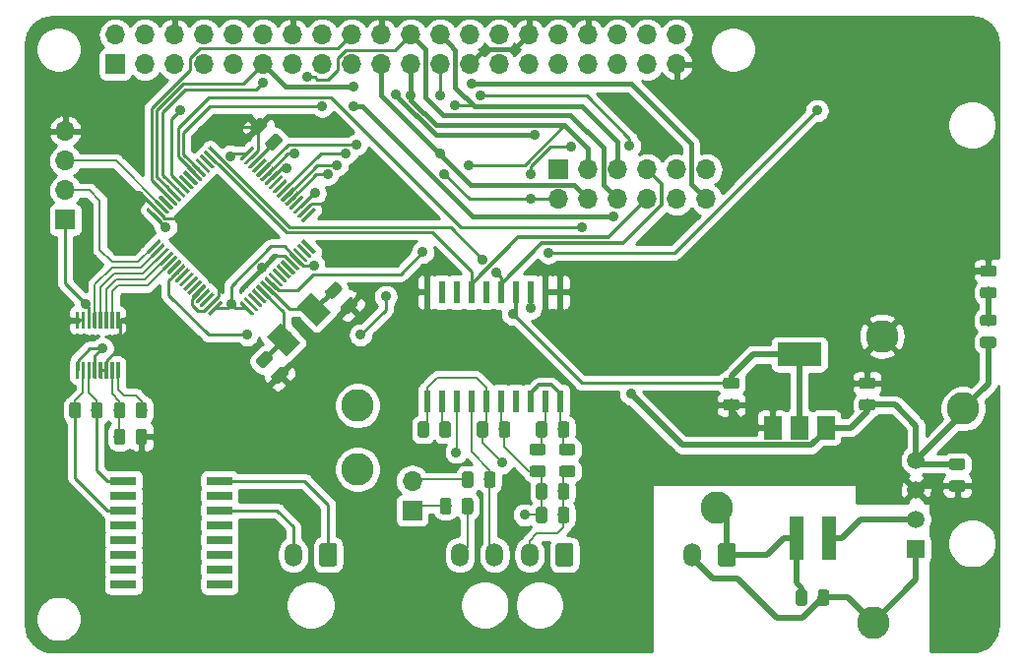
<source format=gbr>
G04 #@! TF.GenerationSoftware,KiCad,Pcbnew,(5.1.4)-1*
G04 #@! TF.CreationDate,2019-09-21T14:34:18-05:00*
G04 #@! TF.ProjectId,BPSDisplay,42505344-6973-4706-9c61-792e6b696361,rev?*
G04 #@! TF.SameCoordinates,Original*
G04 #@! TF.FileFunction,Copper,L1,Top*
G04 #@! TF.FilePolarity,Positive*
%FSLAX46Y46*%
G04 Gerber Fmt 4.6, Leading zero omitted, Abs format (unit mm)*
G04 Created by KiCad (PCBNEW (5.1.4)-1) date 2019-09-21 14:34:18*
%MOMM*%
%LPD*%
G04 APERTURE LIST*
%ADD10C,0.150000*%
%ADD11C,0.300000*%
%ADD12R,2.200000X0.760000*%
%ADD13C,0.975000*%
%ADD14R,1.700000X1.700000*%
%ADD15O,1.700000X1.700000*%
%ADD16C,1.500000*%
%ADD17O,1.500000X2.020000*%
%ADD18R,0.600000X1.950000*%
%ADD19C,1.700000*%
%ADD20R,1.200000X3.700000*%
%ADD21C,2.800000*%
%ADD22R,1.508000X1.524000*%
%ADD23C,1.508000*%
%ADD24R,3.800000X2.000000*%
%ADD25R,1.500000X2.000000*%
%ADD26C,0.900000*%
%ADD27C,0.508000*%
%ADD28C,0.304800*%
%ADD29C,0.254000*%
%ADD30C,0.381000*%
%ADD31C,0.203200*%
%ADD32C,0.200000*%
G04 APERTURE END LIST*
D10*
G36*
X219256590Y-119136834D02*
G01*
X219263871Y-119137914D01*
X219271010Y-119139702D01*
X219277940Y-119142182D01*
X219284594Y-119145329D01*
X219290907Y-119149113D01*
X219296818Y-119153497D01*
X219302272Y-119158440D01*
X220292222Y-120148390D01*
X220297165Y-120153844D01*
X220301549Y-120159755D01*
X220305333Y-120166068D01*
X220308480Y-120172722D01*
X220310960Y-120179652D01*
X220312748Y-120186791D01*
X220313828Y-120194072D01*
X220314189Y-120201423D01*
X220313828Y-120208774D01*
X220312748Y-120216055D01*
X220310960Y-120223194D01*
X220308480Y-120230124D01*
X220305333Y-120236778D01*
X220301549Y-120243091D01*
X220297165Y-120249002D01*
X220292222Y-120254456D01*
X220186156Y-120360522D01*
X220180702Y-120365465D01*
X220174791Y-120369849D01*
X220168478Y-120373633D01*
X220161824Y-120376780D01*
X220154894Y-120379260D01*
X220147755Y-120381048D01*
X220140474Y-120382128D01*
X220133123Y-120382489D01*
X220125772Y-120382128D01*
X220118491Y-120381048D01*
X220111352Y-120379260D01*
X220104422Y-120376780D01*
X220097768Y-120373633D01*
X220091455Y-120369849D01*
X220085544Y-120365465D01*
X220080090Y-120360522D01*
X219090140Y-119370572D01*
X219085197Y-119365118D01*
X219080813Y-119359207D01*
X219077029Y-119352894D01*
X219073882Y-119346240D01*
X219071402Y-119339310D01*
X219069614Y-119332171D01*
X219068534Y-119324890D01*
X219068173Y-119317539D01*
X219068534Y-119310188D01*
X219069614Y-119302907D01*
X219071402Y-119295768D01*
X219073882Y-119288838D01*
X219077029Y-119282184D01*
X219080813Y-119275871D01*
X219085197Y-119269960D01*
X219090140Y-119264506D01*
X219196206Y-119158440D01*
X219201660Y-119153497D01*
X219207571Y-119149113D01*
X219213884Y-119145329D01*
X219220538Y-119142182D01*
X219227468Y-119139702D01*
X219234607Y-119137914D01*
X219241888Y-119136834D01*
X219249239Y-119136473D01*
X219256590Y-119136834D01*
X219256590Y-119136834D01*
G37*
D11*
X219691181Y-119759481D03*
D10*
G36*
X219610143Y-118783281D02*
G01*
X219617424Y-118784361D01*
X219624563Y-118786149D01*
X219631493Y-118788629D01*
X219638147Y-118791776D01*
X219644460Y-118795560D01*
X219650371Y-118799944D01*
X219655825Y-118804887D01*
X220645775Y-119794837D01*
X220650718Y-119800291D01*
X220655102Y-119806202D01*
X220658886Y-119812515D01*
X220662033Y-119819169D01*
X220664513Y-119826099D01*
X220666301Y-119833238D01*
X220667381Y-119840519D01*
X220667742Y-119847870D01*
X220667381Y-119855221D01*
X220666301Y-119862502D01*
X220664513Y-119869641D01*
X220662033Y-119876571D01*
X220658886Y-119883225D01*
X220655102Y-119889538D01*
X220650718Y-119895449D01*
X220645775Y-119900903D01*
X220539709Y-120006969D01*
X220534255Y-120011912D01*
X220528344Y-120016296D01*
X220522031Y-120020080D01*
X220515377Y-120023227D01*
X220508447Y-120025707D01*
X220501308Y-120027495D01*
X220494027Y-120028575D01*
X220486676Y-120028936D01*
X220479325Y-120028575D01*
X220472044Y-120027495D01*
X220464905Y-120025707D01*
X220457975Y-120023227D01*
X220451321Y-120020080D01*
X220445008Y-120016296D01*
X220439097Y-120011912D01*
X220433643Y-120006969D01*
X219443693Y-119017019D01*
X219438750Y-119011565D01*
X219434366Y-119005654D01*
X219430582Y-118999341D01*
X219427435Y-118992687D01*
X219424955Y-118985757D01*
X219423167Y-118978618D01*
X219422087Y-118971337D01*
X219421726Y-118963986D01*
X219422087Y-118956635D01*
X219423167Y-118949354D01*
X219424955Y-118942215D01*
X219427435Y-118935285D01*
X219430582Y-118928631D01*
X219434366Y-118922318D01*
X219438750Y-118916407D01*
X219443693Y-118910953D01*
X219549759Y-118804887D01*
X219555213Y-118799944D01*
X219561124Y-118795560D01*
X219567437Y-118791776D01*
X219574091Y-118788629D01*
X219581021Y-118786149D01*
X219588160Y-118784361D01*
X219595441Y-118783281D01*
X219602792Y-118782920D01*
X219610143Y-118783281D01*
X219610143Y-118783281D01*
G37*
D11*
X220044734Y-119405928D03*
D10*
G36*
X219963696Y-118429728D02*
G01*
X219970977Y-118430808D01*
X219978116Y-118432596D01*
X219985046Y-118435076D01*
X219991700Y-118438223D01*
X219998013Y-118442007D01*
X220003924Y-118446391D01*
X220009378Y-118451334D01*
X220999328Y-119441284D01*
X221004271Y-119446738D01*
X221008655Y-119452649D01*
X221012439Y-119458962D01*
X221015586Y-119465616D01*
X221018066Y-119472546D01*
X221019854Y-119479685D01*
X221020934Y-119486966D01*
X221021295Y-119494317D01*
X221020934Y-119501668D01*
X221019854Y-119508949D01*
X221018066Y-119516088D01*
X221015586Y-119523018D01*
X221012439Y-119529672D01*
X221008655Y-119535985D01*
X221004271Y-119541896D01*
X220999328Y-119547350D01*
X220893262Y-119653416D01*
X220887808Y-119658359D01*
X220881897Y-119662743D01*
X220875584Y-119666527D01*
X220868930Y-119669674D01*
X220862000Y-119672154D01*
X220854861Y-119673942D01*
X220847580Y-119675022D01*
X220840229Y-119675383D01*
X220832878Y-119675022D01*
X220825597Y-119673942D01*
X220818458Y-119672154D01*
X220811528Y-119669674D01*
X220804874Y-119666527D01*
X220798561Y-119662743D01*
X220792650Y-119658359D01*
X220787196Y-119653416D01*
X219797246Y-118663466D01*
X219792303Y-118658012D01*
X219787919Y-118652101D01*
X219784135Y-118645788D01*
X219780988Y-118639134D01*
X219778508Y-118632204D01*
X219776720Y-118625065D01*
X219775640Y-118617784D01*
X219775279Y-118610433D01*
X219775640Y-118603082D01*
X219776720Y-118595801D01*
X219778508Y-118588662D01*
X219780988Y-118581732D01*
X219784135Y-118575078D01*
X219787919Y-118568765D01*
X219792303Y-118562854D01*
X219797246Y-118557400D01*
X219903312Y-118451334D01*
X219908766Y-118446391D01*
X219914677Y-118442007D01*
X219920990Y-118438223D01*
X219927644Y-118435076D01*
X219934574Y-118432596D01*
X219941713Y-118430808D01*
X219948994Y-118429728D01*
X219956345Y-118429367D01*
X219963696Y-118429728D01*
X219963696Y-118429728D01*
G37*
D11*
X220398287Y-119052375D03*
D10*
G36*
X220317250Y-118076174D02*
G01*
X220324531Y-118077254D01*
X220331670Y-118079042D01*
X220338600Y-118081522D01*
X220345254Y-118084669D01*
X220351567Y-118088453D01*
X220357478Y-118092837D01*
X220362932Y-118097780D01*
X221352882Y-119087730D01*
X221357825Y-119093184D01*
X221362209Y-119099095D01*
X221365993Y-119105408D01*
X221369140Y-119112062D01*
X221371620Y-119118992D01*
X221373408Y-119126131D01*
X221374488Y-119133412D01*
X221374849Y-119140763D01*
X221374488Y-119148114D01*
X221373408Y-119155395D01*
X221371620Y-119162534D01*
X221369140Y-119169464D01*
X221365993Y-119176118D01*
X221362209Y-119182431D01*
X221357825Y-119188342D01*
X221352882Y-119193796D01*
X221246816Y-119299862D01*
X221241362Y-119304805D01*
X221235451Y-119309189D01*
X221229138Y-119312973D01*
X221222484Y-119316120D01*
X221215554Y-119318600D01*
X221208415Y-119320388D01*
X221201134Y-119321468D01*
X221193783Y-119321829D01*
X221186432Y-119321468D01*
X221179151Y-119320388D01*
X221172012Y-119318600D01*
X221165082Y-119316120D01*
X221158428Y-119312973D01*
X221152115Y-119309189D01*
X221146204Y-119304805D01*
X221140750Y-119299862D01*
X220150800Y-118309912D01*
X220145857Y-118304458D01*
X220141473Y-118298547D01*
X220137689Y-118292234D01*
X220134542Y-118285580D01*
X220132062Y-118278650D01*
X220130274Y-118271511D01*
X220129194Y-118264230D01*
X220128833Y-118256879D01*
X220129194Y-118249528D01*
X220130274Y-118242247D01*
X220132062Y-118235108D01*
X220134542Y-118228178D01*
X220137689Y-118221524D01*
X220141473Y-118215211D01*
X220145857Y-118209300D01*
X220150800Y-118203846D01*
X220256866Y-118097780D01*
X220262320Y-118092837D01*
X220268231Y-118088453D01*
X220274544Y-118084669D01*
X220281198Y-118081522D01*
X220288128Y-118079042D01*
X220295267Y-118077254D01*
X220302548Y-118076174D01*
X220309899Y-118075813D01*
X220317250Y-118076174D01*
X220317250Y-118076174D01*
G37*
D11*
X220751841Y-118698821D03*
D10*
G36*
X220670803Y-117722621D02*
G01*
X220678084Y-117723701D01*
X220685223Y-117725489D01*
X220692153Y-117727969D01*
X220698807Y-117731116D01*
X220705120Y-117734900D01*
X220711031Y-117739284D01*
X220716485Y-117744227D01*
X221706435Y-118734177D01*
X221711378Y-118739631D01*
X221715762Y-118745542D01*
X221719546Y-118751855D01*
X221722693Y-118758509D01*
X221725173Y-118765439D01*
X221726961Y-118772578D01*
X221728041Y-118779859D01*
X221728402Y-118787210D01*
X221728041Y-118794561D01*
X221726961Y-118801842D01*
X221725173Y-118808981D01*
X221722693Y-118815911D01*
X221719546Y-118822565D01*
X221715762Y-118828878D01*
X221711378Y-118834789D01*
X221706435Y-118840243D01*
X221600369Y-118946309D01*
X221594915Y-118951252D01*
X221589004Y-118955636D01*
X221582691Y-118959420D01*
X221576037Y-118962567D01*
X221569107Y-118965047D01*
X221561968Y-118966835D01*
X221554687Y-118967915D01*
X221547336Y-118968276D01*
X221539985Y-118967915D01*
X221532704Y-118966835D01*
X221525565Y-118965047D01*
X221518635Y-118962567D01*
X221511981Y-118959420D01*
X221505668Y-118955636D01*
X221499757Y-118951252D01*
X221494303Y-118946309D01*
X220504353Y-117956359D01*
X220499410Y-117950905D01*
X220495026Y-117944994D01*
X220491242Y-117938681D01*
X220488095Y-117932027D01*
X220485615Y-117925097D01*
X220483827Y-117917958D01*
X220482747Y-117910677D01*
X220482386Y-117903326D01*
X220482747Y-117895975D01*
X220483827Y-117888694D01*
X220485615Y-117881555D01*
X220488095Y-117874625D01*
X220491242Y-117867971D01*
X220495026Y-117861658D01*
X220499410Y-117855747D01*
X220504353Y-117850293D01*
X220610419Y-117744227D01*
X220615873Y-117739284D01*
X220621784Y-117734900D01*
X220628097Y-117731116D01*
X220634751Y-117727969D01*
X220641681Y-117725489D01*
X220648820Y-117723701D01*
X220656101Y-117722621D01*
X220663452Y-117722260D01*
X220670803Y-117722621D01*
X220670803Y-117722621D01*
G37*
D11*
X221105394Y-118345268D03*
D10*
G36*
X221024357Y-117369067D02*
G01*
X221031638Y-117370147D01*
X221038777Y-117371935D01*
X221045707Y-117374415D01*
X221052361Y-117377562D01*
X221058674Y-117381346D01*
X221064585Y-117385730D01*
X221070039Y-117390673D01*
X222059989Y-118380623D01*
X222064932Y-118386077D01*
X222069316Y-118391988D01*
X222073100Y-118398301D01*
X222076247Y-118404955D01*
X222078727Y-118411885D01*
X222080515Y-118419024D01*
X222081595Y-118426305D01*
X222081956Y-118433656D01*
X222081595Y-118441007D01*
X222080515Y-118448288D01*
X222078727Y-118455427D01*
X222076247Y-118462357D01*
X222073100Y-118469011D01*
X222069316Y-118475324D01*
X222064932Y-118481235D01*
X222059989Y-118486689D01*
X221953923Y-118592755D01*
X221948469Y-118597698D01*
X221942558Y-118602082D01*
X221936245Y-118605866D01*
X221929591Y-118609013D01*
X221922661Y-118611493D01*
X221915522Y-118613281D01*
X221908241Y-118614361D01*
X221900890Y-118614722D01*
X221893539Y-118614361D01*
X221886258Y-118613281D01*
X221879119Y-118611493D01*
X221872189Y-118609013D01*
X221865535Y-118605866D01*
X221859222Y-118602082D01*
X221853311Y-118597698D01*
X221847857Y-118592755D01*
X220857907Y-117602805D01*
X220852964Y-117597351D01*
X220848580Y-117591440D01*
X220844796Y-117585127D01*
X220841649Y-117578473D01*
X220839169Y-117571543D01*
X220837381Y-117564404D01*
X220836301Y-117557123D01*
X220835940Y-117549772D01*
X220836301Y-117542421D01*
X220837381Y-117535140D01*
X220839169Y-117528001D01*
X220841649Y-117521071D01*
X220844796Y-117514417D01*
X220848580Y-117508104D01*
X220852964Y-117502193D01*
X220857907Y-117496739D01*
X220963973Y-117390673D01*
X220969427Y-117385730D01*
X220975338Y-117381346D01*
X220981651Y-117377562D01*
X220988305Y-117374415D01*
X220995235Y-117371935D01*
X221002374Y-117370147D01*
X221009655Y-117369067D01*
X221017006Y-117368706D01*
X221024357Y-117369067D01*
X221024357Y-117369067D01*
G37*
D11*
X221458948Y-117991714D03*
D10*
G36*
X221377910Y-117015514D02*
G01*
X221385191Y-117016594D01*
X221392330Y-117018382D01*
X221399260Y-117020862D01*
X221405914Y-117024009D01*
X221412227Y-117027793D01*
X221418138Y-117032177D01*
X221423592Y-117037120D01*
X222413542Y-118027070D01*
X222418485Y-118032524D01*
X222422869Y-118038435D01*
X222426653Y-118044748D01*
X222429800Y-118051402D01*
X222432280Y-118058332D01*
X222434068Y-118065471D01*
X222435148Y-118072752D01*
X222435509Y-118080103D01*
X222435148Y-118087454D01*
X222434068Y-118094735D01*
X222432280Y-118101874D01*
X222429800Y-118108804D01*
X222426653Y-118115458D01*
X222422869Y-118121771D01*
X222418485Y-118127682D01*
X222413542Y-118133136D01*
X222307476Y-118239202D01*
X222302022Y-118244145D01*
X222296111Y-118248529D01*
X222289798Y-118252313D01*
X222283144Y-118255460D01*
X222276214Y-118257940D01*
X222269075Y-118259728D01*
X222261794Y-118260808D01*
X222254443Y-118261169D01*
X222247092Y-118260808D01*
X222239811Y-118259728D01*
X222232672Y-118257940D01*
X222225742Y-118255460D01*
X222219088Y-118252313D01*
X222212775Y-118248529D01*
X222206864Y-118244145D01*
X222201410Y-118239202D01*
X221211460Y-117249252D01*
X221206517Y-117243798D01*
X221202133Y-117237887D01*
X221198349Y-117231574D01*
X221195202Y-117224920D01*
X221192722Y-117217990D01*
X221190934Y-117210851D01*
X221189854Y-117203570D01*
X221189493Y-117196219D01*
X221189854Y-117188868D01*
X221190934Y-117181587D01*
X221192722Y-117174448D01*
X221195202Y-117167518D01*
X221198349Y-117160864D01*
X221202133Y-117154551D01*
X221206517Y-117148640D01*
X221211460Y-117143186D01*
X221317526Y-117037120D01*
X221322980Y-117032177D01*
X221328891Y-117027793D01*
X221335204Y-117024009D01*
X221341858Y-117020862D01*
X221348788Y-117018382D01*
X221355927Y-117016594D01*
X221363208Y-117015514D01*
X221370559Y-117015153D01*
X221377910Y-117015514D01*
X221377910Y-117015514D01*
G37*
D11*
X221812501Y-117638161D03*
D10*
G36*
X221731463Y-116661961D02*
G01*
X221738744Y-116663041D01*
X221745883Y-116664829D01*
X221752813Y-116667309D01*
X221759467Y-116670456D01*
X221765780Y-116674240D01*
X221771691Y-116678624D01*
X221777145Y-116683567D01*
X222767095Y-117673517D01*
X222772038Y-117678971D01*
X222776422Y-117684882D01*
X222780206Y-117691195D01*
X222783353Y-117697849D01*
X222785833Y-117704779D01*
X222787621Y-117711918D01*
X222788701Y-117719199D01*
X222789062Y-117726550D01*
X222788701Y-117733901D01*
X222787621Y-117741182D01*
X222785833Y-117748321D01*
X222783353Y-117755251D01*
X222780206Y-117761905D01*
X222776422Y-117768218D01*
X222772038Y-117774129D01*
X222767095Y-117779583D01*
X222661029Y-117885649D01*
X222655575Y-117890592D01*
X222649664Y-117894976D01*
X222643351Y-117898760D01*
X222636697Y-117901907D01*
X222629767Y-117904387D01*
X222622628Y-117906175D01*
X222615347Y-117907255D01*
X222607996Y-117907616D01*
X222600645Y-117907255D01*
X222593364Y-117906175D01*
X222586225Y-117904387D01*
X222579295Y-117901907D01*
X222572641Y-117898760D01*
X222566328Y-117894976D01*
X222560417Y-117890592D01*
X222554963Y-117885649D01*
X221565013Y-116895699D01*
X221560070Y-116890245D01*
X221555686Y-116884334D01*
X221551902Y-116878021D01*
X221548755Y-116871367D01*
X221546275Y-116864437D01*
X221544487Y-116857298D01*
X221543407Y-116850017D01*
X221543046Y-116842666D01*
X221543407Y-116835315D01*
X221544487Y-116828034D01*
X221546275Y-116820895D01*
X221548755Y-116813965D01*
X221551902Y-116807311D01*
X221555686Y-116800998D01*
X221560070Y-116795087D01*
X221565013Y-116789633D01*
X221671079Y-116683567D01*
X221676533Y-116678624D01*
X221682444Y-116674240D01*
X221688757Y-116670456D01*
X221695411Y-116667309D01*
X221702341Y-116664829D01*
X221709480Y-116663041D01*
X221716761Y-116661961D01*
X221724112Y-116661600D01*
X221731463Y-116661961D01*
X221731463Y-116661961D01*
G37*
D11*
X222166054Y-117284608D03*
D10*
G36*
X222085017Y-116308407D02*
G01*
X222092298Y-116309487D01*
X222099437Y-116311275D01*
X222106367Y-116313755D01*
X222113021Y-116316902D01*
X222119334Y-116320686D01*
X222125245Y-116325070D01*
X222130699Y-116330013D01*
X223120649Y-117319963D01*
X223125592Y-117325417D01*
X223129976Y-117331328D01*
X223133760Y-117337641D01*
X223136907Y-117344295D01*
X223139387Y-117351225D01*
X223141175Y-117358364D01*
X223142255Y-117365645D01*
X223142616Y-117372996D01*
X223142255Y-117380347D01*
X223141175Y-117387628D01*
X223139387Y-117394767D01*
X223136907Y-117401697D01*
X223133760Y-117408351D01*
X223129976Y-117414664D01*
X223125592Y-117420575D01*
X223120649Y-117426029D01*
X223014583Y-117532095D01*
X223009129Y-117537038D01*
X223003218Y-117541422D01*
X222996905Y-117545206D01*
X222990251Y-117548353D01*
X222983321Y-117550833D01*
X222976182Y-117552621D01*
X222968901Y-117553701D01*
X222961550Y-117554062D01*
X222954199Y-117553701D01*
X222946918Y-117552621D01*
X222939779Y-117550833D01*
X222932849Y-117548353D01*
X222926195Y-117545206D01*
X222919882Y-117541422D01*
X222913971Y-117537038D01*
X222908517Y-117532095D01*
X221918567Y-116542145D01*
X221913624Y-116536691D01*
X221909240Y-116530780D01*
X221905456Y-116524467D01*
X221902309Y-116517813D01*
X221899829Y-116510883D01*
X221898041Y-116503744D01*
X221896961Y-116496463D01*
X221896600Y-116489112D01*
X221896961Y-116481761D01*
X221898041Y-116474480D01*
X221899829Y-116467341D01*
X221902309Y-116460411D01*
X221905456Y-116453757D01*
X221909240Y-116447444D01*
X221913624Y-116441533D01*
X221918567Y-116436079D01*
X222024633Y-116330013D01*
X222030087Y-116325070D01*
X222035998Y-116320686D01*
X222042311Y-116316902D01*
X222048965Y-116313755D01*
X222055895Y-116311275D01*
X222063034Y-116309487D01*
X222070315Y-116308407D01*
X222077666Y-116308046D01*
X222085017Y-116308407D01*
X222085017Y-116308407D01*
G37*
D11*
X222519608Y-116931054D03*
D10*
G36*
X222438570Y-115954854D02*
G01*
X222445851Y-115955934D01*
X222452990Y-115957722D01*
X222459920Y-115960202D01*
X222466574Y-115963349D01*
X222472887Y-115967133D01*
X222478798Y-115971517D01*
X222484252Y-115976460D01*
X223474202Y-116966410D01*
X223479145Y-116971864D01*
X223483529Y-116977775D01*
X223487313Y-116984088D01*
X223490460Y-116990742D01*
X223492940Y-116997672D01*
X223494728Y-117004811D01*
X223495808Y-117012092D01*
X223496169Y-117019443D01*
X223495808Y-117026794D01*
X223494728Y-117034075D01*
X223492940Y-117041214D01*
X223490460Y-117048144D01*
X223487313Y-117054798D01*
X223483529Y-117061111D01*
X223479145Y-117067022D01*
X223474202Y-117072476D01*
X223368136Y-117178542D01*
X223362682Y-117183485D01*
X223356771Y-117187869D01*
X223350458Y-117191653D01*
X223343804Y-117194800D01*
X223336874Y-117197280D01*
X223329735Y-117199068D01*
X223322454Y-117200148D01*
X223315103Y-117200509D01*
X223307752Y-117200148D01*
X223300471Y-117199068D01*
X223293332Y-117197280D01*
X223286402Y-117194800D01*
X223279748Y-117191653D01*
X223273435Y-117187869D01*
X223267524Y-117183485D01*
X223262070Y-117178542D01*
X222272120Y-116188592D01*
X222267177Y-116183138D01*
X222262793Y-116177227D01*
X222259009Y-116170914D01*
X222255862Y-116164260D01*
X222253382Y-116157330D01*
X222251594Y-116150191D01*
X222250514Y-116142910D01*
X222250153Y-116135559D01*
X222250514Y-116128208D01*
X222251594Y-116120927D01*
X222253382Y-116113788D01*
X222255862Y-116106858D01*
X222259009Y-116100204D01*
X222262793Y-116093891D01*
X222267177Y-116087980D01*
X222272120Y-116082526D01*
X222378186Y-115976460D01*
X222383640Y-115971517D01*
X222389551Y-115967133D01*
X222395864Y-115963349D01*
X222402518Y-115960202D01*
X222409448Y-115957722D01*
X222416587Y-115955934D01*
X222423868Y-115954854D01*
X222431219Y-115954493D01*
X222438570Y-115954854D01*
X222438570Y-115954854D01*
G37*
D11*
X222873161Y-116577501D03*
D10*
G36*
X222792123Y-115601301D02*
G01*
X222799404Y-115602381D01*
X222806543Y-115604169D01*
X222813473Y-115606649D01*
X222820127Y-115609796D01*
X222826440Y-115613580D01*
X222832351Y-115617964D01*
X222837805Y-115622907D01*
X223827755Y-116612857D01*
X223832698Y-116618311D01*
X223837082Y-116624222D01*
X223840866Y-116630535D01*
X223844013Y-116637189D01*
X223846493Y-116644119D01*
X223848281Y-116651258D01*
X223849361Y-116658539D01*
X223849722Y-116665890D01*
X223849361Y-116673241D01*
X223848281Y-116680522D01*
X223846493Y-116687661D01*
X223844013Y-116694591D01*
X223840866Y-116701245D01*
X223837082Y-116707558D01*
X223832698Y-116713469D01*
X223827755Y-116718923D01*
X223721689Y-116824989D01*
X223716235Y-116829932D01*
X223710324Y-116834316D01*
X223704011Y-116838100D01*
X223697357Y-116841247D01*
X223690427Y-116843727D01*
X223683288Y-116845515D01*
X223676007Y-116846595D01*
X223668656Y-116846956D01*
X223661305Y-116846595D01*
X223654024Y-116845515D01*
X223646885Y-116843727D01*
X223639955Y-116841247D01*
X223633301Y-116838100D01*
X223626988Y-116834316D01*
X223621077Y-116829932D01*
X223615623Y-116824989D01*
X222625673Y-115835039D01*
X222620730Y-115829585D01*
X222616346Y-115823674D01*
X222612562Y-115817361D01*
X222609415Y-115810707D01*
X222606935Y-115803777D01*
X222605147Y-115796638D01*
X222604067Y-115789357D01*
X222603706Y-115782006D01*
X222604067Y-115774655D01*
X222605147Y-115767374D01*
X222606935Y-115760235D01*
X222609415Y-115753305D01*
X222612562Y-115746651D01*
X222616346Y-115740338D01*
X222620730Y-115734427D01*
X222625673Y-115728973D01*
X222731739Y-115622907D01*
X222737193Y-115617964D01*
X222743104Y-115613580D01*
X222749417Y-115609796D01*
X222756071Y-115606649D01*
X222763001Y-115604169D01*
X222770140Y-115602381D01*
X222777421Y-115601301D01*
X222784772Y-115600940D01*
X222792123Y-115601301D01*
X222792123Y-115601301D01*
G37*
D11*
X223226714Y-116223948D03*
D10*
G36*
X223145677Y-115247747D02*
G01*
X223152958Y-115248827D01*
X223160097Y-115250615D01*
X223167027Y-115253095D01*
X223173681Y-115256242D01*
X223179994Y-115260026D01*
X223185905Y-115264410D01*
X223191359Y-115269353D01*
X224181309Y-116259303D01*
X224186252Y-116264757D01*
X224190636Y-116270668D01*
X224194420Y-116276981D01*
X224197567Y-116283635D01*
X224200047Y-116290565D01*
X224201835Y-116297704D01*
X224202915Y-116304985D01*
X224203276Y-116312336D01*
X224202915Y-116319687D01*
X224201835Y-116326968D01*
X224200047Y-116334107D01*
X224197567Y-116341037D01*
X224194420Y-116347691D01*
X224190636Y-116354004D01*
X224186252Y-116359915D01*
X224181309Y-116365369D01*
X224075243Y-116471435D01*
X224069789Y-116476378D01*
X224063878Y-116480762D01*
X224057565Y-116484546D01*
X224050911Y-116487693D01*
X224043981Y-116490173D01*
X224036842Y-116491961D01*
X224029561Y-116493041D01*
X224022210Y-116493402D01*
X224014859Y-116493041D01*
X224007578Y-116491961D01*
X224000439Y-116490173D01*
X223993509Y-116487693D01*
X223986855Y-116484546D01*
X223980542Y-116480762D01*
X223974631Y-116476378D01*
X223969177Y-116471435D01*
X222979227Y-115481485D01*
X222974284Y-115476031D01*
X222969900Y-115470120D01*
X222966116Y-115463807D01*
X222962969Y-115457153D01*
X222960489Y-115450223D01*
X222958701Y-115443084D01*
X222957621Y-115435803D01*
X222957260Y-115428452D01*
X222957621Y-115421101D01*
X222958701Y-115413820D01*
X222960489Y-115406681D01*
X222962969Y-115399751D01*
X222966116Y-115393097D01*
X222969900Y-115386784D01*
X222974284Y-115380873D01*
X222979227Y-115375419D01*
X223085293Y-115269353D01*
X223090747Y-115264410D01*
X223096658Y-115260026D01*
X223102971Y-115256242D01*
X223109625Y-115253095D01*
X223116555Y-115250615D01*
X223123694Y-115248827D01*
X223130975Y-115247747D01*
X223138326Y-115247386D01*
X223145677Y-115247747D01*
X223145677Y-115247747D01*
G37*
D11*
X223580268Y-115870394D03*
D10*
G36*
X223499230Y-114894194D02*
G01*
X223506511Y-114895274D01*
X223513650Y-114897062D01*
X223520580Y-114899542D01*
X223527234Y-114902689D01*
X223533547Y-114906473D01*
X223539458Y-114910857D01*
X223544912Y-114915800D01*
X224534862Y-115905750D01*
X224539805Y-115911204D01*
X224544189Y-115917115D01*
X224547973Y-115923428D01*
X224551120Y-115930082D01*
X224553600Y-115937012D01*
X224555388Y-115944151D01*
X224556468Y-115951432D01*
X224556829Y-115958783D01*
X224556468Y-115966134D01*
X224555388Y-115973415D01*
X224553600Y-115980554D01*
X224551120Y-115987484D01*
X224547973Y-115994138D01*
X224544189Y-116000451D01*
X224539805Y-116006362D01*
X224534862Y-116011816D01*
X224428796Y-116117882D01*
X224423342Y-116122825D01*
X224417431Y-116127209D01*
X224411118Y-116130993D01*
X224404464Y-116134140D01*
X224397534Y-116136620D01*
X224390395Y-116138408D01*
X224383114Y-116139488D01*
X224375763Y-116139849D01*
X224368412Y-116139488D01*
X224361131Y-116138408D01*
X224353992Y-116136620D01*
X224347062Y-116134140D01*
X224340408Y-116130993D01*
X224334095Y-116127209D01*
X224328184Y-116122825D01*
X224322730Y-116117882D01*
X223332780Y-115127932D01*
X223327837Y-115122478D01*
X223323453Y-115116567D01*
X223319669Y-115110254D01*
X223316522Y-115103600D01*
X223314042Y-115096670D01*
X223312254Y-115089531D01*
X223311174Y-115082250D01*
X223310813Y-115074899D01*
X223311174Y-115067548D01*
X223312254Y-115060267D01*
X223314042Y-115053128D01*
X223316522Y-115046198D01*
X223319669Y-115039544D01*
X223323453Y-115033231D01*
X223327837Y-115027320D01*
X223332780Y-115021866D01*
X223438846Y-114915800D01*
X223444300Y-114910857D01*
X223450211Y-114906473D01*
X223456524Y-114902689D01*
X223463178Y-114899542D01*
X223470108Y-114897062D01*
X223477247Y-114895274D01*
X223484528Y-114894194D01*
X223491879Y-114893833D01*
X223499230Y-114894194D01*
X223499230Y-114894194D01*
G37*
D11*
X223933821Y-115516841D03*
D10*
G36*
X223852784Y-114540640D02*
G01*
X223860065Y-114541720D01*
X223867204Y-114543508D01*
X223874134Y-114545988D01*
X223880788Y-114549135D01*
X223887101Y-114552919D01*
X223893012Y-114557303D01*
X223898466Y-114562246D01*
X224888416Y-115552196D01*
X224893359Y-115557650D01*
X224897743Y-115563561D01*
X224901527Y-115569874D01*
X224904674Y-115576528D01*
X224907154Y-115583458D01*
X224908942Y-115590597D01*
X224910022Y-115597878D01*
X224910383Y-115605229D01*
X224910022Y-115612580D01*
X224908942Y-115619861D01*
X224907154Y-115627000D01*
X224904674Y-115633930D01*
X224901527Y-115640584D01*
X224897743Y-115646897D01*
X224893359Y-115652808D01*
X224888416Y-115658262D01*
X224782350Y-115764328D01*
X224776896Y-115769271D01*
X224770985Y-115773655D01*
X224764672Y-115777439D01*
X224758018Y-115780586D01*
X224751088Y-115783066D01*
X224743949Y-115784854D01*
X224736668Y-115785934D01*
X224729317Y-115786295D01*
X224721966Y-115785934D01*
X224714685Y-115784854D01*
X224707546Y-115783066D01*
X224700616Y-115780586D01*
X224693962Y-115777439D01*
X224687649Y-115773655D01*
X224681738Y-115769271D01*
X224676284Y-115764328D01*
X223686334Y-114774378D01*
X223681391Y-114768924D01*
X223677007Y-114763013D01*
X223673223Y-114756700D01*
X223670076Y-114750046D01*
X223667596Y-114743116D01*
X223665808Y-114735977D01*
X223664728Y-114728696D01*
X223664367Y-114721345D01*
X223664728Y-114713994D01*
X223665808Y-114706713D01*
X223667596Y-114699574D01*
X223670076Y-114692644D01*
X223673223Y-114685990D01*
X223677007Y-114679677D01*
X223681391Y-114673766D01*
X223686334Y-114668312D01*
X223792400Y-114562246D01*
X223797854Y-114557303D01*
X223803765Y-114552919D01*
X223810078Y-114549135D01*
X223816732Y-114545988D01*
X223823662Y-114543508D01*
X223830801Y-114541720D01*
X223838082Y-114540640D01*
X223845433Y-114540279D01*
X223852784Y-114540640D01*
X223852784Y-114540640D01*
G37*
D11*
X224287375Y-115163287D03*
D10*
G36*
X224206337Y-114187087D02*
G01*
X224213618Y-114188167D01*
X224220757Y-114189955D01*
X224227687Y-114192435D01*
X224234341Y-114195582D01*
X224240654Y-114199366D01*
X224246565Y-114203750D01*
X224252019Y-114208693D01*
X225241969Y-115198643D01*
X225246912Y-115204097D01*
X225251296Y-115210008D01*
X225255080Y-115216321D01*
X225258227Y-115222975D01*
X225260707Y-115229905D01*
X225262495Y-115237044D01*
X225263575Y-115244325D01*
X225263936Y-115251676D01*
X225263575Y-115259027D01*
X225262495Y-115266308D01*
X225260707Y-115273447D01*
X225258227Y-115280377D01*
X225255080Y-115287031D01*
X225251296Y-115293344D01*
X225246912Y-115299255D01*
X225241969Y-115304709D01*
X225135903Y-115410775D01*
X225130449Y-115415718D01*
X225124538Y-115420102D01*
X225118225Y-115423886D01*
X225111571Y-115427033D01*
X225104641Y-115429513D01*
X225097502Y-115431301D01*
X225090221Y-115432381D01*
X225082870Y-115432742D01*
X225075519Y-115432381D01*
X225068238Y-115431301D01*
X225061099Y-115429513D01*
X225054169Y-115427033D01*
X225047515Y-115423886D01*
X225041202Y-115420102D01*
X225035291Y-115415718D01*
X225029837Y-115410775D01*
X224039887Y-114420825D01*
X224034944Y-114415371D01*
X224030560Y-114409460D01*
X224026776Y-114403147D01*
X224023629Y-114396493D01*
X224021149Y-114389563D01*
X224019361Y-114382424D01*
X224018281Y-114375143D01*
X224017920Y-114367792D01*
X224018281Y-114360441D01*
X224019361Y-114353160D01*
X224021149Y-114346021D01*
X224023629Y-114339091D01*
X224026776Y-114332437D01*
X224030560Y-114326124D01*
X224034944Y-114320213D01*
X224039887Y-114314759D01*
X224145953Y-114208693D01*
X224151407Y-114203750D01*
X224157318Y-114199366D01*
X224163631Y-114195582D01*
X224170285Y-114192435D01*
X224177215Y-114189955D01*
X224184354Y-114188167D01*
X224191635Y-114187087D01*
X224198986Y-114186726D01*
X224206337Y-114187087D01*
X224206337Y-114187087D01*
G37*
D11*
X224640928Y-114809734D03*
D10*
G36*
X224559890Y-113833534D02*
G01*
X224567171Y-113834614D01*
X224574310Y-113836402D01*
X224581240Y-113838882D01*
X224587894Y-113842029D01*
X224594207Y-113845813D01*
X224600118Y-113850197D01*
X224605572Y-113855140D01*
X225595522Y-114845090D01*
X225600465Y-114850544D01*
X225604849Y-114856455D01*
X225608633Y-114862768D01*
X225611780Y-114869422D01*
X225614260Y-114876352D01*
X225616048Y-114883491D01*
X225617128Y-114890772D01*
X225617489Y-114898123D01*
X225617128Y-114905474D01*
X225616048Y-114912755D01*
X225614260Y-114919894D01*
X225611780Y-114926824D01*
X225608633Y-114933478D01*
X225604849Y-114939791D01*
X225600465Y-114945702D01*
X225595522Y-114951156D01*
X225489456Y-115057222D01*
X225484002Y-115062165D01*
X225478091Y-115066549D01*
X225471778Y-115070333D01*
X225465124Y-115073480D01*
X225458194Y-115075960D01*
X225451055Y-115077748D01*
X225443774Y-115078828D01*
X225436423Y-115079189D01*
X225429072Y-115078828D01*
X225421791Y-115077748D01*
X225414652Y-115075960D01*
X225407722Y-115073480D01*
X225401068Y-115070333D01*
X225394755Y-115066549D01*
X225388844Y-115062165D01*
X225383390Y-115057222D01*
X224393440Y-114067272D01*
X224388497Y-114061818D01*
X224384113Y-114055907D01*
X224380329Y-114049594D01*
X224377182Y-114042940D01*
X224374702Y-114036010D01*
X224372914Y-114028871D01*
X224371834Y-114021590D01*
X224371473Y-114014239D01*
X224371834Y-114006888D01*
X224372914Y-113999607D01*
X224374702Y-113992468D01*
X224377182Y-113985538D01*
X224380329Y-113978884D01*
X224384113Y-113972571D01*
X224388497Y-113966660D01*
X224393440Y-113961206D01*
X224499506Y-113855140D01*
X224504960Y-113850197D01*
X224510871Y-113845813D01*
X224517184Y-113842029D01*
X224523838Y-113838882D01*
X224530768Y-113836402D01*
X224537907Y-113834614D01*
X224545188Y-113833534D01*
X224552539Y-113833173D01*
X224559890Y-113833534D01*
X224559890Y-113833534D01*
G37*
D11*
X224994481Y-114456181D03*
D10*
G36*
X225443774Y-111111172D02*
G01*
X225451055Y-111112252D01*
X225458194Y-111114040D01*
X225465124Y-111116520D01*
X225471778Y-111119667D01*
X225478091Y-111123451D01*
X225484002Y-111127835D01*
X225489456Y-111132778D01*
X225595522Y-111238844D01*
X225600465Y-111244298D01*
X225604849Y-111250209D01*
X225608633Y-111256522D01*
X225611780Y-111263176D01*
X225614260Y-111270106D01*
X225616048Y-111277245D01*
X225617128Y-111284526D01*
X225617489Y-111291877D01*
X225617128Y-111299228D01*
X225616048Y-111306509D01*
X225614260Y-111313648D01*
X225611780Y-111320578D01*
X225608633Y-111327232D01*
X225604849Y-111333545D01*
X225600465Y-111339456D01*
X225595522Y-111344910D01*
X224605572Y-112334860D01*
X224600118Y-112339803D01*
X224594207Y-112344187D01*
X224587894Y-112347971D01*
X224581240Y-112351118D01*
X224574310Y-112353598D01*
X224567171Y-112355386D01*
X224559890Y-112356466D01*
X224552539Y-112356827D01*
X224545188Y-112356466D01*
X224537907Y-112355386D01*
X224530768Y-112353598D01*
X224523838Y-112351118D01*
X224517184Y-112347971D01*
X224510871Y-112344187D01*
X224504960Y-112339803D01*
X224499506Y-112334860D01*
X224393440Y-112228794D01*
X224388497Y-112223340D01*
X224384113Y-112217429D01*
X224380329Y-112211116D01*
X224377182Y-112204462D01*
X224374702Y-112197532D01*
X224372914Y-112190393D01*
X224371834Y-112183112D01*
X224371473Y-112175761D01*
X224371834Y-112168410D01*
X224372914Y-112161129D01*
X224374702Y-112153990D01*
X224377182Y-112147060D01*
X224380329Y-112140406D01*
X224384113Y-112134093D01*
X224388497Y-112128182D01*
X224393440Y-112122728D01*
X225383390Y-111132778D01*
X225388844Y-111127835D01*
X225394755Y-111123451D01*
X225401068Y-111119667D01*
X225407722Y-111116520D01*
X225414652Y-111114040D01*
X225421791Y-111112252D01*
X225429072Y-111111172D01*
X225436423Y-111110811D01*
X225443774Y-111111172D01*
X225443774Y-111111172D01*
G37*
D11*
X224994481Y-111733819D03*
D10*
G36*
X225090221Y-110757619D02*
G01*
X225097502Y-110758699D01*
X225104641Y-110760487D01*
X225111571Y-110762967D01*
X225118225Y-110766114D01*
X225124538Y-110769898D01*
X225130449Y-110774282D01*
X225135903Y-110779225D01*
X225241969Y-110885291D01*
X225246912Y-110890745D01*
X225251296Y-110896656D01*
X225255080Y-110902969D01*
X225258227Y-110909623D01*
X225260707Y-110916553D01*
X225262495Y-110923692D01*
X225263575Y-110930973D01*
X225263936Y-110938324D01*
X225263575Y-110945675D01*
X225262495Y-110952956D01*
X225260707Y-110960095D01*
X225258227Y-110967025D01*
X225255080Y-110973679D01*
X225251296Y-110979992D01*
X225246912Y-110985903D01*
X225241969Y-110991357D01*
X224252019Y-111981307D01*
X224246565Y-111986250D01*
X224240654Y-111990634D01*
X224234341Y-111994418D01*
X224227687Y-111997565D01*
X224220757Y-112000045D01*
X224213618Y-112001833D01*
X224206337Y-112002913D01*
X224198986Y-112003274D01*
X224191635Y-112002913D01*
X224184354Y-112001833D01*
X224177215Y-112000045D01*
X224170285Y-111997565D01*
X224163631Y-111994418D01*
X224157318Y-111990634D01*
X224151407Y-111986250D01*
X224145953Y-111981307D01*
X224039887Y-111875241D01*
X224034944Y-111869787D01*
X224030560Y-111863876D01*
X224026776Y-111857563D01*
X224023629Y-111850909D01*
X224021149Y-111843979D01*
X224019361Y-111836840D01*
X224018281Y-111829559D01*
X224017920Y-111822208D01*
X224018281Y-111814857D01*
X224019361Y-111807576D01*
X224021149Y-111800437D01*
X224023629Y-111793507D01*
X224026776Y-111786853D01*
X224030560Y-111780540D01*
X224034944Y-111774629D01*
X224039887Y-111769175D01*
X225029837Y-110779225D01*
X225035291Y-110774282D01*
X225041202Y-110769898D01*
X225047515Y-110766114D01*
X225054169Y-110762967D01*
X225061099Y-110760487D01*
X225068238Y-110758699D01*
X225075519Y-110757619D01*
X225082870Y-110757258D01*
X225090221Y-110757619D01*
X225090221Y-110757619D01*
G37*
D11*
X224640928Y-111380266D03*
D10*
G36*
X224736668Y-110404066D02*
G01*
X224743949Y-110405146D01*
X224751088Y-110406934D01*
X224758018Y-110409414D01*
X224764672Y-110412561D01*
X224770985Y-110416345D01*
X224776896Y-110420729D01*
X224782350Y-110425672D01*
X224888416Y-110531738D01*
X224893359Y-110537192D01*
X224897743Y-110543103D01*
X224901527Y-110549416D01*
X224904674Y-110556070D01*
X224907154Y-110563000D01*
X224908942Y-110570139D01*
X224910022Y-110577420D01*
X224910383Y-110584771D01*
X224910022Y-110592122D01*
X224908942Y-110599403D01*
X224907154Y-110606542D01*
X224904674Y-110613472D01*
X224901527Y-110620126D01*
X224897743Y-110626439D01*
X224893359Y-110632350D01*
X224888416Y-110637804D01*
X223898466Y-111627754D01*
X223893012Y-111632697D01*
X223887101Y-111637081D01*
X223880788Y-111640865D01*
X223874134Y-111644012D01*
X223867204Y-111646492D01*
X223860065Y-111648280D01*
X223852784Y-111649360D01*
X223845433Y-111649721D01*
X223838082Y-111649360D01*
X223830801Y-111648280D01*
X223823662Y-111646492D01*
X223816732Y-111644012D01*
X223810078Y-111640865D01*
X223803765Y-111637081D01*
X223797854Y-111632697D01*
X223792400Y-111627754D01*
X223686334Y-111521688D01*
X223681391Y-111516234D01*
X223677007Y-111510323D01*
X223673223Y-111504010D01*
X223670076Y-111497356D01*
X223667596Y-111490426D01*
X223665808Y-111483287D01*
X223664728Y-111476006D01*
X223664367Y-111468655D01*
X223664728Y-111461304D01*
X223665808Y-111454023D01*
X223667596Y-111446884D01*
X223670076Y-111439954D01*
X223673223Y-111433300D01*
X223677007Y-111426987D01*
X223681391Y-111421076D01*
X223686334Y-111415622D01*
X224676284Y-110425672D01*
X224681738Y-110420729D01*
X224687649Y-110416345D01*
X224693962Y-110412561D01*
X224700616Y-110409414D01*
X224707546Y-110406934D01*
X224714685Y-110405146D01*
X224721966Y-110404066D01*
X224729317Y-110403705D01*
X224736668Y-110404066D01*
X224736668Y-110404066D01*
G37*
D11*
X224287375Y-111026713D03*
D10*
G36*
X224383114Y-110050512D02*
G01*
X224390395Y-110051592D01*
X224397534Y-110053380D01*
X224404464Y-110055860D01*
X224411118Y-110059007D01*
X224417431Y-110062791D01*
X224423342Y-110067175D01*
X224428796Y-110072118D01*
X224534862Y-110178184D01*
X224539805Y-110183638D01*
X224544189Y-110189549D01*
X224547973Y-110195862D01*
X224551120Y-110202516D01*
X224553600Y-110209446D01*
X224555388Y-110216585D01*
X224556468Y-110223866D01*
X224556829Y-110231217D01*
X224556468Y-110238568D01*
X224555388Y-110245849D01*
X224553600Y-110252988D01*
X224551120Y-110259918D01*
X224547973Y-110266572D01*
X224544189Y-110272885D01*
X224539805Y-110278796D01*
X224534862Y-110284250D01*
X223544912Y-111274200D01*
X223539458Y-111279143D01*
X223533547Y-111283527D01*
X223527234Y-111287311D01*
X223520580Y-111290458D01*
X223513650Y-111292938D01*
X223506511Y-111294726D01*
X223499230Y-111295806D01*
X223491879Y-111296167D01*
X223484528Y-111295806D01*
X223477247Y-111294726D01*
X223470108Y-111292938D01*
X223463178Y-111290458D01*
X223456524Y-111287311D01*
X223450211Y-111283527D01*
X223444300Y-111279143D01*
X223438846Y-111274200D01*
X223332780Y-111168134D01*
X223327837Y-111162680D01*
X223323453Y-111156769D01*
X223319669Y-111150456D01*
X223316522Y-111143802D01*
X223314042Y-111136872D01*
X223312254Y-111129733D01*
X223311174Y-111122452D01*
X223310813Y-111115101D01*
X223311174Y-111107750D01*
X223312254Y-111100469D01*
X223314042Y-111093330D01*
X223316522Y-111086400D01*
X223319669Y-111079746D01*
X223323453Y-111073433D01*
X223327837Y-111067522D01*
X223332780Y-111062068D01*
X224322730Y-110072118D01*
X224328184Y-110067175D01*
X224334095Y-110062791D01*
X224340408Y-110059007D01*
X224347062Y-110055860D01*
X224353992Y-110053380D01*
X224361131Y-110051592D01*
X224368412Y-110050512D01*
X224375763Y-110050151D01*
X224383114Y-110050512D01*
X224383114Y-110050512D01*
G37*
D11*
X223933821Y-110673159D03*
D10*
G36*
X224029561Y-109696959D02*
G01*
X224036842Y-109698039D01*
X224043981Y-109699827D01*
X224050911Y-109702307D01*
X224057565Y-109705454D01*
X224063878Y-109709238D01*
X224069789Y-109713622D01*
X224075243Y-109718565D01*
X224181309Y-109824631D01*
X224186252Y-109830085D01*
X224190636Y-109835996D01*
X224194420Y-109842309D01*
X224197567Y-109848963D01*
X224200047Y-109855893D01*
X224201835Y-109863032D01*
X224202915Y-109870313D01*
X224203276Y-109877664D01*
X224202915Y-109885015D01*
X224201835Y-109892296D01*
X224200047Y-109899435D01*
X224197567Y-109906365D01*
X224194420Y-109913019D01*
X224190636Y-109919332D01*
X224186252Y-109925243D01*
X224181309Y-109930697D01*
X223191359Y-110920647D01*
X223185905Y-110925590D01*
X223179994Y-110929974D01*
X223173681Y-110933758D01*
X223167027Y-110936905D01*
X223160097Y-110939385D01*
X223152958Y-110941173D01*
X223145677Y-110942253D01*
X223138326Y-110942614D01*
X223130975Y-110942253D01*
X223123694Y-110941173D01*
X223116555Y-110939385D01*
X223109625Y-110936905D01*
X223102971Y-110933758D01*
X223096658Y-110929974D01*
X223090747Y-110925590D01*
X223085293Y-110920647D01*
X222979227Y-110814581D01*
X222974284Y-110809127D01*
X222969900Y-110803216D01*
X222966116Y-110796903D01*
X222962969Y-110790249D01*
X222960489Y-110783319D01*
X222958701Y-110776180D01*
X222957621Y-110768899D01*
X222957260Y-110761548D01*
X222957621Y-110754197D01*
X222958701Y-110746916D01*
X222960489Y-110739777D01*
X222962969Y-110732847D01*
X222966116Y-110726193D01*
X222969900Y-110719880D01*
X222974284Y-110713969D01*
X222979227Y-110708515D01*
X223969177Y-109718565D01*
X223974631Y-109713622D01*
X223980542Y-109709238D01*
X223986855Y-109705454D01*
X223993509Y-109702307D01*
X224000439Y-109699827D01*
X224007578Y-109698039D01*
X224014859Y-109696959D01*
X224022210Y-109696598D01*
X224029561Y-109696959D01*
X224029561Y-109696959D01*
G37*
D11*
X223580268Y-110319606D03*
D10*
G36*
X223676007Y-109343405D02*
G01*
X223683288Y-109344485D01*
X223690427Y-109346273D01*
X223697357Y-109348753D01*
X223704011Y-109351900D01*
X223710324Y-109355684D01*
X223716235Y-109360068D01*
X223721689Y-109365011D01*
X223827755Y-109471077D01*
X223832698Y-109476531D01*
X223837082Y-109482442D01*
X223840866Y-109488755D01*
X223844013Y-109495409D01*
X223846493Y-109502339D01*
X223848281Y-109509478D01*
X223849361Y-109516759D01*
X223849722Y-109524110D01*
X223849361Y-109531461D01*
X223848281Y-109538742D01*
X223846493Y-109545881D01*
X223844013Y-109552811D01*
X223840866Y-109559465D01*
X223837082Y-109565778D01*
X223832698Y-109571689D01*
X223827755Y-109577143D01*
X222837805Y-110567093D01*
X222832351Y-110572036D01*
X222826440Y-110576420D01*
X222820127Y-110580204D01*
X222813473Y-110583351D01*
X222806543Y-110585831D01*
X222799404Y-110587619D01*
X222792123Y-110588699D01*
X222784772Y-110589060D01*
X222777421Y-110588699D01*
X222770140Y-110587619D01*
X222763001Y-110585831D01*
X222756071Y-110583351D01*
X222749417Y-110580204D01*
X222743104Y-110576420D01*
X222737193Y-110572036D01*
X222731739Y-110567093D01*
X222625673Y-110461027D01*
X222620730Y-110455573D01*
X222616346Y-110449662D01*
X222612562Y-110443349D01*
X222609415Y-110436695D01*
X222606935Y-110429765D01*
X222605147Y-110422626D01*
X222604067Y-110415345D01*
X222603706Y-110407994D01*
X222604067Y-110400643D01*
X222605147Y-110393362D01*
X222606935Y-110386223D01*
X222609415Y-110379293D01*
X222612562Y-110372639D01*
X222616346Y-110366326D01*
X222620730Y-110360415D01*
X222625673Y-110354961D01*
X223615623Y-109365011D01*
X223621077Y-109360068D01*
X223626988Y-109355684D01*
X223633301Y-109351900D01*
X223639955Y-109348753D01*
X223646885Y-109346273D01*
X223654024Y-109344485D01*
X223661305Y-109343405D01*
X223668656Y-109343044D01*
X223676007Y-109343405D01*
X223676007Y-109343405D01*
G37*
D11*
X223226714Y-109966052D03*
D10*
G36*
X223322454Y-108989852D02*
G01*
X223329735Y-108990932D01*
X223336874Y-108992720D01*
X223343804Y-108995200D01*
X223350458Y-108998347D01*
X223356771Y-109002131D01*
X223362682Y-109006515D01*
X223368136Y-109011458D01*
X223474202Y-109117524D01*
X223479145Y-109122978D01*
X223483529Y-109128889D01*
X223487313Y-109135202D01*
X223490460Y-109141856D01*
X223492940Y-109148786D01*
X223494728Y-109155925D01*
X223495808Y-109163206D01*
X223496169Y-109170557D01*
X223495808Y-109177908D01*
X223494728Y-109185189D01*
X223492940Y-109192328D01*
X223490460Y-109199258D01*
X223487313Y-109205912D01*
X223483529Y-109212225D01*
X223479145Y-109218136D01*
X223474202Y-109223590D01*
X222484252Y-110213540D01*
X222478798Y-110218483D01*
X222472887Y-110222867D01*
X222466574Y-110226651D01*
X222459920Y-110229798D01*
X222452990Y-110232278D01*
X222445851Y-110234066D01*
X222438570Y-110235146D01*
X222431219Y-110235507D01*
X222423868Y-110235146D01*
X222416587Y-110234066D01*
X222409448Y-110232278D01*
X222402518Y-110229798D01*
X222395864Y-110226651D01*
X222389551Y-110222867D01*
X222383640Y-110218483D01*
X222378186Y-110213540D01*
X222272120Y-110107474D01*
X222267177Y-110102020D01*
X222262793Y-110096109D01*
X222259009Y-110089796D01*
X222255862Y-110083142D01*
X222253382Y-110076212D01*
X222251594Y-110069073D01*
X222250514Y-110061792D01*
X222250153Y-110054441D01*
X222250514Y-110047090D01*
X222251594Y-110039809D01*
X222253382Y-110032670D01*
X222255862Y-110025740D01*
X222259009Y-110019086D01*
X222262793Y-110012773D01*
X222267177Y-110006862D01*
X222272120Y-110001408D01*
X223262070Y-109011458D01*
X223267524Y-109006515D01*
X223273435Y-109002131D01*
X223279748Y-108998347D01*
X223286402Y-108995200D01*
X223293332Y-108992720D01*
X223300471Y-108990932D01*
X223307752Y-108989852D01*
X223315103Y-108989491D01*
X223322454Y-108989852D01*
X223322454Y-108989852D01*
G37*
D11*
X222873161Y-109612499D03*
D10*
G36*
X222968901Y-108636299D02*
G01*
X222976182Y-108637379D01*
X222983321Y-108639167D01*
X222990251Y-108641647D01*
X222996905Y-108644794D01*
X223003218Y-108648578D01*
X223009129Y-108652962D01*
X223014583Y-108657905D01*
X223120649Y-108763971D01*
X223125592Y-108769425D01*
X223129976Y-108775336D01*
X223133760Y-108781649D01*
X223136907Y-108788303D01*
X223139387Y-108795233D01*
X223141175Y-108802372D01*
X223142255Y-108809653D01*
X223142616Y-108817004D01*
X223142255Y-108824355D01*
X223141175Y-108831636D01*
X223139387Y-108838775D01*
X223136907Y-108845705D01*
X223133760Y-108852359D01*
X223129976Y-108858672D01*
X223125592Y-108864583D01*
X223120649Y-108870037D01*
X222130699Y-109859987D01*
X222125245Y-109864930D01*
X222119334Y-109869314D01*
X222113021Y-109873098D01*
X222106367Y-109876245D01*
X222099437Y-109878725D01*
X222092298Y-109880513D01*
X222085017Y-109881593D01*
X222077666Y-109881954D01*
X222070315Y-109881593D01*
X222063034Y-109880513D01*
X222055895Y-109878725D01*
X222048965Y-109876245D01*
X222042311Y-109873098D01*
X222035998Y-109869314D01*
X222030087Y-109864930D01*
X222024633Y-109859987D01*
X221918567Y-109753921D01*
X221913624Y-109748467D01*
X221909240Y-109742556D01*
X221905456Y-109736243D01*
X221902309Y-109729589D01*
X221899829Y-109722659D01*
X221898041Y-109715520D01*
X221896961Y-109708239D01*
X221896600Y-109700888D01*
X221896961Y-109693537D01*
X221898041Y-109686256D01*
X221899829Y-109679117D01*
X221902309Y-109672187D01*
X221905456Y-109665533D01*
X221909240Y-109659220D01*
X221913624Y-109653309D01*
X221918567Y-109647855D01*
X222908517Y-108657905D01*
X222913971Y-108652962D01*
X222919882Y-108648578D01*
X222926195Y-108644794D01*
X222932849Y-108641647D01*
X222939779Y-108639167D01*
X222946918Y-108637379D01*
X222954199Y-108636299D01*
X222961550Y-108635938D01*
X222968901Y-108636299D01*
X222968901Y-108636299D01*
G37*
D11*
X222519608Y-109258946D03*
D10*
G36*
X222615347Y-108282745D02*
G01*
X222622628Y-108283825D01*
X222629767Y-108285613D01*
X222636697Y-108288093D01*
X222643351Y-108291240D01*
X222649664Y-108295024D01*
X222655575Y-108299408D01*
X222661029Y-108304351D01*
X222767095Y-108410417D01*
X222772038Y-108415871D01*
X222776422Y-108421782D01*
X222780206Y-108428095D01*
X222783353Y-108434749D01*
X222785833Y-108441679D01*
X222787621Y-108448818D01*
X222788701Y-108456099D01*
X222789062Y-108463450D01*
X222788701Y-108470801D01*
X222787621Y-108478082D01*
X222785833Y-108485221D01*
X222783353Y-108492151D01*
X222780206Y-108498805D01*
X222776422Y-108505118D01*
X222772038Y-108511029D01*
X222767095Y-108516483D01*
X221777145Y-109506433D01*
X221771691Y-109511376D01*
X221765780Y-109515760D01*
X221759467Y-109519544D01*
X221752813Y-109522691D01*
X221745883Y-109525171D01*
X221738744Y-109526959D01*
X221731463Y-109528039D01*
X221724112Y-109528400D01*
X221716761Y-109528039D01*
X221709480Y-109526959D01*
X221702341Y-109525171D01*
X221695411Y-109522691D01*
X221688757Y-109519544D01*
X221682444Y-109515760D01*
X221676533Y-109511376D01*
X221671079Y-109506433D01*
X221565013Y-109400367D01*
X221560070Y-109394913D01*
X221555686Y-109389002D01*
X221551902Y-109382689D01*
X221548755Y-109376035D01*
X221546275Y-109369105D01*
X221544487Y-109361966D01*
X221543407Y-109354685D01*
X221543046Y-109347334D01*
X221543407Y-109339983D01*
X221544487Y-109332702D01*
X221546275Y-109325563D01*
X221548755Y-109318633D01*
X221551902Y-109311979D01*
X221555686Y-109305666D01*
X221560070Y-109299755D01*
X221565013Y-109294301D01*
X222554963Y-108304351D01*
X222560417Y-108299408D01*
X222566328Y-108295024D01*
X222572641Y-108291240D01*
X222579295Y-108288093D01*
X222586225Y-108285613D01*
X222593364Y-108283825D01*
X222600645Y-108282745D01*
X222607996Y-108282384D01*
X222615347Y-108282745D01*
X222615347Y-108282745D01*
G37*
D11*
X222166054Y-108905392D03*
D10*
G36*
X222261794Y-107929192D02*
G01*
X222269075Y-107930272D01*
X222276214Y-107932060D01*
X222283144Y-107934540D01*
X222289798Y-107937687D01*
X222296111Y-107941471D01*
X222302022Y-107945855D01*
X222307476Y-107950798D01*
X222413542Y-108056864D01*
X222418485Y-108062318D01*
X222422869Y-108068229D01*
X222426653Y-108074542D01*
X222429800Y-108081196D01*
X222432280Y-108088126D01*
X222434068Y-108095265D01*
X222435148Y-108102546D01*
X222435509Y-108109897D01*
X222435148Y-108117248D01*
X222434068Y-108124529D01*
X222432280Y-108131668D01*
X222429800Y-108138598D01*
X222426653Y-108145252D01*
X222422869Y-108151565D01*
X222418485Y-108157476D01*
X222413542Y-108162930D01*
X221423592Y-109152880D01*
X221418138Y-109157823D01*
X221412227Y-109162207D01*
X221405914Y-109165991D01*
X221399260Y-109169138D01*
X221392330Y-109171618D01*
X221385191Y-109173406D01*
X221377910Y-109174486D01*
X221370559Y-109174847D01*
X221363208Y-109174486D01*
X221355927Y-109173406D01*
X221348788Y-109171618D01*
X221341858Y-109169138D01*
X221335204Y-109165991D01*
X221328891Y-109162207D01*
X221322980Y-109157823D01*
X221317526Y-109152880D01*
X221211460Y-109046814D01*
X221206517Y-109041360D01*
X221202133Y-109035449D01*
X221198349Y-109029136D01*
X221195202Y-109022482D01*
X221192722Y-109015552D01*
X221190934Y-109008413D01*
X221189854Y-109001132D01*
X221189493Y-108993781D01*
X221189854Y-108986430D01*
X221190934Y-108979149D01*
X221192722Y-108972010D01*
X221195202Y-108965080D01*
X221198349Y-108958426D01*
X221202133Y-108952113D01*
X221206517Y-108946202D01*
X221211460Y-108940748D01*
X222201410Y-107950798D01*
X222206864Y-107945855D01*
X222212775Y-107941471D01*
X222219088Y-107937687D01*
X222225742Y-107934540D01*
X222232672Y-107932060D01*
X222239811Y-107930272D01*
X222247092Y-107929192D01*
X222254443Y-107928831D01*
X222261794Y-107929192D01*
X222261794Y-107929192D01*
G37*
D11*
X221812501Y-108551839D03*
D10*
G36*
X221908241Y-107575639D02*
G01*
X221915522Y-107576719D01*
X221922661Y-107578507D01*
X221929591Y-107580987D01*
X221936245Y-107584134D01*
X221942558Y-107587918D01*
X221948469Y-107592302D01*
X221953923Y-107597245D01*
X222059989Y-107703311D01*
X222064932Y-107708765D01*
X222069316Y-107714676D01*
X222073100Y-107720989D01*
X222076247Y-107727643D01*
X222078727Y-107734573D01*
X222080515Y-107741712D01*
X222081595Y-107748993D01*
X222081956Y-107756344D01*
X222081595Y-107763695D01*
X222080515Y-107770976D01*
X222078727Y-107778115D01*
X222076247Y-107785045D01*
X222073100Y-107791699D01*
X222069316Y-107798012D01*
X222064932Y-107803923D01*
X222059989Y-107809377D01*
X221070039Y-108799327D01*
X221064585Y-108804270D01*
X221058674Y-108808654D01*
X221052361Y-108812438D01*
X221045707Y-108815585D01*
X221038777Y-108818065D01*
X221031638Y-108819853D01*
X221024357Y-108820933D01*
X221017006Y-108821294D01*
X221009655Y-108820933D01*
X221002374Y-108819853D01*
X220995235Y-108818065D01*
X220988305Y-108815585D01*
X220981651Y-108812438D01*
X220975338Y-108808654D01*
X220969427Y-108804270D01*
X220963973Y-108799327D01*
X220857907Y-108693261D01*
X220852964Y-108687807D01*
X220848580Y-108681896D01*
X220844796Y-108675583D01*
X220841649Y-108668929D01*
X220839169Y-108661999D01*
X220837381Y-108654860D01*
X220836301Y-108647579D01*
X220835940Y-108640228D01*
X220836301Y-108632877D01*
X220837381Y-108625596D01*
X220839169Y-108618457D01*
X220841649Y-108611527D01*
X220844796Y-108604873D01*
X220848580Y-108598560D01*
X220852964Y-108592649D01*
X220857907Y-108587195D01*
X221847857Y-107597245D01*
X221853311Y-107592302D01*
X221859222Y-107587918D01*
X221865535Y-107584134D01*
X221872189Y-107580987D01*
X221879119Y-107578507D01*
X221886258Y-107576719D01*
X221893539Y-107575639D01*
X221900890Y-107575278D01*
X221908241Y-107575639D01*
X221908241Y-107575639D01*
G37*
D11*
X221458948Y-108198286D03*
D10*
G36*
X221554687Y-107222085D02*
G01*
X221561968Y-107223165D01*
X221569107Y-107224953D01*
X221576037Y-107227433D01*
X221582691Y-107230580D01*
X221589004Y-107234364D01*
X221594915Y-107238748D01*
X221600369Y-107243691D01*
X221706435Y-107349757D01*
X221711378Y-107355211D01*
X221715762Y-107361122D01*
X221719546Y-107367435D01*
X221722693Y-107374089D01*
X221725173Y-107381019D01*
X221726961Y-107388158D01*
X221728041Y-107395439D01*
X221728402Y-107402790D01*
X221728041Y-107410141D01*
X221726961Y-107417422D01*
X221725173Y-107424561D01*
X221722693Y-107431491D01*
X221719546Y-107438145D01*
X221715762Y-107444458D01*
X221711378Y-107450369D01*
X221706435Y-107455823D01*
X220716485Y-108445773D01*
X220711031Y-108450716D01*
X220705120Y-108455100D01*
X220698807Y-108458884D01*
X220692153Y-108462031D01*
X220685223Y-108464511D01*
X220678084Y-108466299D01*
X220670803Y-108467379D01*
X220663452Y-108467740D01*
X220656101Y-108467379D01*
X220648820Y-108466299D01*
X220641681Y-108464511D01*
X220634751Y-108462031D01*
X220628097Y-108458884D01*
X220621784Y-108455100D01*
X220615873Y-108450716D01*
X220610419Y-108445773D01*
X220504353Y-108339707D01*
X220499410Y-108334253D01*
X220495026Y-108328342D01*
X220491242Y-108322029D01*
X220488095Y-108315375D01*
X220485615Y-108308445D01*
X220483827Y-108301306D01*
X220482747Y-108294025D01*
X220482386Y-108286674D01*
X220482747Y-108279323D01*
X220483827Y-108272042D01*
X220485615Y-108264903D01*
X220488095Y-108257973D01*
X220491242Y-108251319D01*
X220495026Y-108245006D01*
X220499410Y-108239095D01*
X220504353Y-108233641D01*
X221494303Y-107243691D01*
X221499757Y-107238748D01*
X221505668Y-107234364D01*
X221511981Y-107230580D01*
X221518635Y-107227433D01*
X221525565Y-107224953D01*
X221532704Y-107223165D01*
X221539985Y-107222085D01*
X221547336Y-107221724D01*
X221554687Y-107222085D01*
X221554687Y-107222085D01*
G37*
D11*
X221105394Y-107844732D03*
D10*
G36*
X221201134Y-106868532D02*
G01*
X221208415Y-106869612D01*
X221215554Y-106871400D01*
X221222484Y-106873880D01*
X221229138Y-106877027D01*
X221235451Y-106880811D01*
X221241362Y-106885195D01*
X221246816Y-106890138D01*
X221352882Y-106996204D01*
X221357825Y-107001658D01*
X221362209Y-107007569D01*
X221365993Y-107013882D01*
X221369140Y-107020536D01*
X221371620Y-107027466D01*
X221373408Y-107034605D01*
X221374488Y-107041886D01*
X221374849Y-107049237D01*
X221374488Y-107056588D01*
X221373408Y-107063869D01*
X221371620Y-107071008D01*
X221369140Y-107077938D01*
X221365993Y-107084592D01*
X221362209Y-107090905D01*
X221357825Y-107096816D01*
X221352882Y-107102270D01*
X220362932Y-108092220D01*
X220357478Y-108097163D01*
X220351567Y-108101547D01*
X220345254Y-108105331D01*
X220338600Y-108108478D01*
X220331670Y-108110958D01*
X220324531Y-108112746D01*
X220317250Y-108113826D01*
X220309899Y-108114187D01*
X220302548Y-108113826D01*
X220295267Y-108112746D01*
X220288128Y-108110958D01*
X220281198Y-108108478D01*
X220274544Y-108105331D01*
X220268231Y-108101547D01*
X220262320Y-108097163D01*
X220256866Y-108092220D01*
X220150800Y-107986154D01*
X220145857Y-107980700D01*
X220141473Y-107974789D01*
X220137689Y-107968476D01*
X220134542Y-107961822D01*
X220132062Y-107954892D01*
X220130274Y-107947753D01*
X220129194Y-107940472D01*
X220128833Y-107933121D01*
X220129194Y-107925770D01*
X220130274Y-107918489D01*
X220132062Y-107911350D01*
X220134542Y-107904420D01*
X220137689Y-107897766D01*
X220141473Y-107891453D01*
X220145857Y-107885542D01*
X220150800Y-107880088D01*
X221140750Y-106890138D01*
X221146204Y-106885195D01*
X221152115Y-106880811D01*
X221158428Y-106877027D01*
X221165082Y-106873880D01*
X221172012Y-106871400D01*
X221179151Y-106869612D01*
X221186432Y-106868532D01*
X221193783Y-106868171D01*
X221201134Y-106868532D01*
X221201134Y-106868532D01*
G37*
D11*
X220751841Y-107491179D03*
D10*
G36*
X220847580Y-106514978D02*
G01*
X220854861Y-106516058D01*
X220862000Y-106517846D01*
X220868930Y-106520326D01*
X220875584Y-106523473D01*
X220881897Y-106527257D01*
X220887808Y-106531641D01*
X220893262Y-106536584D01*
X220999328Y-106642650D01*
X221004271Y-106648104D01*
X221008655Y-106654015D01*
X221012439Y-106660328D01*
X221015586Y-106666982D01*
X221018066Y-106673912D01*
X221019854Y-106681051D01*
X221020934Y-106688332D01*
X221021295Y-106695683D01*
X221020934Y-106703034D01*
X221019854Y-106710315D01*
X221018066Y-106717454D01*
X221015586Y-106724384D01*
X221012439Y-106731038D01*
X221008655Y-106737351D01*
X221004271Y-106743262D01*
X220999328Y-106748716D01*
X220009378Y-107738666D01*
X220003924Y-107743609D01*
X219998013Y-107747993D01*
X219991700Y-107751777D01*
X219985046Y-107754924D01*
X219978116Y-107757404D01*
X219970977Y-107759192D01*
X219963696Y-107760272D01*
X219956345Y-107760633D01*
X219948994Y-107760272D01*
X219941713Y-107759192D01*
X219934574Y-107757404D01*
X219927644Y-107754924D01*
X219920990Y-107751777D01*
X219914677Y-107747993D01*
X219908766Y-107743609D01*
X219903312Y-107738666D01*
X219797246Y-107632600D01*
X219792303Y-107627146D01*
X219787919Y-107621235D01*
X219784135Y-107614922D01*
X219780988Y-107608268D01*
X219778508Y-107601338D01*
X219776720Y-107594199D01*
X219775640Y-107586918D01*
X219775279Y-107579567D01*
X219775640Y-107572216D01*
X219776720Y-107564935D01*
X219778508Y-107557796D01*
X219780988Y-107550866D01*
X219784135Y-107544212D01*
X219787919Y-107537899D01*
X219792303Y-107531988D01*
X219797246Y-107526534D01*
X220787196Y-106536584D01*
X220792650Y-106531641D01*
X220798561Y-106527257D01*
X220804874Y-106523473D01*
X220811528Y-106520326D01*
X220818458Y-106517846D01*
X220825597Y-106516058D01*
X220832878Y-106514978D01*
X220840229Y-106514617D01*
X220847580Y-106514978D01*
X220847580Y-106514978D01*
G37*
D11*
X220398287Y-107137625D03*
D10*
G36*
X220494027Y-106161425D02*
G01*
X220501308Y-106162505D01*
X220508447Y-106164293D01*
X220515377Y-106166773D01*
X220522031Y-106169920D01*
X220528344Y-106173704D01*
X220534255Y-106178088D01*
X220539709Y-106183031D01*
X220645775Y-106289097D01*
X220650718Y-106294551D01*
X220655102Y-106300462D01*
X220658886Y-106306775D01*
X220662033Y-106313429D01*
X220664513Y-106320359D01*
X220666301Y-106327498D01*
X220667381Y-106334779D01*
X220667742Y-106342130D01*
X220667381Y-106349481D01*
X220666301Y-106356762D01*
X220664513Y-106363901D01*
X220662033Y-106370831D01*
X220658886Y-106377485D01*
X220655102Y-106383798D01*
X220650718Y-106389709D01*
X220645775Y-106395163D01*
X219655825Y-107385113D01*
X219650371Y-107390056D01*
X219644460Y-107394440D01*
X219638147Y-107398224D01*
X219631493Y-107401371D01*
X219624563Y-107403851D01*
X219617424Y-107405639D01*
X219610143Y-107406719D01*
X219602792Y-107407080D01*
X219595441Y-107406719D01*
X219588160Y-107405639D01*
X219581021Y-107403851D01*
X219574091Y-107401371D01*
X219567437Y-107398224D01*
X219561124Y-107394440D01*
X219555213Y-107390056D01*
X219549759Y-107385113D01*
X219443693Y-107279047D01*
X219438750Y-107273593D01*
X219434366Y-107267682D01*
X219430582Y-107261369D01*
X219427435Y-107254715D01*
X219424955Y-107247785D01*
X219423167Y-107240646D01*
X219422087Y-107233365D01*
X219421726Y-107226014D01*
X219422087Y-107218663D01*
X219423167Y-107211382D01*
X219424955Y-107204243D01*
X219427435Y-107197313D01*
X219430582Y-107190659D01*
X219434366Y-107184346D01*
X219438750Y-107178435D01*
X219443693Y-107172981D01*
X220433643Y-106183031D01*
X220439097Y-106178088D01*
X220445008Y-106173704D01*
X220451321Y-106169920D01*
X220457975Y-106166773D01*
X220464905Y-106164293D01*
X220472044Y-106162505D01*
X220479325Y-106161425D01*
X220486676Y-106161064D01*
X220494027Y-106161425D01*
X220494027Y-106161425D01*
G37*
D11*
X220044734Y-106784072D03*
D10*
G36*
X220140474Y-105807872D02*
G01*
X220147755Y-105808952D01*
X220154894Y-105810740D01*
X220161824Y-105813220D01*
X220168478Y-105816367D01*
X220174791Y-105820151D01*
X220180702Y-105824535D01*
X220186156Y-105829478D01*
X220292222Y-105935544D01*
X220297165Y-105940998D01*
X220301549Y-105946909D01*
X220305333Y-105953222D01*
X220308480Y-105959876D01*
X220310960Y-105966806D01*
X220312748Y-105973945D01*
X220313828Y-105981226D01*
X220314189Y-105988577D01*
X220313828Y-105995928D01*
X220312748Y-106003209D01*
X220310960Y-106010348D01*
X220308480Y-106017278D01*
X220305333Y-106023932D01*
X220301549Y-106030245D01*
X220297165Y-106036156D01*
X220292222Y-106041610D01*
X219302272Y-107031560D01*
X219296818Y-107036503D01*
X219290907Y-107040887D01*
X219284594Y-107044671D01*
X219277940Y-107047818D01*
X219271010Y-107050298D01*
X219263871Y-107052086D01*
X219256590Y-107053166D01*
X219249239Y-107053527D01*
X219241888Y-107053166D01*
X219234607Y-107052086D01*
X219227468Y-107050298D01*
X219220538Y-107047818D01*
X219213884Y-107044671D01*
X219207571Y-107040887D01*
X219201660Y-107036503D01*
X219196206Y-107031560D01*
X219090140Y-106925494D01*
X219085197Y-106920040D01*
X219080813Y-106914129D01*
X219077029Y-106907816D01*
X219073882Y-106901162D01*
X219071402Y-106894232D01*
X219069614Y-106887093D01*
X219068534Y-106879812D01*
X219068173Y-106872461D01*
X219068534Y-106865110D01*
X219069614Y-106857829D01*
X219071402Y-106850690D01*
X219073882Y-106843760D01*
X219077029Y-106837106D01*
X219080813Y-106830793D01*
X219085197Y-106824882D01*
X219090140Y-106819428D01*
X220080090Y-105829478D01*
X220085544Y-105824535D01*
X220091455Y-105820151D01*
X220097768Y-105816367D01*
X220104422Y-105813220D01*
X220111352Y-105810740D01*
X220118491Y-105808952D01*
X220125772Y-105807872D01*
X220133123Y-105807511D01*
X220140474Y-105807872D01*
X220140474Y-105807872D01*
G37*
D11*
X219691181Y-106430519D03*
D10*
G36*
X216534228Y-105807872D02*
G01*
X216541509Y-105808952D01*
X216548648Y-105810740D01*
X216555578Y-105813220D01*
X216562232Y-105816367D01*
X216568545Y-105820151D01*
X216574456Y-105824535D01*
X216579910Y-105829478D01*
X217569860Y-106819428D01*
X217574803Y-106824882D01*
X217579187Y-106830793D01*
X217582971Y-106837106D01*
X217586118Y-106843760D01*
X217588598Y-106850690D01*
X217590386Y-106857829D01*
X217591466Y-106865110D01*
X217591827Y-106872461D01*
X217591466Y-106879812D01*
X217590386Y-106887093D01*
X217588598Y-106894232D01*
X217586118Y-106901162D01*
X217582971Y-106907816D01*
X217579187Y-106914129D01*
X217574803Y-106920040D01*
X217569860Y-106925494D01*
X217463794Y-107031560D01*
X217458340Y-107036503D01*
X217452429Y-107040887D01*
X217446116Y-107044671D01*
X217439462Y-107047818D01*
X217432532Y-107050298D01*
X217425393Y-107052086D01*
X217418112Y-107053166D01*
X217410761Y-107053527D01*
X217403410Y-107053166D01*
X217396129Y-107052086D01*
X217388990Y-107050298D01*
X217382060Y-107047818D01*
X217375406Y-107044671D01*
X217369093Y-107040887D01*
X217363182Y-107036503D01*
X217357728Y-107031560D01*
X216367778Y-106041610D01*
X216362835Y-106036156D01*
X216358451Y-106030245D01*
X216354667Y-106023932D01*
X216351520Y-106017278D01*
X216349040Y-106010348D01*
X216347252Y-106003209D01*
X216346172Y-105995928D01*
X216345811Y-105988577D01*
X216346172Y-105981226D01*
X216347252Y-105973945D01*
X216349040Y-105966806D01*
X216351520Y-105959876D01*
X216354667Y-105953222D01*
X216358451Y-105946909D01*
X216362835Y-105940998D01*
X216367778Y-105935544D01*
X216473844Y-105829478D01*
X216479298Y-105824535D01*
X216485209Y-105820151D01*
X216491522Y-105816367D01*
X216498176Y-105813220D01*
X216505106Y-105810740D01*
X216512245Y-105808952D01*
X216519526Y-105807872D01*
X216526877Y-105807511D01*
X216534228Y-105807872D01*
X216534228Y-105807872D01*
G37*
D11*
X216968819Y-106430519D03*
D10*
G36*
X216180675Y-106161425D02*
G01*
X216187956Y-106162505D01*
X216195095Y-106164293D01*
X216202025Y-106166773D01*
X216208679Y-106169920D01*
X216214992Y-106173704D01*
X216220903Y-106178088D01*
X216226357Y-106183031D01*
X217216307Y-107172981D01*
X217221250Y-107178435D01*
X217225634Y-107184346D01*
X217229418Y-107190659D01*
X217232565Y-107197313D01*
X217235045Y-107204243D01*
X217236833Y-107211382D01*
X217237913Y-107218663D01*
X217238274Y-107226014D01*
X217237913Y-107233365D01*
X217236833Y-107240646D01*
X217235045Y-107247785D01*
X217232565Y-107254715D01*
X217229418Y-107261369D01*
X217225634Y-107267682D01*
X217221250Y-107273593D01*
X217216307Y-107279047D01*
X217110241Y-107385113D01*
X217104787Y-107390056D01*
X217098876Y-107394440D01*
X217092563Y-107398224D01*
X217085909Y-107401371D01*
X217078979Y-107403851D01*
X217071840Y-107405639D01*
X217064559Y-107406719D01*
X217057208Y-107407080D01*
X217049857Y-107406719D01*
X217042576Y-107405639D01*
X217035437Y-107403851D01*
X217028507Y-107401371D01*
X217021853Y-107398224D01*
X217015540Y-107394440D01*
X217009629Y-107390056D01*
X217004175Y-107385113D01*
X216014225Y-106395163D01*
X216009282Y-106389709D01*
X216004898Y-106383798D01*
X216001114Y-106377485D01*
X215997967Y-106370831D01*
X215995487Y-106363901D01*
X215993699Y-106356762D01*
X215992619Y-106349481D01*
X215992258Y-106342130D01*
X215992619Y-106334779D01*
X215993699Y-106327498D01*
X215995487Y-106320359D01*
X215997967Y-106313429D01*
X216001114Y-106306775D01*
X216004898Y-106300462D01*
X216009282Y-106294551D01*
X216014225Y-106289097D01*
X216120291Y-106183031D01*
X216125745Y-106178088D01*
X216131656Y-106173704D01*
X216137969Y-106169920D01*
X216144623Y-106166773D01*
X216151553Y-106164293D01*
X216158692Y-106162505D01*
X216165973Y-106161425D01*
X216173324Y-106161064D01*
X216180675Y-106161425D01*
X216180675Y-106161425D01*
G37*
D11*
X216615266Y-106784072D03*
D10*
G36*
X215827122Y-106514978D02*
G01*
X215834403Y-106516058D01*
X215841542Y-106517846D01*
X215848472Y-106520326D01*
X215855126Y-106523473D01*
X215861439Y-106527257D01*
X215867350Y-106531641D01*
X215872804Y-106536584D01*
X216862754Y-107526534D01*
X216867697Y-107531988D01*
X216872081Y-107537899D01*
X216875865Y-107544212D01*
X216879012Y-107550866D01*
X216881492Y-107557796D01*
X216883280Y-107564935D01*
X216884360Y-107572216D01*
X216884721Y-107579567D01*
X216884360Y-107586918D01*
X216883280Y-107594199D01*
X216881492Y-107601338D01*
X216879012Y-107608268D01*
X216875865Y-107614922D01*
X216872081Y-107621235D01*
X216867697Y-107627146D01*
X216862754Y-107632600D01*
X216756688Y-107738666D01*
X216751234Y-107743609D01*
X216745323Y-107747993D01*
X216739010Y-107751777D01*
X216732356Y-107754924D01*
X216725426Y-107757404D01*
X216718287Y-107759192D01*
X216711006Y-107760272D01*
X216703655Y-107760633D01*
X216696304Y-107760272D01*
X216689023Y-107759192D01*
X216681884Y-107757404D01*
X216674954Y-107754924D01*
X216668300Y-107751777D01*
X216661987Y-107747993D01*
X216656076Y-107743609D01*
X216650622Y-107738666D01*
X215660672Y-106748716D01*
X215655729Y-106743262D01*
X215651345Y-106737351D01*
X215647561Y-106731038D01*
X215644414Y-106724384D01*
X215641934Y-106717454D01*
X215640146Y-106710315D01*
X215639066Y-106703034D01*
X215638705Y-106695683D01*
X215639066Y-106688332D01*
X215640146Y-106681051D01*
X215641934Y-106673912D01*
X215644414Y-106666982D01*
X215647561Y-106660328D01*
X215651345Y-106654015D01*
X215655729Y-106648104D01*
X215660672Y-106642650D01*
X215766738Y-106536584D01*
X215772192Y-106531641D01*
X215778103Y-106527257D01*
X215784416Y-106523473D01*
X215791070Y-106520326D01*
X215798000Y-106517846D01*
X215805139Y-106516058D01*
X215812420Y-106514978D01*
X215819771Y-106514617D01*
X215827122Y-106514978D01*
X215827122Y-106514978D01*
G37*
D11*
X216261713Y-107137625D03*
D10*
G36*
X215473568Y-106868532D02*
G01*
X215480849Y-106869612D01*
X215487988Y-106871400D01*
X215494918Y-106873880D01*
X215501572Y-106877027D01*
X215507885Y-106880811D01*
X215513796Y-106885195D01*
X215519250Y-106890138D01*
X216509200Y-107880088D01*
X216514143Y-107885542D01*
X216518527Y-107891453D01*
X216522311Y-107897766D01*
X216525458Y-107904420D01*
X216527938Y-107911350D01*
X216529726Y-107918489D01*
X216530806Y-107925770D01*
X216531167Y-107933121D01*
X216530806Y-107940472D01*
X216529726Y-107947753D01*
X216527938Y-107954892D01*
X216525458Y-107961822D01*
X216522311Y-107968476D01*
X216518527Y-107974789D01*
X216514143Y-107980700D01*
X216509200Y-107986154D01*
X216403134Y-108092220D01*
X216397680Y-108097163D01*
X216391769Y-108101547D01*
X216385456Y-108105331D01*
X216378802Y-108108478D01*
X216371872Y-108110958D01*
X216364733Y-108112746D01*
X216357452Y-108113826D01*
X216350101Y-108114187D01*
X216342750Y-108113826D01*
X216335469Y-108112746D01*
X216328330Y-108110958D01*
X216321400Y-108108478D01*
X216314746Y-108105331D01*
X216308433Y-108101547D01*
X216302522Y-108097163D01*
X216297068Y-108092220D01*
X215307118Y-107102270D01*
X215302175Y-107096816D01*
X215297791Y-107090905D01*
X215294007Y-107084592D01*
X215290860Y-107077938D01*
X215288380Y-107071008D01*
X215286592Y-107063869D01*
X215285512Y-107056588D01*
X215285151Y-107049237D01*
X215285512Y-107041886D01*
X215286592Y-107034605D01*
X215288380Y-107027466D01*
X215290860Y-107020536D01*
X215294007Y-107013882D01*
X215297791Y-107007569D01*
X215302175Y-107001658D01*
X215307118Y-106996204D01*
X215413184Y-106890138D01*
X215418638Y-106885195D01*
X215424549Y-106880811D01*
X215430862Y-106877027D01*
X215437516Y-106873880D01*
X215444446Y-106871400D01*
X215451585Y-106869612D01*
X215458866Y-106868532D01*
X215466217Y-106868171D01*
X215473568Y-106868532D01*
X215473568Y-106868532D01*
G37*
D11*
X215908159Y-107491179D03*
D10*
G36*
X215120015Y-107222085D02*
G01*
X215127296Y-107223165D01*
X215134435Y-107224953D01*
X215141365Y-107227433D01*
X215148019Y-107230580D01*
X215154332Y-107234364D01*
X215160243Y-107238748D01*
X215165697Y-107243691D01*
X216155647Y-108233641D01*
X216160590Y-108239095D01*
X216164974Y-108245006D01*
X216168758Y-108251319D01*
X216171905Y-108257973D01*
X216174385Y-108264903D01*
X216176173Y-108272042D01*
X216177253Y-108279323D01*
X216177614Y-108286674D01*
X216177253Y-108294025D01*
X216176173Y-108301306D01*
X216174385Y-108308445D01*
X216171905Y-108315375D01*
X216168758Y-108322029D01*
X216164974Y-108328342D01*
X216160590Y-108334253D01*
X216155647Y-108339707D01*
X216049581Y-108445773D01*
X216044127Y-108450716D01*
X216038216Y-108455100D01*
X216031903Y-108458884D01*
X216025249Y-108462031D01*
X216018319Y-108464511D01*
X216011180Y-108466299D01*
X216003899Y-108467379D01*
X215996548Y-108467740D01*
X215989197Y-108467379D01*
X215981916Y-108466299D01*
X215974777Y-108464511D01*
X215967847Y-108462031D01*
X215961193Y-108458884D01*
X215954880Y-108455100D01*
X215948969Y-108450716D01*
X215943515Y-108445773D01*
X214953565Y-107455823D01*
X214948622Y-107450369D01*
X214944238Y-107444458D01*
X214940454Y-107438145D01*
X214937307Y-107431491D01*
X214934827Y-107424561D01*
X214933039Y-107417422D01*
X214931959Y-107410141D01*
X214931598Y-107402790D01*
X214931959Y-107395439D01*
X214933039Y-107388158D01*
X214934827Y-107381019D01*
X214937307Y-107374089D01*
X214940454Y-107367435D01*
X214944238Y-107361122D01*
X214948622Y-107355211D01*
X214953565Y-107349757D01*
X215059631Y-107243691D01*
X215065085Y-107238748D01*
X215070996Y-107234364D01*
X215077309Y-107230580D01*
X215083963Y-107227433D01*
X215090893Y-107224953D01*
X215098032Y-107223165D01*
X215105313Y-107222085D01*
X215112664Y-107221724D01*
X215120015Y-107222085D01*
X215120015Y-107222085D01*
G37*
D11*
X215554606Y-107844732D03*
D10*
G36*
X214766461Y-107575639D02*
G01*
X214773742Y-107576719D01*
X214780881Y-107578507D01*
X214787811Y-107580987D01*
X214794465Y-107584134D01*
X214800778Y-107587918D01*
X214806689Y-107592302D01*
X214812143Y-107597245D01*
X215802093Y-108587195D01*
X215807036Y-108592649D01*
X215811420Y-108598560D01*
X215815204Y-108604873D01*
X215818351Y-108611527D01*
X215820831Y-108618457D01*
X215822619Y-108625596D01*
X215823699Y-108632877D01*
X215824060Y-108640228D01*
X215823699Y-108647579D01*
X215822619Y-108654860D01*
X215820831Y-108661999D01*
X215818351Y-108668929D01*
X215815204Y-108675583D01*
X215811420Y-108681896D01*
X215807036Y-108687807D01*
X215802093Y-108693261D01*
X215696027Y-108799327D01*
X215690573Y-108804270D01*
X215684662Y-108808654D01*
X215678349Y-108812438D01*
X215671695Y-108815585D01*
X215664765Y-108818065D01*
X215657626Y-108819853D01*
X215650345Y-108820933D01*
X215642994Y-108821294D01*
X215635643Y-108820933D01*
X215628362Y-108819853D01*
X215621223Y-108818065D01*
X215614293Y-108815585D01*
X215607639Y-108812438D01*
X215601326Y-108808654D01*
X215595415Y-108804270D01*
X215589961Y-108799327D01*
X214600011Y-107809377D01*
X214595068Y-107803923D01*
X214590684Y-107798012D01*
X214586900Y-107791699D01*
X214583753Y-107785045D01*
X214581273Y-107778115D01*
X214579485Y-107770976D01*
X214578405Y-107763695D01*
X214578044Y-107756344D01*
X214578405Y-107748993D01*
X214579485Y-107741712D01*
X214581273Y-107734573D01*
X214583753Y-107727643D01*
X214586900Y-107720989D01*
X214590684Y-107714676D01*
X214595068Y-107708765D01*
X214600011Y-107703311D01*
X214706077Y-107597245D01*
X214711531Y-107592302D01*
X214717442Y-107587918D01*
X214723755Y-107584134D01*
X214730409Y-107580987D01*
X214737339Y-107578507D01*
X214744478Y-107576719D01*
X214751759Y-107575639D01*
X214759110Y-107575278D01*
X214766461Y-107575639D01*
X214766461Y-107575639D01*
G37*
D11*
X215201052Y-108198286D03*
D10*
G36*
X214412908Y-107929192D02*
G01*
X214420189Y-107930272D01*
X214427328Y-107932060D01*
X214434258Y-107934540D01*
X214440912Y-107937687D01*
X214447225Y-107941471D01*
X214453136Y-107945855D01*
X214458590Y-107950798D01*
X215448540Y-108940748D01*
X215453483Y-108946202D01*
X215457867Y-108952113D01*
X215461651Y-108958426D01*
X215464798Y-108965080D01*
X215467278Y-108972010D01*
X215469066Y-108979149D01*
X215470146Y-108986430D01*
X215470507Y-108993781D01*
X215470146Y-109001132D01*
X215469066Y-109008413D01*
X215467278Y-109015552D01*
X215464798Y-109022482D01*
X215461651Y-109029136D01*
X215457867Y-109035449D01*
X215453483Y-109041360D01*
X215448540Y-109046814D01*
X215342474Y-109152880D01*
X215337020Y-109157823D01*
X215331109Y-109162207D01*
X215324796Y-109165991D01*
X215318142Y-109169138D01*
X215311212Y-109171618D01*
X215304073Y-109173406D01*
X215296792Y-109174486D01*
X215289441Y-109174847D01*
X215282090Y-109174486D01*
X215274809Y-109173406D01*
X215267670Y-109171618D01*
X215260740Y-109169138D01*
X215254086Y-109165991D01*
X215247773Y-109162207D01*
X215241862Y-109157823D01*
X215236408Y-109152880D01*
X214246458Y-108162930D01*
X214241515Y-108157476D01*
X214237131Y-108151565D01*
X214233347Y-108145252D01*
X214230200Y-108138598D01*
X214227720Y-108131668D01*
X214225932Y-108124529D01*
X214224852Y-108117248D01*
X214224491Y-108109897D01*
X214224852Y-108102546D01*
X214225932Y-108095265D01*
X214227720Y-108088126D01*
X214230200Y-108081196D01*
X214233347Y-108074542D01*
X214237131Y-108068229D01*
X214241515Y-108062318D01*
X214246458Y-108056864D01*
X214352524Y-107950798D01*
X214357978Y-107945855D01*
X214363889Y-107941471D01*
X214370202Y-107937687D01*
X214376856Y-107934540D01*
X214383786Y-107932060D01*
X214390925Y-107930272D01*
X214398206Y-107929192D01*
X214405557Y-107928831D01*
X214412908Y-107929192D01*
X214412908Y-107929192D01*
G37*
D11*
X214847499Y-108551839D03*
D10*
G36*
X214059355Y-108282745D02*
G01*
X214066636Y-108283825D01*
X214073775Y-108285613D01*
X214080705Y-108288093D01*
X214087359Y-108291240D01*
X214093672Y-108295024D01*
X214099583Y-108299408D01*
X214105037Y-108304351D01*
X215094987Y-109294301D01*
X215099930Y-109299755D01*
X215104314Y-109305666D01*
X215108098Y-109311979D01*
X215111245Y-109318633D01*
X215113725Y-109325563D01*
X215115513Y-109332702D01*
X215116593Y-109339983D01*
X215116954Y-109347334D01*
X215116593Y-109354685D01*
X215115513Y-109361966D01*
X215113725Y-109369105D01*
X215111245Y-109376035D01*
X215108098Y-109382689D01*
X215104314Y-109389002D01*
X215099930Y-109394913D01*
X215094987Y-109400367D01*
X214988921Y-109506433D01*
X214983467Y-109511376D01*
X214977556Y-109515760D01*
X214971243Y-109519544D01*
X214964589Y-109522691D01*
X214957659Y-109525171D01*
X214950520Y-109526959D01*
X214943239Y-109528039D01*
X214935888Y-109528400D01*
X214928537Y-109528039D01*
X214921256Y-109526959D01*
X214914117Y-109525171D01*
X214907187Y-109522691D01*
X214900533Y-109519544D01*
X214894220Y-109515760D01*
X214888309Y-109511376D01*
X214882855Y-109506433D01*
X213892905Y-108516483D01*
X213887962Y-108511029D01*
X213883578Y-108505118D01*
X213879794Y-108498805D01*
X213876647Y-108492151D01*
X213874167Y-108485221D01*
X213872379Y-108478082D01*
X213871299Y-108470801D01*
X213870938Y-108463450D01*
X213871299Y-108456099D01*
X213872379Y-108448818D01*
X213874167Y-108441679D01*
X213876647Y-108434749D01*
X213879794Y-108428095D01*
X213883578Y-108421782D01*
X213887962Y-108415871D01*
X213892905Y-108410417D01*
X213998971Y-108304351D01*
X214004425Y-108299408D01*
X214010336Y-108295024D01*
X214016649Y-108291240D01*
X214023303Y-108288093D01*
X214030233Y-108285613D01*
X214037372Y-108283825D01*
X214044653Y-108282745D01*
X214052004Y-108282384D01*
X214059355Y-108282745D01*
X214059355Y-108282745D01*
G37*
D11*
X214493946Y-108905392D03*
D10*
G36*
X213705801Y-108636299D02*
G01*
X213713082Y-108637379D01*
X213720221Y-108639167D01*
X213727151Y-108641647D01*
X213733805Y-108644794D01*
X213740118Y-108648578D01*
X213746029Y-108652962D01*
X213751483Y-108657905D01*
X214741433Y-109647855D01*
X214746376Y-109653309D01*
X214750760Y-109659220D01*
X214754544Y-109665533D01*
X214757691Y-109672187D01*
X214760171Y-109679117D01*
X214761959Y-109686256D01*
X214763039Y-109693537D01*
X214763400Y-109700888D01*
X214763039Y-109708239D01*
X214761959Y-109715520D01*
X214760171Y-109722659D01*
X214757691Y-109729589D01*
X214754544Y-109736243D01*
X214750760Y-109742556D01*
X214746376Y-109748467D01*
X214741433Y-109753921D01*
X214635367Y-109859987D01*
X214629913Y-109864930D01*
X214624002Y-109869314D01*
X214617689Y-109873098D01*
X214611035Y-109876245D01*
X214604105Y-109878725D01*
X214596966Y-109880513D01*
X214589685Y-109881593D01*
X214582334Y-109881954D01*
X214574983Y-109881593D01*
X214567702Y-109880513D01*
X214560563Y-109878725D01*
X214553633Y-109876245D01*
X214546979Y-109873098D01*
X214540666Y-109869314D01*
X214534755Y-109864930D01*
X214529301Y-109859987D01*
X213539351Y-108870037D01*
X213534408Y-108864583D01*
X213530024Y-108858672D01*
X213526240Y-108852359D01*
X213523093Y-108845705D01*
X213520613Y-108838775D01*
X213518825Y-108831636D01*
X213517745Y-108824355D01*
X213517384Y-108817004D01*
X213517745Y-108809653D01*
X213518825Y-108802372D01*
X213520613Y-108795233D01*
X213523093Y-108788303D01*
X213526240Y-108781649D01*
X213530024Y-108775336D01*
X213534408Y-108769425D01*
X213539351Y-108763971D01*
X213645417Y-108657905D01*
X213650871Y-108652962D01*
X213656782Y-108648578D01*
X213663095Y-108644794D01*
X213669749Y-108641647D01*
X213676679Y-108639167D01*
X213683818Y-108637379D01*
X213691099Y-108636299D01*
X213698450Y-108635938D01*
X213705801Y-108636299D01*
X213705801Y-108636299D01*
G37*
D11*
X214140392Y-109258946D03*
D10*
G36*
X213352248Y-108989852D02*
G01*
X213359529Y-108990932D01*
X213366668Y-108992720D01*
X213373598Y-108995200D01*
X213380252Y-108998347D01*
X213386565Y-109002131D01*
X213392476Y-109006515D01*
X213397930Y-109011458D01*
X214387880Y-110001408D01*
X214392823Y-110006862D01*
X214397207Y-110012773D01*
X214400991Y-110019086D01*
X214404138Y-110025740D01*
X214406618Y-110032670D01*
X214408406Y-110039809D01*
X214409486Y-110047090D01*
X214409847Y-110054441D01*
X214409486Y-110061792D01*
X214408406Y-110069073D01*
X214406618Y-110076212D01*
X214404138Y-110083142D01*
X214400991Y-110089796D01*
X214397207Y-110096109D01*
X214392823Y-110102020D01*
X214387880Y-110107474D01*
X214281814Y-110213540D01*
X214276360Y-110218483D01*
X214270449Y-110222867D01*
X214264136Y-110226651D01*
X214257482Y-110229798D01*
X214250552Y-110232278D01*
X214243413Y-110234066D01*
X214236132Y-110235146D01*
X214228781Y-110235507D01*
X214221430Y-110235146D01*
X214214149Y-110234066D01*
X214207010Y-110232278D01*
X214200080Y-110229798D01*
X214193426Y-110226651D01*
X214187113Y-110222867D01*
X214181202Y-110218483D01*
X214175748Y-110213540D01*
X213185798Y-109223590D01*
X213180855Y-109218136D01*
X213176471Y-109212225D01*
X213172687Y-109205912D01*
X213169540Y-109199258D01*
X213167060Y-109192328D01*
X213165272Y-109185189D01*
X213164192Y-109177908D01*
X213163831Y-109170557D01*
X213164192Y-109163206D01*
X213165272Y-109155925D01*
X213167060Y-109148786D01*
X213169540Y-109141856D01*
X213172687Y-109135202D01*
X213176471Y-109128889D01*
X213180855Y-109122978D01*
X213185798Y-109117524D01*
X213291864Y-109011458D01*
X213297318Y-109006515D01*
X213303229Y-109002131D01*
X213309542Y-108998347D01*
X213316196Y-108995200D01*
X213323126Y-108992720D01*
X213330265Y-108990932D01*
X213337546Y-108989852D01*
X213344897Y-108989491D01*
X213352248Y-108989852D01*
X213352248Y-108989852D01*
G37*
D11*
X213786839Y-109612499D03*
D10*
G36*
X212998695Y-109343405D02*
G01*
X213005976Y-109344485D01*
X213013115Y-109346273D01*
X213020045Y-109348753D01*
X213026699Y-109351900D01*
X213033012Y-109355684D01*
X213038923Y-109360068D01*
X213044377Y-109365011D01*
X214034327Y-110354961D01*
X214039270Y-110360415D01*
X214043654Y-110366326D01*
X214047438Y-110372639D01*
X214050585Y-110379293D01*
X214053065Y-110386223D01*
X214054853Y-110393362D01*
X214055933Y-110400643D01*
X214056294Y-110407994D01*
X214055933Y-110415345D01*
X214054853Y-110422626D01*
X214053065Y-110429765D01*
X214050585Y-110436695D01*
X214047438Y-110443349D01*
X214043654Y-110449662D01*
X214039270Y-110455573D01*
X214034327Y-110461027D01*
X213928261Y-110567093D01*
X213922807Y-110572036D01*
X213916896Y-110576420D01*
X213910583Y-110580204D01*
X213903929Y-110583351D01*
X213896999Y-110585831D01*
X213889860Y-110587619D01*
X213882579Y-110588699D01*
X213875228Y-110589060D01*
X213867877Y-110588699D01*
X213860596Y-110587619D01*
X213853457Y-110585831D01*
X213846527Y-110583351D01*
X213839873Y-110580204D01*
X213833560Y-110576420D01*
X213827649Y-110572036D01*
X213822195Y-110567093D01*
X212832245Y-109577143D01*
X212827302Y-109571689D01*
X212822918Y-109565778D01*
X212819134Y-109559465D01*
X212815987Y-109552811D01*
X212813507Y-109545881D01*
X212811719Y-109538742D01*
X212810639Y-109531461D01*
X212810278Y-109524110D01*
X212810639Y-109516759D01*
X212811719Y-109509478D01*
X212813507Y-109502339D01*
X212815987Y-109495409D01*
X212819134Y-109488755D01*
X212822918Y-109482442D01*
X212827302Y-109476531D01*
X212832245Y-109471077D01*
X212938311Y-109365011D01*
X212943765Y-109360068D01*
X212949676Y-109355684D01*
X212955989Y-109351900D01*
X212962643Y-109348753D01*
X212969573Y-109346273D01*
X212976712Y-109344485D01*
X212983993Y-109343405D01*
X212991344Y-109343044D01*
X212998695Y-109343405D01*
X212998695Y-109343405D01*
G37*
D11*
X213433286Y-109966052D03*
D10*
G36*
X212645141Y-109696959D02*
G01*
X212652422Y-109698039D01*
X212659561Y-109699827D01*
X212666491Y-109702307D01*
X212673145Y-109705454D01*
X212679458Y-109709238D01*
X212685369Y-109713622D01*
X212690823Y-109718565D01*
X213680773Y-110708515D01*
X213685716Y-110713969D01*
X213690100Y-110719880D01*
X213693884Y-110726193D01*
X213697031Y-110732847D01*
X213699511Y-110739777D01*
X213701299Y-110746916D01*
X213702379Y-110754197D01*
X213702740Y-110761548D01*
X213702379Y-110768899D01*
X213701299Y-110776180D01*
X213699511Y-110783319D01*
X213697031Y-110790249D01*
X213693884Y-110796903D01*
X213690100Y-110803216D01*
X213685716Y-110809127D01*
X213680773Y-110814581D01*
X213574707Y-110920647D01*
X213569253Y-110925590D01*
X213563342Y-110929974D01*
X213557029Y-110933758D01*
X213550375Y-110936905D01*
X213543445Y-110939385D01*
X213536306Y-110941173D01*
X213529025Y-110942253D01*
X213521674Y-110942614D01*
X213514323Y-110942253D01*
X213507042Y-110941173D01*
X213499903Y-110939385D01*
X213492973Y-110936905D01*
X213486319Y-110933758D01*
X213480006Y-110929974D01*
X213474095Y-110925590D01*
X213468641Y-110920647D01*
X212478691Y-109930697D01*
X212473748Y-109925243D01*
X212469364Y-109919332D01*
X212465580Y-109913019D01*
X212462433Y-109906365D01*
X212459953Y-109899435D01*
X212458165Y-109892296D01*
X212457085Y-109885015D01*
X212456724Y-109877664D01*
X212457085Y-109870313D01*
X212458165Y-109863032D01*
X212459953Y-109855893D01*
X212462433Y-109848963D01*
X212465580Y-109842309D01*
X212469364Y-109835996D01*
X212473748Y-109830085D01*
X212478691Y-109824631D01*
X212584757Y-109718565D01*
X212590211Y-109713622D01*
X212596122Y-109709238D01*
X212602435Y-109705454D01*
X212609089Y-109702307D01*
X212616019Y-109699827D01*
X212623158Y-109698039D01*
X212630439Y-109696959D01*
X212637790Y-109696598D01*
X212645141Y-109696959D01*
X212645141Y-109696959D01*
G37*
D11*
X213079732Y-110319606D03*
D10*
G36*
X212291588Y-110050512D02*
G01*
X212298869Y-110051592D01*
X212306008Y-110053380D01*
X212312938Y-110055860D01*
X212319592Y-110059007D01*
X212325905Y-110062791D01*
X212331816Y-110067175D01*
X212337270Y-110072118D01*
X213327220Y-111062068D01*
X213332163Y-111067522D01*
X213336547Y-111073433D01*
X213340331Y-111079746D01*
X213343478Y-111086400D01*
X213345958Y-111093330D01*
X213347746Y-111100469D01*
X213348826Y-111107750D01*
X213349187Y-111115101D01*
X213348826Y-111122452D01*
X213347746Y-111129733D01*
X213345958Y-111136872D01*
X213343478Y-111143802D01*
X213340331Y-111150456D01*
X213336547Y-111156769D01*
X213332163Y-111162680D01*
X213327220Y-111168134D01*
X213221154Y-111274200D01*
X213215700Y-111279143D01*
X213209789Y-111283527D01*
X213203476Y-111287311D01*
X213196822Y-111290458D01*
X213189892Y-111292938D01*
X213182753Y-111294726D01*
X213175472Y-111295806D01*
X213168121Y-111296167D01*
X213160770Y-111295806D01*
X213153489Y-111294726D01*
X213146350Y-111292938D01*
X213139420Y-111290458D01*
X213132766Y-111287311D01*
X213126453Y-111283527D01*
X213120542Y-111279143D01*
X213115088Y-111274200D01*
X212125138Y-110284250D01*
X212120195Y-110278796D01*
X212115811Y-110272885D01*
X212112027Y-110266572D01*
X212108880Y-110259918D01*
X212106400Y-110252988D01*
X212104612Y-110245849D01*
X212103532Y-110238568D01*
X212103171Y-110231217D01*
X212103532Y-110223866D01*
X212104612Y-110216585D01*
X212106400Y-110209446D01*
X212108880Y-110202516D01*
X212112027Y-110195862D01*
X212115811Y-110189549D01*
X212120195Y-110183638D01*
X212125138Y-110178184D01*
X212231204Y-110072118D01*
X212236658Y-110067175D01*
X212242569Y-110062791D01*
X212248882Y-110059007D01*
X212255536Y-110055860D01*
X212262466Y-110053380D01*
X212269605Y-110051592D01*
X212276886Y-110050512D01*
X212284237Y-110050151D01*
X212291588Y-110050512D01*
X212291588Y-110050512D01*
G37*
D11*
X212726179Y-110673159D03*
D10*
G36*
X211938034Y-110404066D02*
G01*
X211945315Y-110405146D01*
X211952454Y-110406934D01*
X211959384Y-110409414D01*
X211966038Y-110412561D01*
X211972351Y-110416345D01*
X211978262Y-110420729D01*
X211983716Y-110425672D01*
X212973666Y-111415622D01*
X212978609Y-111421076D01*
X212982993Y-111426987D01*
X212986777Y-111433300D01*
X212989924Y-111439954D01*
X212992404Y-111446884D01*
X212994192Y-111454023D01*
X212995272Y-111461304D01*
X212995633Y-111468655D01*
X212995272Y-111476006D01*
X212994192Y-111483287D01*
X212992404Y-111490426D01*
X212989924Y-111497356D01*
X212986777Y-111504010D01*
X212982993Y-111510323D01*
X212978609Y-111516234D01*
X212973666Y-111521688D01*
X212867600Y-111627754D01*
X212862146Y-111632697D01*
X212856235Y-111637081D01*
X212849922Y-111640865D01*
X212843268Y-111644012D01*
X212836338Y-111646492D01*
X212829199Y-111648280D01*
X212821918Y-111649360D01*
X212814567Y-111649721D01*
X212807216Y-111649360D01*
X212799935Y-111648280D01*
X212792796Y-111646492D01*
X212785866Y-111644012D01*
X212779212Y-111640865D01*
X212772899Y-111637081D01*
X212766988Y-111632697D01*
X212761534Y-111627754D01*
X211771584Y-110637804D01*
X211766641Y-110632350D01*
X211762257Y-110626439D01*
X211758473Y-110620126D01*
X211755326Y-110613472D01*
X211752846Y-110606542D01*
X211751058Y-110599403D01*
X211749978Y-110592122D01*
X211749617Y-110584771D01*
X211749978Y-110577420D01*
X211751058Y-110570139D01*
X211752846Y-110563000D01*
X211755326Y-110556070D01*
X211758473Y-110549416D01*
X211762257Y-110543103D01*
X211766641Y-110537192D01*
X211771584Y-110531738D01*
X211877650Y-110425672D01*
X211883104Y-110420729D01*
X211889015Y-110416345D01*
X211895328Y-110412561D01*
X211901982Y-110409414D01*
X211908912Y-110406934D01*
X211916051Y-110405146D01*
X211923332Y-110404066D01*
X211930683Y-110403705D01*
X211938034Y-110404066D01*
X211938034Y-110404066D01*
G37*
D11*
X212372625Y-111026713D03*
D10*
G36*
X211584481Y-110757619D02*
G01*
X211591762Y-110758699D01*
X211598901Y-110760487D01*
X211605831Y-110762967D01*
X211612485Y-110766114D01*
X211618798Y-110769898D01*
X211624709Y-110774282D01*
X211630163Y-110779225D01*
X212620113Y-111769175D01*
X212625056Y-111774629D01*
X212629440Y-111780540D01*
X212633224Y-111786853D01*
X212636371Y-111793507D01*
X212638851Y-111800437D01*
X212640639Y-111807576D01*
X212641719Y-111814857D01*
X212642080Y-111822208D01*
X212641719Y-111829559D01*
X212640639Y-111836840D01*
X212638851Y-111843979D01*
X212636371Y-111850909D01*
X212633224Y-111857563D01*
X212629440Y-111863876D01*
X212625056Y-111869787D01*
X212620113Y-111875241D01*
X212514047Y-111981307D01*
X212508593Y-111986250D01*
X212502682Y-111990634D01*
X212496369Y-111994418D01*
X212489715Y-111997565D01*
X212482785Y-112000045D01*
X212475646Y-112001833D01*
X212468365Y-112002913D01*
X212461014Y-112003274D01*
X212453663Y-112002913D01*
X212446382Y-112001833D01*
X212439243Y-112000045D01*
X212432313Y-111997565D01*
X212425659Y-111994418D01*
X212419346Y-111990634D01*
X212413435Y-111986250D01*
X212407981Y-111981307D01*
X211418031Y-110991357D01*
X211413088Y-110985903D01*
X211408704Y-110979992D01*
X211404920Y-110973679D01*
X211401773Y-110967025D01*
X211399293Y-110960095D01*
X211397505Y-110952956D01*
X211396425Y-110945675D01*
X211396064Y-110938324D01*
X211396425Y-110930973D01*
X211397505Y-110923692D01*
X211399293Y-110916553D01*
X211401773Y-110909623D01*
X211404920Y-110902969D01*
X211408704Y-110896656D01*
X211413088Y-110890745D01*
X211418031Y-110885291D01*
X211524097Y-110779225D01*
X211529551Y-110774282D01*
X211535462Y-110769898D01*
X211541775Y-110766114D01*
X211548429Y-110762967D01*
X211555359Y-110760487D01*
X211562498Y-110758699D01*
X211569779Y-110757619D01*
X211577130Y-110757258D01*
X211584481Y-110757619D01*
X211584481Y-110757619D01*
G37*
D11*
X212019072Y-111380266D03*
D10*
G36*
X211230928Y-111111172D02*
G01*
X211238209Y-111112252D01*
X211245348Y-111114040D01*
X211252278Y-111116520D01*
X211258932Y-111119667D01*
X211265245Y-111123451D01*
X211271156Y-111127835D01*
X211276610Y-111132778D01*
X212266560Y-112122728D01*
X212271503Y-112128182D01*
X212275887Y-112134093D01*
X212279671Y-112140406D01*
X212282818Y-112147060D01*
X212285298Y-112153990D01*
X212287086Y-112161129D01*
X212288166Y-112168410D01*
X212288527Y-112175761D01*
X212288166Y-112183112D01*
X212287086Y-112190393D01*
X212285298Y-112197532D01*
X212282818Y-112204462D01*
X212279671Y-112211116D01*
X212275887Y-112217429D01*
X212271503Y-112223340D01*
X212266560Y-112228794D01*
X212160494Y-112334860D01*
X212155040Y-112339803D01*
X212149129Y-112344187D01*
X212142816Y-112347971D01*
X212136162Y-112351118D01*
X212129232Y-112353598D01*
X212122093Y-112355386D01*
X212114812Y-112356466D01*
X212107461Y-112356827D01*
X212100110Y-112356466D01*
X212092829Y-112355386D01*
X212085690Y-112353598D01*
X212078760Y-112351118D01*
X212072106Y-112347971D01*
X212065793Y-112344187D01*
X212059882Y-112339803D01*
X212054428Y-112334860D01*
X211064478Y-111344910D01*
X211059535Y-111339456D01*
X211055151Y-111333545D01*
X211051367Y-111327232D01*
X211048220Y-111320578D01*
X211045740Y-111313648D01*
X211043952Y-111306509D01*
X211042872Y-111299228D01*
X211042511Y-111291877D01*
X211042872Y-111284526D01*
X211043952Y-111277245D01*
X211045740Y-111270106D01*
X211048220Y-111263176D01*
X211051367Y-111256522D01*
X211055151Y-111250209D01*
X211059535Y-111244298D01*
X211064478Y-111238844D01*
X211170544Y-111132778D01*
X211175998Y-111127835D01*
X211181909Y-111123451D01*
X211188222Y-111119667D01*
X211194876Y-111116520D01*
X211201806Y-111114040D01*
X211208945Y-111112252D01*
X211216226Y-111111172D01*
X211223577Y-111110811D01*
X211230928Y-111111172D01*
X211230928Y-111111172D01*
G37*
D11*
X211665519Y-111733819D03*
D10*
G36*
X212114812Y-113833534D02*
G01*
X212122093Y-113834614D01*
X212129232Y-113836402D01*
X212136162Y-113838882D01*
X212142816Y-113842029D01*
X212149129Y-113845813D01*
X212155040Y-113850197D01*
X212160494Y-113855140D01*
X212266560Y-113961206D01*
X212271503Y-113966660D01*
X212275887Y-113972571D01*
X212279671Y-113978884D01*
X212282818Y-113985538D01*
X212285298Y-113992468D01*
X212287086Y-113999607D01*
X212288166Y-114006888D01*
X212288527Y-114014239D01*
X212288166Y-114021590D01*
X212287086Y-114028871D01*
X212285298Y-114036010D01*
X212282818Y-114042940D01*
X212279671Y-114049594D01*
X212275887Y-114055907D01*
X212271503Y-114061818D01*
X212266560Y-114067272D01*
X211276610Y-115057222D01*
X211271156Y-115062165D01*
X211265245Y-115066549D01*
X211258932Y-115070333D01*
X211252278Y-115073480D01*
X211245348Y-115075960D01*
X211238209Y-115077748D01*
X211230928Y-115078828D01*
X211223577Y-115079189D01*
X211216226Y-115078828D01*
X211208945Y-115077748D01*
X211201806Y-115075960D01*
X211194876Y-115073480D01*
X211188222Y-115070333D01*
X211181909Y-115066549D01*
X211175998Y-115062165D01*
X211170544Y-115057222D01*
X211064478Y-114951156D01*
X211059535Y-114945702D01*
X211055151Y-114939791D01*
X211051367Y-114933478D01*
X211048220Y-114926824D01*
X211045740Y-114919894D01*
X211043952Y-114912755D01*
X211042872Y-114905474D01*
X211042511Y-114898123D01*
X211042872Y-114890772D01*
X211043952Y-114883491D01*
X211045740Y-114876352D01*
X211048220Y-114869422D01*
X211051367Y-114862768D01*
X211055151Y-114856455D01*
X211059535Y-114850544D01*
X211064478Y-114845090D01*
X212054428Y-113855140D01*
X212059882Y-113850197D01*
X212065793Y-113845813D01*
X212072106Y-113842029D01*
X212078760Y-113838882D01*
X212085690Y-113836402D01*
X212092829Y-113834614D01*
X212100110Y-113833534D01*
X212107461Y-113833173D01*
X212114812Y-113833534D01*
X212114812Y-113833534D01*
G37*
D11*
X211665519Y-114456181D03*
D10*
G36*
X212468365Y-114187087D02*
G01*
X212475646Y-114188167D01*
X212482785Y-114189955D01*
X212489715Y-114192435D01*
X212496369Y-114195582D01*
X212502682Y-114199366D01*
X212508593Y-114203750D01*
X212514047Y-114208693D01*
X212620113Y-114314759D01*
X212625056Y-114320213D01*
X212629440Y-114326124D01*
X212633224Y-114332437D01*
X212636371Y-114339091D01*
X212638851Y-114346021D01*
X212640639Y-114353160D01*
X212641719Y-114360441D01*
X212642080Y-114367792D01*
X212641719Y-114375143D01*
X212640639Y-114382424D01*
X212638851Y-114389563D01*
X212636371Y-114396493D01*
X212633224Y-114403147D01*
X212629440Y-114409460D01*
X212625056Y-114415371D01*
X212620113Y-114420825D01*
X211630163Y-115410775D01*
X211624709Y-115415718D01*
X211618798Y-115420102D01*
X211612485Y-115423886D01*
X211605831Y-115427033D01*
X211598901Y-115429513D01*
X211591762Y-115431301D01*
X211584481Y-115432381D01*
X211577130Y-115432742D01*
X211569779Y-115432381D01*
X211562498Y-115431301D01*
X211555359Y-115429513D01*
X211548429Y-115427033D01*
X211541775Y-115423886D01*
X211535462Y-115420102D01*
X211529551Y-115415718D01*
X211524097Y-115410775D01*
X211418031Y-115304709D01*
X211413088Y-115299255D01*
X211408704Y-115293344D01*
X211404920Y-115287031D01*
X211401773Y-115280377D01*
X211399293Y-115273447D01*
X211397505Y-115266308D01*
X211396425Y-115259027D01*
X211396064Y-115251676D01*
X211396425Y-115244325D01*
X211397505Y-115237044D01*
X211399293Y-115229905D01*
X211401773Y-115222975D01*
X211404920Y-115216321D01*
X211408704Y-115210008D01*
X211413088Y-115204097D01*
X211418031Y-115198643D01*
X212407981Y-114208693D01*
X212413435Y-114203750D01*
X212419346Y-114199366D01*
X212425659Y-114195582D01*
X212432313Y-114192435D01*
X212439243Y-114189955D01*
X212446382Y-114188167D01*
X212453663Y-114187087D01*
X212461014Y-114186726D01*
X212468365Y-114187087D01*
X212468365Y-114187087D01*
G37*
D11*
X212019072Y-114809734D03*
D10*
G36*
X212821918Y-114540640D02*
G01*
X212829199Y-114541720D01*
X212836338Y-114543508D01*
X212843268Y-114545988D01*
X212849922Y-114549135D01*
X212856235Y-114552919D01*
X212862146Y-114557303D01*
X212867600Y-114562246D01*
X212973666Y-114668312D01*
X212978609Y-114673766D01*
X212982993Y-114679677D01*
X212986777Y-114685990D01*
X212989924Y-114692644D01*
X212992404Y-114699574D01*
X212994192Y-114706713D01*
X212995272Y-114713994D01*
X212995633Y-114721345D01*
X212995272Y-114728696D01*
X212994192Y-114735977D01*
X212992404Y-114743116D01*
X212989924Y-114750046D01*
X212986777Y-114756700D01*
X212982993Y-114763013D01*
X212978609Y-114768924D01*
X212973666Y-114774378D01*
X211983716Y-115764328D01*
X211978262Y-115769271D01*
X211972351Y-115773655D01*
X211966038Y-115777439D01*
X211959384Y-115780586D01*
X211952454Y-115783066D01*
X211945315Y-115784854D01*
X211938034Y-115785934D01*
X211930683Y-115786295D01*
X211923332Y-115785934D01*
X211916051Y-115784854D01*
X211908912Y-115783066D01*
X211901982Y-115780586D01*
X211895328Y-115777439D01*
X211889015Y-115773655D01*
X211883104Y-115769271D01*
X211877650Y-115764328D01*
X211771584Y-115658262D01*
X211766641Y-115652808D01*
X211762257Y-115646897D01*
X211758473Y-115640584D01*
X211755326Y-115633930D01*
X211752846Y-115627000D01*
X211751058Y-115619861D01*
X211749978Y-115612580D01*
X211749617Y-115605229D01*
X211749978Y-115597878D01*
X211751058Y-115590597D01*
X211752846Y-115583458D01*
X211755326Y-115576528D01*
X211758473Y-115569874D01*
X211762257Y-115563561D01*
X211766641Y-115557650D01*
X211771584Y-115552196D01*
X212761534Y-114562246D01*
X212766988Y-114557303D01*
X212772899Y-114552919D01*
X212779212Y-114549135D01*
X212785866Y-114545988D01*
X212792796Y-114543508D01*
X212799935Y-114541720D01*
X212807216Y-114540640D01*
X212814567Y-114540279D01*
X212821918Y-114540640D01*
X212821918Y-114540640D01*
G37*
D11*
X212372625Y-115163287D03*
D10*
G36*
X213175472Y-114894194D02*
G01*
X213182753Y-114895274D01*
X213189892Y-114897062D01*
X213196822Y-114899542D01*
X213203476Y-114902689D01*
X213209789Y-114906473D01*
X213215700Y-114910857D01*
X213221154Y-114915800D01*
X213327220Y-115021866D01*
X213332163Y-115027320D01*
X213336547Y-115033231D01*
X213340331Y-115039544D01*
X213343478Y-115046198D01*
X213345958Y-115053128D01*
X213347746Y-115060267D01*
X213348826Y-115067548D01*
X213349187Y-115074899D01*
X213348826Y-115082250D01*
X213347746Y-115089531D01*
X213345958Y-115096670D01*
X213343478Y-115103600D01*
X213340331Y-115110254D01*
X213336547Y-115116567D01*
X213332163Y-115122478D01*
X213327220Y-115127932D01*
X212337270Y-116117882D01*
X212331816Y-116122825D01*
X212325905Y-116127209D01*
X212319592Y-116130993D01*
X212312938Y-116134140D01*
X212306008Y-116136620D01*
X212298869Y-116138408D01*
X212291588Y-116139488D01*
X212284237Y-116139849D01*
X212276886Y-116139488D01*
X212269605Y-116138408D01*
X212262466Y-116136620D01*
X212255536Y-116134140D01*
X212248882Y-116130993D01*
X212242569Y-116127209D01*
X212236658Y-116122825D01*
X212231204Y-116117882D01*
X212125138Y-116011816D01*
X212120195Y-116006362D01*
X212115811Y-116000451D01*
X212112027Y-115994138D01*
X212108880Y-115987484D01*
X212106400Y-115980554D01*
X212104612Y-115973415D01*
X212103532Y-115966134D01*
X212103171Y-115958783D01*
X212103532Y-115951432D01*
X212104612Y-115944151D01*
X212106400Y-115937012D01*
X212108880Y-115930082D01*
X212112027Y-115923428D01*
X212115811Y-115917115D01*
X212120195Y-115911204D01*
X212125138Y-115905750D01*
X213115088Y-114915800D01*
X213120542Y-114910857D01*
X213126453Y-114906473D01*
X213132766Y-114902689D01*
X213139420Y-114899542D01*
X213146350Y-114897062D01*
X213153489Y-114895274D01*
X213160770Y-114894194D01*
X213168121Y-114893833D01*
X213175472Y-114894194D01*
X213175472Y-114894194D01*
G37*
D11*
X212726179Y-115516841D03*
D10*
G36*
X213529025Y-115247747D02*
G01*
X213536306Y-115248827D01*
X213543445Y-115250615D01*
X213550375Y-115253095D01*
X213557029Y-115256242D01*
X213563342Y-115260026D01*
X213569253Y-115264410D01*
X213574707Y-115269353D01*
X213680773Y-115375419D01*
X213685716Y-115380873D01*
X213690100Y-115386784D01*
X213693884Y-115393097D01*
X213697031Y-115399751D01*
X213699511Y-115406681D01*
X213701299Y-115413820D01*
X213702379Y-115421101D01*
X213702740Y-115428452D01*
X213702379Y-115435803D01*
X213701299Y-115443084D01*
X213699511Y-115450223D01*
X213697031Y-115457153D01*
X213693884Y-115463807D01*
X213690100Y-115470120D01*
X213685716Y-115476031D01*
X213680773Y-115481485D01*
X212690823Y-116471435D01*
X212685369Y-116476378D01*
X212679458Y-116480762D01*
X212673145Y-116484546D01*
X212666491Y-116487693D01*
X212659561Y-116490173D01*
X212652422Y-116491961D01*
X212645141Y-116493041D01*
X212637790Y-116493402D01*
X212630439Y-116493041D01*
X212623158Y-116491961D01*
X212616019Y-116490173D01*
X212609089Y-116487693D01*
X212602435Y-116484546D01*
X212596122Y-116480762D01*
X212590211Y-116476378D01*
X212584757Y-116471435D01*
X212478691Y-116365369D01*
X212473748Y-116359915D01*
X212469364Y-116354004D01*
X212465580Y-116347691D01*
X212462433Y-116341037D01*
X212459953Y-116334107D01*
X212458165Y-116326968D01*
X212457085Y-116319687D01*
X212456724Y-116312336D01*
X212457085Y-116304985D01*
X212458165Y-116297704D01*
X212459953Y-116290565D01*
X212462433Y-116283635D01*
X212465580Y-116276981D01*
X212469364Y-116270668D01*
X212473748Y-116264757D01*
X212478691Y-116259303D01*
X213468641Y-115269353D01*
X213474095Y-115264410D01*
X213480006Y-115260026D01*
X213486319Y-115256242D01*
X213492973Y-115253095D01*
X213499903Y-115250615D01*
X213507042Y-115248827D01*
X213514323Y-115247747D01*
X213521674Y-115247386D01*
X213529025Y-115247747D01*
X213529025Y-115247747D01*
G37*
D11*
X213079732Y-115870394D03*
D10*
G36*
X213882579Y-115601301D02*
G01*
X213889860Y-115602381D01*
X213896999Y-115604169D01*
X213903929Y-115606649D01*
X213910583Y-115609796D01*
X213916896Y-115613580D01*
X213922807Y-115617964D01*
X213928261Y-115622907D01*
X214034327Y-115728973D01*
X214039270Y-115734427D01*
X214043654Y-115740338D01*
X214047438Y-115746651D01*
X214050585Y-115753305D01*
X214053065Y-115760235D01*
X214054853Y-115767374D01*
X214055933Y-115774655D01*
X214056294Y-115782006D01*
X214055933Y-115789357D01*
X214054853Y-115796638D01*
X214053065Y-115803777D01*
X214050585Y-115810707D01*
X214047438Y-115817361D01*
X214043654Y-115823674D01*
X214039270Y-115829585D01*
X214034327Y-115835039D01*
X213044377Y-116824989D01*
X213038923Y-116829932D01*
X213033012Y-116834316D01*
X213026699Y-116838100D01*
X213020045Y-116841247D01*
X213013115Y-116843727D01*
X213005976Y-116845515D01*
X212998695Y-116846595D01*
X212991344Y-116846956D01*
X212983993Y-116846595D01*
X212976712Y-116845515D01*
X212969573Y-116843727D01*
X212962643Y-116841247D01*
X212955989Y-116838100D01*
X212949676Y-116834316D01*
X212943765Y-116829932D01*
X212938311Y-116824989D01*
X212832245Y-116718923D01*
X212827302Y-116713469D01*
X212822918Y-116707558D01*
X212819134Y-116701245D01*
X212815987Y-116694591D01*
X212813507Y-116687661D01*
X212811719Y-116680522D01*
X212810639Y-116673241D01*
X212810278Y-116665890D01*
X212810639Y-116658539D01*
X212811719Y-116651258D01*
X212813507Y-116644119D01*
X212815987Y-116637189D01*
X212819134Y-116630535D01*
X212822918Y-116624222D01*
X212827302Y-116618311D01*
X212832245Y-116612857D01*
X213822195Y-115622907D01*
X213827649Y-115617964D01*
X213833560Y-115613580D01*
X213839873Y-115609796D01*
X213846527Y-115606649D01*
X213853457Y-115604169D01*
X213860596Y-115602381D01*
X213867877Y-115601301D01*
X213875228Y-115600940D01*
X213882579Y-115601301D01*
X213882579Y-115601301D01*
G37*
D11*
X213433286Y-116223948D03*
D10*
G36*
X214236132Y-115954854D02*
G01*
X214243413Y-115955934D01*
X214250552Y-115957722D01*
X214257482Y-115960202D01*
X214264136Y-115963349D01*
X214270449Y-115967133D01*
X214276360Y-115971517D01*
X214281814Y-115976460D01*
X214387880Y-116082526D01*
X214392823Y-116087980D01*
X214397207Y-116093891D01*
X214400991Y-116100204D01*
X214404138Y-116106858D01*
X214406618Y-116113788D01*
X214408406Y-116120927D01*
X214409486Y-116128208D01*
X214409847Y-116135559D01*
X214409486Y-116142910D01*
X214408406Y-116150191D01*
X214406618Y-116157330D01*
X214404138Y-116164260D01*
X214400991Y-116170914D01*
X214397207Y-116177227D01*
X214392823Y-116183138D01*
X214387880Y-116188592D01*
X213397930Y-117178542D01*
X213392476Y-117183485D01*
X213386565Y-117187869D01*
X213380252Y-117191653D01*
X213373598Y-117194800D01*
X213366668Y-117197280D01*
X213359529Y-117199068D01*
X213352248Y-117200148D01*
X213344897Y-117200509D01*
X213337546Y-117200148D01*
X213330265Y-117199068D01*
X213323126Y-117197280D01*
X213316196Y-117194800D01*
X213309542Y-117191653D01*
X213303229Y-117187869D01*
X213297318Y-117183485D01*
X213291864Y-117178542D01*
X213185798Y-117072476D01*
X213180855Y-117067022D01*
X213176471Y-117061111D01*
X213172687Y-117054798D01*
X213169540Y-117048144D01*
X213167060Y-117041214D01*
X213165272Y-117034075D01*
X213164192Y-117026794D01*
X213163831Y-117019443D01*
X213164192Y-117012092D01*
X213165272Y-117004811D01*
X213167060Y-116997672D01*
X213169540Y-116990742D01*
X213172687Y-116984088D01*
X213176471Y-116977775D01*
X213180855Y-116971864D01*
X213185798Y-116966410D01*
X214175748Y-115976460D01*
X214181202Y-115971517D01*
X214187113Y-115967133D01*
X214193426Y-115963349D01*
X214200080Y-115960202D01*
X214207010Y-115957722D01*
X214214149Y-115955934D01*
X214221430Y-115954854D01*
X214228781Y-115954493D01*
X214236132Y-115954854D01*
X214236132Y-115954854D01*
G37*
D11*
X213786839Y-116577501D03*
D10*
G36*
X214589685Y-116308407D02*
G01*
X214596966Y-116309487D01*
X214604105Y-116311275D01*
X214611035Y-116313755D01*
X214617689Y-116316902D01*
X214624002Y-116320686D01*
X214629913Y-116325070D01*
X214635367Y-116330013D01*
X214741433Y-116436079D01*
X214746376Y-116441533D01*
X214750760Y-116447444D01*
X214754544Y-116453757D01*
X214757691Y-116460411D01*
X214760171Y-116467341D01*
X214761959Y-116474480D01*
X214763039Y-116481761D01*
X214763400Y-116489112D01*
X214763039Y-116496463D01*
X214761959Y-116503744D01*
X214760171Y-116510883D01*
X214757691Y-116517813D01*
X214754544Y-116524467D01*
X214750760Y-116530780D01*
X214746376Y-116536691D01*
X214741433Y-116542145D01*
X213751483Y-117532095D01*
X213746029Y-117537038D01*
X213740118Y-117541422D01*
X213733805Y-117545206D01*
X213727151Y-117548353D01*
X213720221Y-117550833D01*
X213713082Y-117552621D01*
X213705801Y-117553701D01*
X213698450Y-117554062D01*
X213691099Y-117553701D01*
X213683818Y-117552621D01*
X213676679Y-117550833D01*
X213669749Y-117548353D01*
X213663095Y-117545206D01*
X213656782Y-117541422D01*
X213650871Y-117537038D01*
X213645417Y-117532095D01*
X213539351Y-117426029D01*
X213534408Y-117420575D01*
X213530024Y-117414664D01*
X213526240Y-117408351D01*
X213523093Y-117401697D01*
X213520613Y-117394767D01*
X213518825Y-117387628D01*
X213517745Y-117380347D01*
X213517384Y-117372996D01*
X213517745Y-117365645D01*
X213518825Y-117358364D01*
X213520613Y-117351225D01*
X213523093Y-117344295D01*
X213526240Y-117337641D01*
X213530024Y-117331328D01*
X213534408Y-117325417D01*
X213539351Y-117319963D01*
X214529301Y-116330013D01*
X214534755Y-116325070D01*
X214540666Y-116320686D01*
X214546979Y-116316902D01*
X214553633Y-116313755D01*
X214560563Y-116311275D01*
X214567702Y-116309487D01*
X214574983Y-116308407D01*
X214582334Y-116308046D01*
X214589685Y-116308407D01*
X214589685Y-116308407D01*
G37*
D11*
X214140392Y-116931054D03*
D10*
G36*
X214943239Y-116661961D02*
G01*
X214950520Y-116663041D01*
X214957659Y-116664829D01*
X214964589Y-116667309D01*
X214971243Y-116670456D01*
X214977556Y-116674240D01*
X214983467Y-116678624D01*
X214988921Y-116683567D01*
X215094987Y-116789633D01*
X215099930Y-116795087D01*
X215104314Y-116800998D01*
X215108098Y-116807311D01*
X215111245Y-116813965D01*
X215113725Y-116820895D01*
X215115513Y-116828034D01*
X215116593Y-116835315D01*
X215116954Y-116842666D01*
X215116593Y-116850017D01*
X215115513Y-116857298D01*
X215113725Y-116864437D01*
X215111245Y-116871367D01*
X215108098Y-116878021D01*
X215104314Y-116884334D01*
X215099930Y-116890245D01*
X215094987Y-116895699D01*
X214105037Y-117885649D01*
X214099583Y-117890592D01*
X214093672Y-117894976D01*
X214087359Y-117898760D01*
X214080705Y-117901907D01*
X214073775Y-117904387D01*
X214066636Y-117906175D01*
X214059355Y-117907255D01*
X214052004Y-117907616D01*
X214044653Y-117907255D01*
X214037372Y-117906175D01*
X214030233Y-117904387D01*
X214023303Y-117901907D01*
X214016649Y-117898760D01*
X214010336Y-117894976D01*
X214004425Y-117890592D01*
X213998971Y-117885649D01*
X213892905Y-117779583D01*
X213887962Y-117774129D01*
X213883578Y-117768218D01*
X213879794Y-117761905D01*
X213876647Y-117755251D01*
X213874167Y-117748321D01*
X213872379Y-117741182D01*
X213871299Y-117733901D01*
X213870938Y-117726550D01*
X213871299Y-117719199D01*
X213872379Y-117711918D01*
X213874167Y-117704779D01*
X213876647Y-117697849D01*
X213879794Y-117691195D01*
X213883578Y-117684882D01*
X213887962Y-117678971D01*
X213892905Y-117673517D01*
X214882855Y-116683567D01*
X214888309Y-116678624D01*
X214894220Y-116674240D01*
X214900533Y-116670456D01*
X214907187Y-116667309D01*
X214914117Y-116664829D01*
X214921256Y-116663041D01*
X214928537Y-116661961D01*
X214935888Y-116661600D01*
X214943239Y-116661961D01*
X214943239Y-116661961D01*
G37*
D11*
X214493946Y-117284608D03*
D10*
G36*
X215296792Y-117015514D02*
G01*
X215304073Y-117016594D01*
X215311212Y-117018382D01*
X215318142Y-117020862D01*
X215324796Y-117024009D01*
X215331109Y-117027793D01*
X215337020Y-117032177D01*
X215342474Y-117037120D01*
X215448540Y-117143186D01*
X215453483Y-117148640D01*
X215457867Y-117154551D01*
X215461651Y-117160864D01*
X215464798Y-117167518D01*
X215467278Y-117174448D01*
X215469066Y-117181587D01*
X215470146Y-117188868D01*
X215470507Y-117196219D01*
X215470146Y-117203570D01*
X215469066Y-117210851D01*
X215467278Y-117217990D01*
X215464798Y-117224920D01*
X215461651Y-117231574D01*
X215457867Y-117237887D01*
X215453483Y-117243798D01*
X215448540Y-117249252D01*
X214458590Y-118239202D01*
X214453136Y-118244145D01*
X214447225Y-118248529D01*
X214440912Y-118252313D01*
X214434258Y-118255460D01*
X214427328Y-118257940D01*
X214420189Y-118259728D01*
X214412908Y-118260808D01*
X214405557Y-118261169D01*
X214398206Y-118260808D01*
X214390925Y-118259728D01*
X214383786Y-118257940D01*
X214376856Y-118255460D01*
X214370202Y-118252313D01*
X214363889Y-118248529D01*
X214357978Y-118244145D01*
X214352524Y-118239202D01*
X214246458Y-118133136D01*
X214241515Y-118127682D01*
X214237131Y-118121771D01*
X214233347Y-118115458D01*
X214230200Y-118108804D01*
X214227720Y-118101874D01*
X214225932Y-118094735D01*
X214224852Y-118087454D01*
X214224491Y-118080103D01*
X214224852Y-118072752D01*
X214225932Y-118065471D01*
X214227720Y-118058332D01*
X214230200Y-118051402D01*
X214233347Y-118044748D01*
X214237131Y-118038435D01*
X214241515Y-118032524D01*
X214246458Y-118027070D01*
X215236408Y-117037120D01*
X215241862Y-117032177D01*
X215247773Y-117027793D01*
X215254086Y-117024009D01*
X215260740Y-117020862D01*
X215267670Y-117018382D01*
X215274809Y-117016594D01*
X215282090Y-117015514D01*
X215289441Y-117015153D01*
X215296792Y-117015514D01*
X215296792Y-117015514D01*
G37*
D11*
X214847499Y-117638161D03*
D10*
G36*
X215650345Y-117369067D02*
G01*
X215657626Y-117370147D01*
X215664765Y-117371935D01*
X215671695Y-117374415D01*
X215678349Y-117377562D01*
X215684662Y-117381346D01*
X215690573Y-117385730D01*
X215696027Y-117390673D01*
X215802093Y-117496739D01*
X215807036Y-117502193D01*
X215811420Y-117508104D01*
X215815204Y-117514417D01*
X215818351Y-117521071D01*
X215820831Y-117528001D01*
X215822619Y-117535140D01*
X215823699Y-117542421D01*
X215824060Y-117549772D01*
X215823699Y-117557123D01*
X215822619Y-117564404D01*
X215820831Y-117571543D01*
X215818351Y-117578473D01*
X215815204Y-117585127D01*
X215811420Y-117591440D01*
X215807036Y-117597351D01*
X215802093Y-117602805D01*
X214812143Y-118592755D01*
X214806689Y-118597698D01*
X214800778Y-118602082D01*
X214794465Y-118605866D01*
X214787811Y-118609013D01*
X214780881Y-118611493D01*
X214773742Y-118613281D01*
X214766461Y-118614361D01*
X214759110Y-118614722D01*
X214751759Y-118614361D01*
X214744478Y-118613281D01*
X214737339Y-118611493D01*
X214730409Y-118609013D01*
X214723755Y-118605866D01*
X214717442Y-118602082D01*
X214711531Y-118597698D01*
X214706077Y-118592755D01*
X214600011Y-118486689D01*
X214595068Y-118481235D01*
X214590684Y-118475324D01*
X214586900Y-118469011D01*
X214583753Y-118462357D01*
X214581273Y-118455427D01*
X214579485Y-118448288D01*
X214578405Y-118441007D01*
X214578044Y-118433656D01*
X214578405Y-118426305D01*
X214579485Y-118419024D01*
X214581273Y-118411885D01*
X214583753Y-118404955D01*
X214586900Y-118398301D01*
X214590684Y-118391988D01*
X214595068Y-118386077D01*
X214600011Y-118380623D01*
X215589961Y-117390673D01*
X215595415Y-117385730D01*
X215601326Y-117381346D01*
X215607639Y-117377562D01*
X215614293Y-117374415D01*
X215621223Y-117371935D01*
X215628362Y-117370147D01*
X215635643Y-117369067D01*
X215642994Y-117368706D01*
X215650345Y-117369067D01*
X215650345Y-117369067D01*
G37*
D11*
X215201052Y-117991714D03*
D10*
G36*
X216003899Y-117722621D02*
G01*
X216011180Y-117723701D01*
X216018319Y-117725489D01*
X216025249Y-117727969D01*
X216031903Y-117731116D01*
X216038216Y-117734900D01*
X216044127Y-117739284D01*
X216049581Y-117744227D01*
X216155647Y-117850293D01*
X216160590Y-117855747D01*
X216164974Y-117861658D01*
X216168758Y-117867971D01*
X216171905Y-117874625D01*
X216174385Y-117881555D01*
X216176173Y-117888694D01*
X216177253Y-117895975D01*
X216177614Y-117903326D01*
X216177253Y-117910677D01*
X216176173Y-117917958D01*
X216174385Y-117925097D01*
X216171905Y-117932027D01*
X216168758Y-117938681D01*
X216164974Y-117944994D01*
X216160590Y-117950905D01*
X216155647Y-117956359D01*
X215165697Y-118946309D01*
X215160243Y-118951252D01*
X215154332Y-118955636D01*
X215148019Y-118959420D01*
X215141365Y-118962567D01*
X215134435Y-118965047D01*
X215127296Y-118966835D01*
X215120015Y-118967915D01*
X215112664Y-118968276D01*
X215105313Y-118967915D01*
X215098032Y-118966835D01*
X215090893Y-118965047D01*
X215083963Y-118962567D01*
X215077309Y-118959420D01*
X215070996Y-118955636D01*
X215065085Y-118951252D01*
X215059631Y-118946309D01*
X214953565Y-118840243D01*
X214948622Y-118834789D01*
X214944238Y-118828878D01*
X214940454Y-118822565D01*
X214937307Y-118815911D01*
X214934827Y-118808981D01*
X214933039Y-118801842D01*
X214931959Y-118794561D01*
X214931598Y-118787210D01*
X214931959Y-118779859D01*
X214933039Y-118772578D01*
X214934827Y-118765439D01*
X214937307Y-118758509D01*
X214940454Y-118751855D01*
X214944238Y-118745542D01*
X214948622Y-118739631D01*
X214953565Y-118734177D01*
X215943515Y-117744227D01*
X215948969Y-117739284D01*
X215954880Y-117734900D01*
X215961193Y-117731116D01*
X215967847Y-117727969D01*
X215974777Y-117725489D01*
X215981916Y-117723701D01*
X215989197Y-117722621D01*
X215996548Y-117722260D01*
X216003899Y-117722621D01*
X216003899Y-117722621D01*
G37*
D11*
X215554606Y-118345268D03*
D10*
G36*
X216357452Y-118076174D02*
G01*
X216364733Y-118077254D01*
X216371872Y-118079042D01*
X216378802Y-118081522D01*
X216385456Y-118084669D01*
X216391769Y-118088453D01*
X216397680Y-118092837D01*
X216403134Y-118097780D01*
X216509200Y-118203846D01*
X216514143Y-118209300D01*
X216518527Y-118215211D01*
X216522311Y-118221524D01*
X216525458Y-118228178D01*
X216527938Y-118235108D01*
X216529726Y-118242247D01*
X216530806Y-118249528D01*
X216531167Y-118256879D01*
X216530806Y-118264230D01*
X216529726Y-118271511D01*
X216527938Y-118278650D01*
X216525458Y-118285580D01*
X216522311Y-118292234D01*
X216518527Y-118298547D01*
X216514143Y-118304458D01*
X216509200Y-118309912D01*
X215519250Y-119299862D01*
X215513796Y-119304805D01*
X215507885Y-119309189D01*
X215501572Y-119312973D01*
X215494918Y-119316120D01*
X215487988Y-119318600D01*
X215480849Y-119320388D01*
X215473568Y-119321468D01*
X215466217Y-119321829D01*
X215458866Y-119321468D01*
X215451585Y-119320388D01*
X215444446Y-119318600D01*
X215437516Y-119316120D01*
X215430862Y-119312973D01*
X215424549Y-119309189D01*
X215418638Y-119304805D01*
X215413184Y-119299862D01*
X215307118Y-119193796D01*
X215302175Y-119188342D01*
X215297791Y-119182431D01*
X215294007Y-119176118D01*
X215290860Y-119169464D01*
X215288380Y-119162534D01*
X215286592Y-119155395D01*
X215285512Y-119148114D01*
X215285151Y-119140763D01*
X215285512Y-119133412D01*
X215286592Y-119126131D01*
X215288380Y-119118992D01*
X215290860Y-119112062D01*
X215294007Y-119105408D01*
X215297791Y-119099095D01*
X215302175Y-119093184D01*
X215307118Y-119087730D01*
X216297068Y-118097780D01*
X216302522Y-118092837D01*
X216308433Y-118088453D01*
X216314746Y-118084669D01*
X216321400Y-118081522D01*
X216328330Y-118079042D01*
X216335469Y-118077254D01*
X216342750Y-118076174D01*
X216350101Y-118075813D01*
X216357452Y-118076174D01*
X216357452Y-118076174D01*
G37*
D11*
X215908159Y-118698821D03*
D10*
G36*
X216711006Y-118429728D02*
G01*
X216718287Y-118430808D01*
X216725426Y-118432596D01*
X216732356Y-118435076D01*
X216739010Y-118438223D01*
X216745323Y-118442007D01*
X216751234Y-118446391D01*
X216756688Y-118451334D01*
X216862754Y-118557400D01*
X216867697Y-118562854D01*
X216872081Y-118568765D01*
X216875865Y-118575078D01*
X216879012Y-118581732D01*
X216881492Y-118588662D01*
X216883280Y-118595801D01*
X216884360Y-118603082D01*
X216884721Y-118610433D01*
X216884360Y-118617784D01*
X216883280Y-118625065D01*
X216881492Y-118632204D01*
X216879012Y-118639134D01*
X216875865Y-118645788D01*
X216872081Y-118652101D01*
X216867697Y-118658012D01*
X216862754Y-118663466D01*
X215872804Y-119653416D01*
X215867350Y-119658359D01*
X215861439Y-119662743D01*
X215855126Y-119666527D01*
X215848472Y-119669674D01*
X215841542Y-119672154D01*
X215834403Y-119673942D01*
X215827122Y-119675022D01*
X215819771Y-119675383D01*
X215812420Y-119675022D01*
X215805139Y-119673942D01*
X215798000Y-119672154D01*
X215791070Y-119669674D01*
X215784416Y-119666527D01*
X215778103Y-119662743D01*
X215772192Y-119658359D01*
X215766738Y-119653416D01*
X215660672Y-119547350D01*
X215655729Y-119541896D01*
X215651345Y-119535985D01*
X215647561Y-119529672D01*
X215644414Y-119523018D01*
X215641934Y-119516088D01*
X215640146Y-119508949D01*
X215639066Y-119501668D01*
X215638705Y-119494317D01*
X215639066Y-119486966D01*
X215640146Y-119479685D01*
X215641934Y-119472546D01*
X215644414Y-119465616D01*
X215647561Y-119458962D01*
X215651345Y-119452649D01*
X215655729Y-119446738D01*
X215660672Y-119441284D01*
X216650622Y-118451334D01*
X216656076Y-118446391D01*
X216661987Y-118442007D01*
X216668300Y-118438223D01*
X216674954Y-118435076D01*
X216681884Y-118432596D01*
X216689023Y-118430808D01*
X216696304Y-118429728D01*
X216703655Y-118429367D01*
X216711006Y-118429728D01*
X216711006Y-118429728D01*
G37*
D11*
X216261713Y-119052375D03*
D10*
G36*
X217064559Y-118783281D02*
G01*
X217071840Y-118784361D01*
X217078979Y-118786149D01*
X217085909Y-118788629D01*
X217092563Y-118791776D01*
X217098876Y-118795560D01*
X217104787Y-118799944D01*
X217110241Y-118804887D01*
X217216307Y-118910953D01*
X217221250Y-118916407D01*
X217225634Y-118922318D01*
X217229418Y-118928631D01*
X217232565Y-118935285D01*
X217235045Y-118942215D01*
X217236833Y-118949354D01*
X217237913Y-118956635D01*
X217238274Y-118963986D01*
X217237913Y-118971337D01*
X217236833Y-118978618D01*
X217235045Y-118985757D01*
X217232565Y-118992687D01*
X217229418Y-118999341D01*
X217225634Y-119005654D01*
X217221250Y-119011565D01*
X217216307Y-119017019D01*
X216226357Y-120006969D01*
X216220903Y-120011912D01*
X216214992Y-120016296D01*
X216208679Y-120020080D01*
X216202025Y-120023227D01*
X216195095Y-120025707D01*
X216187956Y-120027495D01*
X216180675Y-120028575D01*
X216173324Y-120028936D01*
X216165973Y-120028575D01*
X216158692Y-120027495D01*
X216151553Y-120025707D01*
X216144623Y-120023227D01*
X216137969Y-120020080D01*
X216131656Y-120016296D01*
X216125745Y-120011912D01*
X216120291Y-120006969D01*
X216014225Y-119900903D01*
X216009282Y-119895449D01*
X216004898Y-119889538D01*
X216001114Y-119883225D01*
X215997967Y-119876571D01*
X215995487Y-119869641D01*
X215993699Y-119862502D01*
X215992619Y-119855221D01*
X215992258Y-119847870D01*
X215992619Y-119840519D01*
X215993699Y-119833238D01*
X215995487Y-119826099D01*
X215997967Y-119819169D01*
X216001114Y-119812515D01*
X216004898Y-119806202D01*
X216009282Y-119800291D01*
X216014225Y-119794837D01*
X217004175Y-118804887D01*
X217009629Y-118799944D01*
X217015540Y-118795560D01*
X217021853Y-118791776D01*
X217028507Y-118788629D01*
X217035437Y-118786149D01*
X217042576Y-118784361D01*
X217049857Y-118783281D01*
X217057208Y-118782920D01*
X217064559Y-118783281D01*
X217064559Y-118783281D01*
G37*
D11*
X216615266Y-119405928D03*
D10*
G36*
X217418112Y-119136834D02*
G01*
X217425393Y-119137914D01*
X217432532Y-119139702D01*
X217439462Y-119142182D01*
X217446116Y-119145329D01*
X217452429Y-119149113D01*
X217458340Y-119153497D01*
X217463794Y-119158440D01*
X217569860Y-119264506D01*
X217574803Y-119269960D01*
X217579187Y-119275871D01*
X217582971Y-119282184D01*
X217586118Y-119288838D01*
X217588598Y-119295768D01*
X217590386Y-119302907D01*
X217591466Y-119310188D01*
X217591827Y-119317539D01*
X217591466Y-119324890D01*
X217590386Y-119332171D01*
X217588598Y-119339310D01*
X217586118Y-119346240D01*
X217582971Y-119352894D01*
X217579187Y-119359207D01*
X217574803Y-119365118D01*
X217569860Y-119370572D01*
X216579910Y-120360522D01*
X216574456Y-120365465D01*
X216568545Y-120369849D01*
X216562232Y-120373633D01*
X216555578Y-120376780D01*
X216548648Y-120379260D01*
X216541509Y-120381048D01*
X216534228Y-120382128D01*
X216526877Y-120382489D01*
X216519526Y-120382128D01*
X216512245Y-120381048D01*
X216505106Y-120379260D01*
X216498176Y-120376780D01*
X216491522Y-120373633D01*
X216485209Y-120369849D01*
X216479298Y-120365465D01*
X216473844Y-120360522D01*
X216367778Y-120254456D01*
X216362835Y-120249002D01*
X216358451Y-120243091D01*
X216354667Y-120236778D01*
X216351520Y-120230124D01*
X216349040Y-120223194D01*
X216347252Y-120216055D01*
X216346172Y-120208774D01*
X216345811Y-120201423D01*
X216346172Y-120194072D01*
X216347252Y-120186791D01*
X216349040Y-120179652D01*
X216351520Y-120172722D01*
X216354667Y-120166068D01*
X216358451Y-120159755D01*
X216362835Y-120153844D01*
X216367778Y-120148390D01*
X217357728Y-119158440D01*
X217363182Y-119153497D01*
X217369093Y-119149113D01*
X217375406Y-119145329D01*
X217382060Y-119142182D01*
X217388990Y-119139702D01*
X217396129Y-119137914D01*
X217403410Y-119136834D01*
X217410761Y-119136473D01*
X217418112Y-119136834D01*
X217418112Y-119136834D01*
G37*
D11*
X216968819Y-119759481D03*
D12*
X217335500Y-134633000D03*
X217335500Y-135903000D03*
X209080500Y-143523000D03*
X217335500Y-142253000D03*
X209080500Y-142253000D03*
X209080500Y-139713000D03*
X217335500Y-143523000D03*
X209080500Y-140983000D03*
X217335500Y-140983000D03*
X217335500Y-139713000D03*
X217335500Y-137173000D03*
X209080500Y-138443000D03*
X209080500Y-137173000D03*
X209080500Y-134633000D03*
X217335500Y-138443000D03*
X209080500Y-135903000D03*
D10*
G36*
X209009142Y-127845174D02*
G01*
X209032803Y-127848684D01*
X209056007Y-127854496D01*
X209078529Y-127862554D01*
X209100153Y-127872782D01*
X209120670Y-127885079D01*
X209139883Y-127899329D01*
X209157607Y-127915393D01*
X209173671Y-127933117D01*
X209187921Y-127952330D01*
X209200218Y-127972847D01*
X209210446Y-127994471D01*
X209218504Y-128016993D01*
X209224316Y-128040197D01*
X209227826Y-128063858D01*
X209229000Y-128087750D01*
X209229000Y-129000250D01*
X209227826Y-129024142D01*
X209224316Y-129047803D01*
X209218504Y-129071007D01*
X209210446Y-129093529D01*
X209200218Y-129115153D01*
X209187921Y-129135670D01*
X209173671Y-129154883D01*
X209157607Y-129172607D01*
X209139883Y-129188671D01*
X209120670Y-129202921D01*
X209100153Y-129215218D01*
X209078529Y-129225446D01*
X209056007Y-129233504D01*
X209032803Y-129239316D01*
X209009142Y-129242826D01*
X208985250Y-129244000D01*
X208497750Y-129244000D01*
X208473858Y-129242826D01*
X208450197Y-129239316D01*
X208426993Y-129233504D01*
X208404471Y-129225446D01*
X208382847Y-129215218D01*
X208362330Y-129202921D01*
X208343117Y-129188671D01*
X208325393Y-129172607D01*
X208309329Y-129154883D01*
X208295079Y-129135670D01*
X208282782Y-129115153D01*
X208272554Y-129093529D01*
X208264496Y-129071007D01*
X208258684Y-129047803D01*
X208255174Y-129024142D01*
X208254000Y-129000250D01*
X208254000Y-128087750D01*
X208255174Y-128063858D01*
X208258684Y-128040197D01*
X208264496Y-128016993D01*
X208272554Y-127994471D01*
X208282782Y-127972847D01*
X208295079Y-127952330D01*
X208309329Y-127933117D01*
X208325393Y-127915393D01*
X208343117Y-127899329D01*
X208362330Y-127885079D01*
X208382847Y-127872782D01*
X208404471Y-127862554D01*
X208426993Y-127854496D01*
X208450197Y-127848684D01*
X208473858Y-127845174D01*
X208497750Y-127844000D01*
X208985250Y-127844000D01*
X209009142Y-127845174D01*
X209009142Y-127845174D01*
G37*
D13*
X208741500Y-128544000D03*
D10*
G36*
X210884142Y-127845174D02*
G01*
X210907803Y-127848684D01*
X210931007Y-127854496D01*
X210953529Y-127862554D01*
X210975153Y-127872782D01*
X210995670Y-127885079D01*
X211014883Y-127899329D01*
X211032607Y-127915393D01*
X211048671Y-127933117D01*
X211062921Y-127952330D01*
X211075218Y-127972847D01*
X211085446Y-127994471D01*
X211093504Y-128016993D01*
X211099316Y-128040197D01*
X211102826Y-128063858D01*
X211104000Y-128087750D01*
X211104000Y-129000250D01*
X211102826Y-129024142D01*
X211099316Y-129047803D01*
X211093504Y-129071007D01*
X211085446Y-129093529D01*
X211075218Y-129115153D01*
X211062921Y-129135670D01*
X211048671Y-129154883D01*
X211032607Y-129172607D01*
X211014883Y-129188671D01*
X210995670Y-129202921D01*
X210975153Y-129215218D01*
X210953529Y-129225446D01*
X210931007Y-129233504D01*
X210907803Y-129239316D01*
X210884142Y-129242826D01*
X210860250Y-129244000D01*
X210372750Y-129244000D01*
X210348858Y-129242826D01*
X210325197Y-129239316D01*
X210301993Y-129233504D01*
X210279471Y-129225446D01*
X210257847Y-129215218D01*
X210237330Y-129202921D01*
X210218117Y-129188671D01*
X210200393Y-129172607D01*
X210184329Y-129154883D01*
X210170079Y-129135670D01*
X210157782Y-129115153D01*
X210147554Y-129093529D01*
X210139496Y-129071007D01*
X210133684Y-129047803D01*
X210130174Y-129024142D01*
X210129000Y-129000250D01*
X210129000Y-128087750D01*
X210130174Y-128063858D01*
X210133684Y-128040197D01*
X210139496Y-128016993D01*
X210147554Y-127994471D01*
X210157782Y-127972847D01*
X210170079Y-127952330D01*
X210184329Y-127933117D01*
X210200393Y-127915393D01*
X210218117Y-127899329D01*
X210237330Y-127885079D01*
X210257847Y-127872782D01*
X210279471Y-127862554D01*
X210301993Y-127854496D01*
X210325197Y-127848684D01*
X210348858Y-127845174D01*
X210372750Y-127844000D01*
X210860250Y-127844000D01*
X210884142Y-127845174D01*
X210884142Y-127845174D01*
G37*
D13*
X210616500Y-128544000D03*
D14*
X208370000Y-98770000D03*
D15*
X208370000Y-96230000D03*
X210910000Y-98770000D03*
X210910000Y-96230000D03*
X213450000Y-98770000D03*
X213450000Y-96230000D03*
X215990000Y-98770000D03*
X215990000Y-96230000D03*
X218530000Y-98770000D03*
X218530000Y-96230000D03*
X221070000Y-98770000D03*
X221070000Y-96230000D03*
X223610000Y-98770000D03*
X223610000Y-96230000D03*
X226150000Y-98770000D03*
X226150000Y-96230000D03*
X228690000Y-98770000D03*
X228690000Y-96230000D03*
X231230000Y-98770000D03*
X231230000Y-96230000D03*
X233770000Y-98770000D03*
X233770000Y-96230000D03*
X236310000Y-98770000D03*
X236310000Y-96230000D03*
X238850000Y-98770000D03*
X238850000Y-96230000D03*
X241390000Y-98770000D03*
X241390000Y-96230000D03*
X243930000Y-98770000D03*
X243930000Y-96230000D03*
X246470000Y-98770000D03*
X246470000Y-96230000D03*
X249010000Y-98770000D03*
X249010000Y-96230000D03*
X251550000Y-98770000D03*
X251550000Y-96230000D03*
X254090000Y-98770000D03*
X254090000Y-96230000D03*
X256630000Y-98770000D03*
X256630000Y-96230000D03*
D10*
G36*
X220847239Y-103387536D02*
G01*
X220870900Y-103391046D01*
X220894104Y-103396858D01*
X220916626Y-103404916D01*
X220938250Y-103415144D01*
X220958767Y-103427441D01*
X220977980Y-103441691D01*
X220995704Y-103457755D01*
X221340419Y-103802470D01*
X221356483Y-103820194D01*
X221370733Y-103839407D01*
X221383030Y-103859924D01*
X221393258Y-103881548D01*
X221401316Y-103904070D01*
X221407128Y-103927274D01*
X221410638Y-103950935D01*
X221411812Y-103974827D01*
X221410638Y-103998719D01*
X221407128Y-104022380D01*
X221401316Y-104045584D01*
X221393258Y-104068106D01*
X221383030Y-104089730D01*
X221370733Y-104110247D01*
X221356483Y-104129460D01*
X221340419Y-104147184D01*
X220695184Y-104792419D01*
X220677460Y-104808483D01*
X220658247Y-104822733D01*
X220637730Y-104835030D01*
X220616106Y-104845258D01*
X220593584Y-104853316D01*
X220570380Y-104859128D01*
X220546719Y-104862638D01*
X220522827Y-104863812D01*
X220498935Y-104862638D01*
X220475274Y-104859128D01*
X220452070Y-104853316D01*
X220429548Y-104845258D01*
X220407924Y-104835030D01*
X220387407Y-104822733D01*
X220368194Y-104808483D01*
X220350470Y-104792419D01*
X220005755Y-104447704D01*
X219989691Y-104429980D01*
X219975441Y-104410767D01*
X219963144Y-104390250D01*
X219952916Y-104368626D01*
X219944858Y-104346104D01*
X219939046Y-104322900D01*
X219935536Y-104299239D01*
X219934362Y-104275347D01*
X219935536Y-104251455D01*
X219939046Y-104227794D01*
X219944858Y-104204590D01*
X219952916Y-104182068D01*
X219963144Y-104160444D01*
X219975441Y-104139927D01*
X219989691Y-104120714D01*
X220005755Y-104102990D01*
X220650990Y-103457755D01*
X220668714Y-103441691D01*
X220687927Y-103427441D01*
X220708444Y-103415144D01*
X220730068Y-103404916D01*
X220752590Y-103396858D01*
X220775794Y-103391046D01*
X220799455Y-103387536D01*
X220823347Y-103386362D01*
X220847239Y-103387536D01*
X220847239Y-103387536D01*
G37*
D13*
X220673087Y-104125087D03*
D10*
G36*
X222173065Y-104713362D02*
G01*
X222196726Y-104716872D01*
X222219930Y-104722684D01*
X222242452Y-104730742D01*
X222264076Y-104740970D01*
X222284593Y-104753267D01*
X222303806Y-104767517D01*
X222321530Y-104783581D01*
X222666245Y-105128296D01*
X222682309Y-105146020D01*
X222696559Y-105165233D01*
X222708856Y-105185750D01*
X222719084Y-105207374D01*
X222727142Y-105229896D01*
X222732954Y-105253100D01*
X222736464Y-105276761D01*
X222737638Y-105300653D01*
X222736464Y-105324545D01*
X222732954Y-105348206D01*
X222727142Y-105371410D01*
X222719084Y-105393932D01*
X222708856Y-105415556D01*
X222696559Y-105436073D01*
X222682309Y-105455286D01*
X222666245Y-105473010D01*
X222021010Y-106118245D01*
X222003286Y-106134309D01*
X221984073Y-106148559D01*
X221963556Y-106160856D01*
X221941932Y-106171084D01*
X221919410Y-106179142D01*
X221896206Y-106184954D01*
X221872545Y-106188464D01*
X221848653Y-106189638D01*
X221824761Y-106188464D01*
X221801100Y-106184954D01*
X221777896Y-106179142D01*
X221755374Y-106171084D01*
X221733750Y-106160856D01*
X221713233Y-106148559D01*
X221694020Y-106134309D01*
X221676296Y-106118245D01*
X221331581Y-105773530D01*
X221315517Y-105755806D01*
X221301267Y-105736593D01*
X221288970Y-105716076D01*
X221278742Y-105694452D01*
X221270684Y-105671930D01*
X221264872Y-105648726D01*
X221261362Y-105625065D01*
X221260188Y-105601173D01*
X221261362Y-105577281D01*
X221264872Y-105553620D01*
X221270684Y-105530416D01*
X221278742Y-105507894D01*
X221288970Y-105486270D01*
X221301267Y-105465753D01*
X221315517Y-105446540D01*
X221331581Y-105428816D01*
X221976816Y-104783581D01*
X221994540Y-104767517D01*
X222013753Y-104753267D01*
X222034270Y-104740970D01*
X222055894Y-104730742D01*
X222078416Y-104722684D01*
X222101620Y-104716872D01*
X222125281Y-104713362D01*
X222149173Y-104712188D01*
X222173065Y-104713362D01*
X222173065Y-104713362D01*
G37*
D13*
X221998913Y-105450913D03*
D10*
G36*
X222681065Y-124779362D02*
G01*
X222704726Y-124782872D01*
X222727930Y-124788684D01*
X222750452Y-124796742D01*
X222772076Y-124806970D01*
X222792593Y-124819267D01*
X222811806Y-124833517D01*
X222829530Y-124849581D01*
X223174245Y-125194296D01*
X223190309Y-125212020D01*
X223204559Y-125231233D01*
X223216856Y-125251750D01*
X223227084Y-125273374D01*
X223235142Y-125295896D01*
X223240954Y-125319100D01*
X223244464Y-125342761D01*
X223245638Y-125366653D01*
X223244464Y-125390545D01*
X223240954Y-125414206D01*
X223235142Y-125437410D01*
X223227084Y-125459932D01*
X223216856Y-125481556D01*
X223204559Y-125502073D01*
X223190309Y-125521286D01*
X223174245Y-125539010D01*
X222529010Y-126184245D01*
X222511286Y-126200309D01*
X222492073Y-126214559D01*
X222471556Y-126226856D01*
X222449932Y-126237084D01*
X222427410Y-126245142D01*
X222404206Y-126250954D01*
X222380545Y-126254464D01*
X222356653Y-126255638D01*
X222332761Y-126254464D01*
X222309100Y-126250954D01*
X222285896Y-126245142D01*
X222263374Y-126237084D01*
X222241750Y-126226856D01*
X222221233Y-126214559D01*
X222202020Y-126200309D01*
X222184296Y-126184245D01*
X221839581Y-125839530D01*
X221823517Y-125821806D01*
X221809267Y-125802593D01*
X221796970Y-125782076D01*
X221786742Y-125760452D01*
X221778684Y-125737930D01*
X221772872Y-125714726D01*
X221769362Y-125691065D01*
X221768188Y-125667173D01*
X221769362Y-125643281D01*
X221772872Y-125619620D01*
X221778684Y-125596416D01*
X221786742Y-125573894D01*
X221796970Y-125552270D01*
X221809267Y-125531753D01*
X221823517Y-125512540D01*
X221839581Y-125494816D01*
X222484816Y-124849581D01*
X222502540Y-124833517D01*
X222521753Y-124819267D01*
X222542270Y-124806970D01*
X222563894Y-124796742D01*
X222586416Y-124788684D01*
X222609620Y-124782872D01*
X222633281Y-124779362D01*
X222657173Y-124778188D01*
X222681065Y-124779362D01*
X222681065Y-124779362D01*
G37*
D13*
X222506913Y-125516913D03*
D10*
G36*
X221355239Y-123453536D02*
G01*
X221378900Y-123457046D01*
X221402104Y-123462858D01*
X221424626Y-123470916D01*
X221446250Y-123481144D01*
X221466767Y-123493441D01*
X221485980Y-123507691D01*
X221503704Y-123523755D01*
X221848419Y-123868470D01*
X221864483Y-123886194D01*
X221878733Y-123905407D01*
X221891030Y-123925924D01*
X221901258Y-123947548D01*
X221909316Y-123970070D01*
X221915128Y-123993274D01*
X221918638Y-124016935D01*
X221919812Y-124040827D01*
X221918638Y-124064719D01*
X221915128Y-124088380D01*
X221909316Y-124111584D01*
X221901258Y-124134106D01*
X221891030Y-124155730D01*
X221878733Y-124176247D01*
X221864483Y-124195460D01*
X221848419Y-124213184D01*
X221203184Y-124858419D01*
X221185460Y-124874483D01*
X221166247Y-124888733D01*
X221145730Y-124901030D01*
X221124106Y-124911258D01*
X221101584Y-124919316D01*
X221078380Y-124925128D01*
X221054719Y-124928638D01*
X221030827Y-124929812D01*
X221006935Y-124928638D01*
X220983274Y-124925128D01*
X220960070Y-124919316D01*
X220937548Y-124911258D01*
X220915924Y-124901030D01*
X220895407Y-124888733D01*
X220876194Y-124874483D01*
X220858470Y-124858419D01*
X220513755Y-124513704D01*
X220497691Y-124495980D01*
X220483441Y-124476767D01*
X220471144Y-124456250D01*
X220460916Y-124434626D01*
X220452858Y-124412104D01*
X220447046Y-124388900D01*
X220443536Y-124365239D01*
X220442362Y-124341347D01*
X220443536Y-124317455D01*
X220447046Y-124293794D01*
X220452858Y-124270590D01*
X220460916Y-124248068D01*
X220471144Y-124226444D01*
X220483441Y-124205927D01*
X220497691Y-124186714D01*
X220513755Y-124168990D01*
X221158990Y-123523755D01*
X221176714Y-123507691D01*
X221195927Y-123493441D01*
X221216444Y-123481144D01*
X221238068Y-123470916D01*
X221260590Y-123462858D01*
X221283794Y-123457046D01*
X221307455Y-123453536D01*
X221331347Y-123452362D01*
X221355239Y-123453536D01*
X221355239Y-123453536D01*
G37*
D13*
X221181087Y-124191087D03*
D10*
G36*
X227324239Y-117484536D02*
G01*
X227347900Y-117488046D01*
X227371104Y-117493858D01*
X227393626Y-117501916D01*
X227415250Y-117512144D01*
X227435767Y-117524441D01*
X227454980Y-117538691D01*
X227472704Y-117554755D01*
X227817419Y-117899470D01*
X227833483Y-117917194D01*
X227847733Y-117936407D01*
X227860030Y-117956924D01*
X227870258Y-117978548D01*
X227878316Y-118001070D01*
X227884128Y-118024274D01*
X227887638Y-118047935D01*
X227888812Y-118071827D01*
X227887638Y-118095719D01*
X227884128Y-118119380D01*
X227878316Y-118142584D01*
X227870258Y-118165106D01*
X227860030Y-118186730D01*
X227847733Y-118207247D01*
X227833483Y-118226460D01*
X227817419Y-118244184D01*
X227172184Y-118889419D01*
X227154460Y-118905483D01*
X227135247Y-118919733D01*
X227114730Y-118932030D01*
X227093106Y-118942258D01*
X227070584Y-118950316D01*
X227047380Y-118956128D01*
X227023719Y-118959638D01*
X226999827Y-118960812D01*
X226975935Y-118959638D01*
X226952274Y-118956128D01*
X226929070Y-118950316D01*
X226906548Y-118942258D01*
X226884924Y-118932030D01*
X226864407Y-118919733D01*
X226845194Y-118905483D01*
X226827470Y-118889419D01*
X226482755Y-118544704D01*
X226466691Y-118526980D01*
X226452441Y-118507767D01*
X226440144Y-118487250D01*
X226429916Y-118465626D01*
X226421858Y-118443104D01*
X226416046Y-118419900D01*
X226412536Y-118396239D01*
X226411362Y-118372347D01*
X226412536Y-118348455D01*
X226416046Y-118324794D01*
X226421858Y-118301590D01*
X226429916Y-118279068D01*
X226440144Y-118257444D01*
X226452441Y-118236927D01*
X226466691Y-118217714D01*
X226482755Y-118199990D01*
X227127990Y-117554755D01*
X227145714Y-117538691D01*
X227164927Y-117524441D01*
X227185444Y-117512144D01*
X227207068Y-117501916D01*
X227229590Y-117493858D01*
X227252794Y-117488046D01*
X227276455Y-117484536D01*
X227300347Y-117483362D01*
X227324239Y-117484536D01*
X227324239Y-117484536D01*
G37*
D13*
X227150087Y-118222087D03*
D10*
G36*
X228650065Y-118810362D02*
G01*
X228673726Y-118813872D01*
X228696930Y-118819684D01*
X228719452Y-118827742D01*
X228741076Y-118837970D01*
X228761593Y-118850267D01*
X228780806Y-118864517D01*
X228798530Y-118880581D01*
X229143245Y-119225296D01*
X229159309Y-119243020D01*
X229173559Y-119262233D01*
X229185856Y-119282750D01*
X229196084Y-119304374D01*
X229204142Y-119326896D01*
X229209954Y-119350100D01*
X229213464Y-119373761D01*
X229214638Y-119397653D01*
X229213464Y-119421545D01*
X229209954Y-119445206D01*
X229204142Y-119468410D01*
X229196084Y-119490932D01*
X229185856Y-119512556D01*
X229173559Y-119533073D01*
X229159309Y-119552286D01*
X229143245Y-119570010D01*
X228498010Y-120215245D01*
X228480286Y-120231309D01*
X228461073Y-120245559D01*
X228440556Y-120257856D01*
X228418932Y-120268084D01*
X228396410Y-120276142D01*
X228373206Y-120281954D01*
X228349545Y-120285464D01*
X228325653Y-120286638D01*
X228301761Y-120285464D01*
X228278100Y-120281954D01*
X228254896Y-120276142D01*
X228232374Y-120268084D01*
X228210750Y-120257856D01*
X228190233Y-120245559D01*
X228171020Y-120231309D01*
X228153296Y-120215245D01*
X227808581Y-119870530D01*
X227792517Y-119852806D01*
X227778267Y-119833593D01*
X227765970Y-119813076D01*
X227755742Y-119791452D01*
X227747684Y-119768930D01*
X227741872Y-119745726D01*
X227738362Y-119722065D01*
X227737188Y-119698173D01*
X227738362Y-119674281D01*
X227741872Y-119650620D01*
X227747684Y-119627416D01*
X227755742Y-119604894D01*
X227765970Y-119583270D01*
X227778267Y-119562753D01*
X227792517Y-119543540D01*
X227808581Y-119525816D01*
X228453816Y-118880581D01*
X228471540Y-118864517D01*
X228490753Y-118850267D01*
X228511270Y-118837970D01*
X228532894Y-118827742D01*
X228555416Y-118819684D01*
X228578620Y-118813872D01*
X228602281Y-118810362D01*
X228626173Y-118809188D01*
X228650065Y-118810362D01*
X228650065Y-118810362D01*
G37*
D13*
X228475913Y-119547913D03*
D10*
G36*
X245304142Y-129489174D02*
G01*
X245327803Y-129492684D01*
X245351007Y-129498496D01*
X245373529Y-129506554D01*
X245395153Y-129516782D01*
X245415670Y-129529079D01*
X245434883Y-129543329D01*
X245452607Y-129559393D01*
X245468671Y-129577117D01*
X245482921Y-129596330D01*
X245495218Y-129616847D01*
X245505446Y-129638471D01*
X245513504Y-129660993D01*
X245519316Y-129684197D01*
X245522826Y-129707858D01*
X245524000Y-129731750D01*
X245524000Y-130644250D01*
X245522826Y-130668142D01*
X245519316Y-130691803D01*
X245513504Y-130715007D01*
X245505446Y-130737529D01*
X245495218Y-130759153D01*
X245482921Y-130779670D01*
X245468671Y-130798883D01*
X245452607Y-130816607D01*
X245434883Y-130832671D01*
X245415670Y-130846921D01*
X245395153Y-130859218D01*
X245373529Y-130869446D01*
X245351007Y-130877504D01*
X245327803Y-130883316D01*
X245304142Y-130886826D01*
X245280250Y-130888000D01*
X244792750Y-130888000D01*
X244768858Y-130886826D01*
X244745197Y-130883316D01*
X244721993Y-130877504D01*
X244699471Y-130869446D01*
X244677847Y-130859218D01*
X244657330Y-130846921D01*
X244638117Y-130832671D01*
X244620393Y-130816607D01*
X244604329Y-130798883D01*
X244590079Y-130779670D01*
X244577782Y-130759153D01*
X244567554Y-130737529D01*
X244559496Y-130715007D01*
X244553684Y-130691803D01*
X244550174Y-130668142D01*
X244549000Y-130644250D01*
X244549000Y-129731750D01*
X244550174Y-129707858D01*
X244553684Y-129684197D01*
X244559496Y-129660993D01*
X244567554Y-129638471D01*
X244577782Y-129616847D01*
X244590079Y-129596330D01*
X244604329Y-129577117D01*
X244620393Y-129559393D01*
X244638117Y-129543329D01*
X244657330Y-129529079D01*
X244677847Y-129516782D01*
X244699471Y-129506554D01*
X244721993Y-129498496D01*
X244745197Y-129492684D01*
X244768858Y-129489174D01*
X244792750Y-129488000D01*
X245280250Y-129488000D01*
X245304142Y-129489174D01*
X245304142Y-129489174D01*
G37*
D13*
X245036500Y-130188000D03*
D10*
G36*
X247179142Y-129489174D02*
G01*
X247202803Y-129492684D01*
X247226007Y-129498496D01*
X247248529Y-129506554D01*
X247270153Y-129516782D01*
X247290670Y-129529079D01*
X247309883Y-129543329D01*
X247327607Y-129559393D01*
X247343671Y-129577117D01*
X247357921Y-129596330D01*
X247370218Y-129616847D01*
X247380446Y-129638471D01*
X247388504Y-129660993D01*
X247394316Y-129684197D01*
X247397826Y-129707858D01*
X247399000Y-129731750D01*
X247399000Y-130644250D01*
X247397826Y-130668142D01*
X247394316Y-130691803D01*
X247388504Y-130715007D01*
X247380446Y-130737529D01*
X247370218Y-130759153D01*
X247357921Y-130779670D01*
X247343671Y-130798883D01*
X247327607Y-130816607D01*
X247309883Y-130832671D01*
X247290670Y-130846921D01*
X247270153Y-130859218D01*
X247248529Y-130869446D01*
X247226007Y-130877504D01*
X247202803Y-130883316D01*
X247179142Y-130886826D01*
X247155250Y-130888000D01*
X246667750Y-130888000D01*
X246643858Y-130886826D01*
X246620197Y-130883316D01*
X246596993Y-130877504D01*
X246574471Y-130869446D01*
X246552847Y-130859218D01*
X246532330Y-130846921D01*
X246513117Y-130832671D01*
X246495393Y-130816607D01*
X246479329Y-130798883D01*
X246465079Y-130779670D01*
X246452782Y-130759153D01*
X246442554Y-130737529D01*
X246434496Y-130715007D01*
X246428684Y-130691803D01*
X246425174Y-130668142D01*
X246424000Y-130644250D01*
X246424000Y-129731750D01*
X246425174Y-129707858D01*
X246428684Y-129684197D01*
X246434496Y-129660993D01*
X246442554Y-129638471D01*
X246452782Y-129616847D01*
X246465079Y-129596330D01*
X246479329Y-129577117D01*
X246495393Y-129559393D01*
X246513117Y-129543329D01*
X246532330Y-129529079D01*
X246552847Y-129516782D01*
X246574471Y-129506554D01*
X246596993Y-129498496D01*
X246620197Y-129492684D01*
X246643858Y-129489174D01*
X246667750Y-129488000D01*
X247155250Y-129488000D01*
X247179142Y-129489174D01*
X247179142Y-129489174D01*
G37*
D13*
X246911500Y-130188000D03*
D10*
G36*
X240224142Y-129489174D02*
G01*
X240247803Y-129492684D01*
X240271007Y-129498496D01*
X240293529Y-129506554D01*
X240315153Y-129516782D01*
X240335670Y-129529079D01*
X240354883Y-129543329D01*
X240372607Y-129559393D01*
X240388671Y-129577117D01*
X240402921Y-129596330D01*
X240415218Y-129616847D01*
X240425446Y-129638471D01*
X240433504Y-129660993D01*
X240439316Y-129684197D01*
X240442826Y-129707858D01*
X240444000Y-129731750D01*
X240444000Y-130644250D01*
X240442826Y-130668142D01*
X240439316Y-130691803D01*
X240433504Y-130715007D01*
X240425446Y-130737529D01*
X240415218Y-130759153D01*
X240402921Y-130779670D01*
X240388671Y-130798883D01*
X240372607Y-130816607D01*
X240354883Y-130832671D01*
X240335670Y-130846921D01*
X240315153Y-130859218D01*
X240293529Y-130869446D01*
X240271007Y-130877504D01*
X240247803Y-130883316D01*
X240224142Y-130886826D01*
X240200250Y-130888000D01*
X239712750Y-130888000D01*
X239688858Y-130886826D01*
X239665197Y-130883316D01*
X239641993Y-130877504D01*
X239619471Y-130869446D01*
X239597847Y-130859218D01*
X239577330Y-130846921D01*
X239558117Y-130832671D01*
X239540393Y-130816607D01*
X239524329Y-130798883D01*
X239510079Y-130779670D01*
X239497782Y-130759153D01*
X239487554Y-130737529D01*
X239479496Y-130715007D01*
X239473684Y-130691803D01*
X239470174Y-130668142D01*
X239469000Y-130644250D01*
X239469000Y-129731750D01*
X239470174Y-129707858D01*
X239473684Y-129684197D01*
X239479496Y-129660993D01*
X239487554Y-129638471D01*
X239497782Y-129616847D01*
X239510079Y-129596330D01*
X239524329Y-129577117D01*
X239540393Y-129559393D01*
X239558117Y-129543329D01*
X239577330Y-129529079D01*
X239597847Y-129516782D01*
X239619471Y-129506554D01*
X239641993Y-129498496D01*
X239665197Y-129492684D01*
X239688858Y-129489174D01*
X239712750Y-129488000D01*
X240200250Y-129488000D01*
X240224142Y-129489174D01*
X240224142Y-129489174D01*
G37*
D13*
X239956500Y-130188000D03*
D10*
G36*
X242099142Y-129489174D02*
G01*
X242122803Y-129492684D01*
X242146007Y-129498496D01*
X242168529Y-129506554D01*
X242190153Y-129516782D01*
X242210670Y-129529079D01*
X242229883Y-129543329D01*
X242247607Y-129559393D01*
X242263671Y-129577117D01*
X242277921Y-129596330D01*
X242290218Y-129616847D01*
X242300446Y-129638471D01*
X242308504Y-129660993D01*
X242314316Y-129684197D01*
X242317826Y-129707858D01*
X242319000Y-129731750D01*
X242319000Y-130644250D01*
X242317826Y-130668142D01*
X242314316Y-130691803D01*
X242308504Y-130715007D01*
X242300446Y-130737529D01*
X242290218Y-130759153D01*
X242277921Y-130779670D01*
X242263671Y-130798883D01*
X242247607Y-130816607D01*
X242229883Y-130832671D01*
X242210670Y-130846921D01*
X242190153Y-130859218D01*
X242168529Y-130869446D01*
X242146007Y-130877504D01*
X242122803Y-130883316D01*
X242099142Y-130886826D01*
X242075250Y-130888000D01*
X241587750Y-130888000D01*
X241563858Y-130886826D01*
X241540197Y-130883316D01*
X241516993Y-130877504D01*
X241494471Y-130869446D01*
X241472847Y-130859218D01*
X241452330Y-130846921D01*
X241433117Y-130832671D01*
X241415393Y-130816607D01*
X241399329Y-130798883D01*
X241385079Y-130779670D01*
X241372782Y-130759153D01*
X241362554Y-130737529D01*
X241354496Y-130715007D01*
X241348684Y-130691803D01*
X241345174Y-130668142D01*
X241344000Y-130644250D01*
X241344000Y-129731750D01*
X241345174Y-129707858D01*
X241348684Y-129684197D01*
X241354496Y-129660993D01*
X241362554Y-129638471D01*
X241372782Y-129616847D01*
X241385079Y-129596330D01*
X241399329Y-129577117D01*
X241415393Y-129559393D01*
X241433117Y-129543329D01*
X241452330Y-129529079D01*
X241472847Y-129516782D01*
X241494471Y-129506554D01*
X241516993Y-129498496D01*
X241540197Y-129492684D01*
X241563858Y-129489174D01*
X241587750Y-129488000D01*
X242075250Y-129488000D01*
X242099142Y-129489174D01*
X242099142Y-129489174D01*
G37*
D13*
X241831500Y-130188000D03*
D10*
G36*
X245304142Y-134823174D02*
G01*
X245327803Y-134826684D01*
X245351007Y-134832496D01*
X245373529Y-134840554D01*
X245395153Y-134850782D01*
X245415670Y-134863079D01*
X245434883Y-134877329D01*
X245452607Y-134893393D01*
X245468671Y-134911117D01*
X245482921Y-134930330D01*
X245495218Y-134950847D01*
X245505446Y-134972471D01*
X245513504Y-134994993D01*
X245519316Y-135018197D01*
X245522826Y-135041858D01*
X245524000Y-135065750D01*
X245524000Y-135978250D01*
X245522826Y-136002142D01*
X245519316Y-136025803D01*
X245513504Y-136049007D01*
X245505446Y-136071529D01*
X245495218Y-136093153D01*
X245482921Y-136113670D01*
X245468671Y-136132883D01*
X245452607Y-136150607D01*
X245434883Y-136166671D01*
X245415670Y-136180921D01*
X245395153Y-136193218D01*
X245373529Y-136203446D01*
X245351007Y-136211504D01*
X245327803Y-136217316D01*
X245304142Y-136220826D01*
X245280250Y-136222000D01*
X244792750Y-136222000D01*
X244768858Y-136220826D01*
X244745197Y-136217316D01*
X244721993Y-136211504D01*
X244699471Y-136203446D01*
X244677847Y-136193218D01*
X244657330Y-136180921D01*
X244638117Y-136166671D01*
X244620393Y-136150607D01*
X244604329Y-136132883D01*
X244590079Y-136113670D01*
X244577782Y-136093153D01*
X244567554Y-136071529D01*
X244559496Y-136049007D01*
X244553684Y-136025803D01*
X244550174Y-136002142D01*
X244549000Y-135978250D01*
X244549000Y-135065750D01*
X244550174Y-135041858D01*
X244553684Y-135018197D01*
X244559496Y-134994993D01*
X244567554Y-134972471D01*
X244577782Y-134950847D01*
X244590079Y-134930330D01*
X244604329Y-134911117D01*
X244620393Y-134893393D01*
X244638117Y-134877329D01*
X244657330Y-134863079D01*
X244677847Y-134850782D01*
X244699471Y-134840554D01*
X244721993Y-134832496D01*
X244745197Y-134826684D01*
X244768858Y-134823174D01*
X244792750Y-134822000D01*
X245280250Y-134822000D01*
X245304142Y-134823174D01*
X245304142Y-134823174D01*
G37*
D13*
X245036500Y-135522000D03*
D10*
G36*
X247179142Y-134823174D02*
G01*
X247202803Y-134826684D01*
X247226007Y-134832496D01*
X247248529Y-134840554D01*
X247270153Y-134850782D01*
X247290670Y-134863079D01*
X247309883Y-134877329D01*
X247327607Y-134893393D01*
X247343671Y-134911117D01*
X247357921Y-134930330D01*
X247370218Y-134950847D01*
X247380446Y-134972471D01*
X247388504Y-134994993D01*
X247394316Y-135018197D01*
X247397826Y-135041858D01*
X247399000Y-135065750D01*
X247399000Y-135978250D01*
X247397826Y-136002142D01*
X247394316Y-136025803D01*
X247388504Y-136049007D01*
X247380446Y-136071529D01*
X247370218Y-136093153D01*
X247357921Y-136113670D01*
X247343671Y-136132883D01*
X247327607Y-136150607D01*
X247309883Y-136166671D01*
X247290670Y-136180921D01*
X247270153Y-136193218D01*
X247248529Y-136203446D01*
X247226007Y-136211504D01*
X247202803Y-136217316D01*
X247179142Y-136220826D01*
X247155250Y-136222000D01*
X246667750Y-136222000D01*
X246643858Y-136220826D01*
X246620197Y-136217316D01*
X246596993Y-136211504D01*
X246574471Y-136203446D01*
X246552847Y-136193218D01*
X246532330Y-136180921D01*
X246513117Y-136166671D01*
X246495393Y-136150607D01*
X246479329Y-136132883D01*
X246465079Y-136113670D01*
X246452782Y-136093153D01*
X246442554Y-136071529D01*
X246434496Y-136049007D01*
X246428684Y-136025803D01*
X246425174Y-136002142D01*
X246424000Y-135978250D01*
X246424000Y-135065750D01*
X246425174Y-135041858D01*
X246428684Y-135018197D01*
X246434496Y-134994993D01*
X246442554Y-134972471D01*
X246452782Y-134950847D01*
X246465079Y-134930330D01*
X246479329Y-134911117D01*
X246495393Y-134893393D01*
X246513117Y-134877329D01*
X246532330Y-134863079D01*
X246552847Y-134850782D01*
X246574471Y-134840554D01*
X246596993Y-134832496D01*
X246620197Y-134826684D01*
X246643858Y-134823174D01*
X246667750Y-134822000D01*
X247155250Y-134822000D01*
X247179142Y-134823174D01*
X247179142Y-134823174D01*
G37*
D13*
X246911500Y-135522000D03*
D10*
G36*
X247179142Y-136855174D02*
G01*
X247202803Y-136858684D01*
X247226007Y-136864496D01*
X247248529Y-136872554D01*
X247270153Y-136882782D01*
X247290670Y-136895079D01*
X247309883Y-136909329D01*
X247327607Y-136925393D01*
X247343671Y-136943117D01*
X247357921Y-136962330D01*
X247370218Y-136982847D01*
X247380446Y-137004471D01*
X247388504Y-137026993D01*
X247394316Y-137050197D01*
X247397826Y-137073858D01*
X247399000Y-137097750D01*
X247399000Y-138010250D01*
X247397826Y-138034142D01*
X247394316Y-138057803D01*
X247388504Y-138081007D01*
X247380446Y-138103529D01*
X247370218Y-138125153D01*
X247357921Y-138145670D01*
X247343671Y-138164883D01*
X247327607Y-138182607D01*
X247309883Y-138198671D01*
X247290670Y-138212921D01*
X247270153Y-138225218D01*
X247248529Y-138235446D01*
X247226007Y-138243504D01*
X247202803Y-138249316D01*
X247179142Y-138252826D01*
X247155250Y-138254000D01*
X246667750Y-138254000D01*
X246643858Y-138252826D01*
X246620197Y-138249316D01*
X246596993Y-138243504D01*
X246574471Y-138235446D01*
X246552847Y-138225218D01*
X246532330Y-138212921D01*
X246513117Y-138198671D01*
X246495393Y-138182607D01*
X246479329Y-138164883D01*
X246465079Y-138145670D01*
X246452782Y-138125153D01*
X246442554Y-138103529D01*
X246434496Y-138081007D01*
X246428684Y-138057803D01*
X246425174Y-138034142D01*
X246424000Y-138010250D01*
X246424000Y-137097750D01*
X246425174Y-137073858D01*
X246428684Y-137050197D01*
X246434496Y-137026993D01*
X246442554Y-137004471D01*
X246452782Y-136982847D01*
X246465079Y-136962330D01*
X246479329Y-136943117D01*
X246495393Y-136925393D01*
X246513117Y-136909329D01*
X246532330Y-136895079D01*
X246552847Y-136882782D01*
X246574471Y-136872554D01*
X246596993Y-136864496D01*
X246620197Y-136858684D01*
X246643858Y-136855174D01*
X246667750Y-136854000D01*
X247155250Y-136854000D01*
X247179142Y-136855174D01*
X247179142Y-136855174D01*
G37*
D13*
X246911500Y-137554000D03*
D10*
G36*
X245304142Y-136855174D02*
G01*
X245327803Y-136858684D01*
X245351007Y-136864496D01*
X245373529Y-136872554D01*
X245395153Y-136882782D01*
X245415670Y-136895079D01*
X245434883Y-136909329D01*
X245452607Y-136925393D01*
X245468671Y-136943117D01*
X245482921Y-136962330D01*
X245495218Y-136982847D01*
X245505446Y-137004471D01*
X245513504Y-137026993D01*
X245519316Y-137050197D01*
X245522826Y-137073858D01*
X245524000Y-137097750D01*
X245524000Y-138010250D01*
X245522826Y-138034142D01*
X245519316Y-138057803D01*
X245513504Y-138081007D01*
X245505446Y-138103529D01*
X245495218Y-138125153D01*
X245482921Y-138145670D01*
X245468671Y-138164883D01*
X245452607Y-138182607D01*
X245434883Y-138198671D01*
X245415670Y-138212921D01*
X245395153Y-138225218D01*
X245373529Y-138235446D01*
X245351007Y-138243504D01*
X245327803Y-138249316D01*
X245304142Y-138252826D01*
X245280250Y-138254000D01*
X244792750Y-138254000D01*
X244768858Y-138252826D01*
X244745197Y-138249316D01*
X244721993Y-138243504D01*
X244699471Y-138235446D01*
X244677847Y-138225218D01*
X244657330Y-138212921D01*
X244638117Y-138198671D01*
X244620393Y-138182607D01*
X244604329Y-138164883D01*
X244590079Y-138145670D01*
X244577782Y-138125153D01*
X244567554Y-138103529D01*
X244559496Y-138081007D01*
X244553684Y-138057803D01*
X244550174Y-138034142D01*
X244549000Y-138010250D01*
X244549000Y-137097750D01*
X244550174Y-137073858D01*
X244553684Y-137050197D01*
X244559496Y-137026993D01*
X244567554Y-137004471D01*
X244577782Y-136982847D01*
X244590079Y-136962330D01*
X244604329Y-136943117D01*
X244620393Y-136925393D01*
X244638117Y-136909329D01*
X244657330Y-136895079D01*
X244677847Y-136882782D01*
X244699471Y-136872554D01*
X244721993Y-136864496D01*
X244745197Y-136858684D01*
X244768858Y-136855174D01*
X244792750Y-136854000D01*
X245280250Y-136854000D01*
X245304142Y-136855174D01*
X245304142Y-136855174D01*
G37*
D13*
X245036500Y-137554000D03*
D14*
X204064000Y-112154000D03*
D15*
X204064000Y-109614000D03*
X204064000Y-107074000D03*
X204064000Y-104534000D03*
D14*
X246482000Y-107836000D03*
D15*
X246482000Y-110376000D03*
X249022000Y-107836000D03*
X249022000Y-110376000D03*
X251562000Y-107836000D03*
X251562000Y-110376000D03*
X254102000Y-107836000D03*
X254102000Y-110376000D03*
X256642000Y-107836000D03*
X256642000Y-110376000D03*
X259182000Y-107836000D03*
X259182000Y-110376000D03*
D10*
G36*
X227194504Y-139974204D02*
G01*
X227218773Y-139977804D01*
X227242571Y-139983765D01*
X227265671Y-139992030D01*
X227287849Y-140002520D01*
X227308893Y-140015133D01*
X227328598Y-140029747D01*
X227346777Y-140046223D01*
X227363253Y-140064402D01*
X227377867Y-140084107D01*
X227390480Y-140105151D01*
X227400970Y-140127329D01*
X227409235Y-140150429D01*
X227415196Y-140174227D01*
X227418796Y-140198496D01*
X227420000Y-140223000D01*
X227420000Y-141743000D01*
X227418796Y-141767504D01*
X227415196Y-141791773D01*
X227409235Y-141815571D01*
X227400970Y-141838671D01*
X227390480Y-141860849D01*
X227377867Y-141881893D01*
X227363253Y-141901598D01*
X227346777Y-141919777D01*
X227328598Y-141936253D01*
X227308893Y-141950867D01*
X227287849Y-141963480D01*
X227265671Y-141973970D01*
X227242571Y-141982235D01*
X227218773Y-141988196D01*
X227194504Y-141991796D01*
X227170000Y-141993000D01*
X226170000Y-141993000D01*
X226145496Y-141991796D01*
X226121227Y-141988196D01*
X226097429Y-141982235D01*
X226074329Y-141973970D01*
X226052151Y-141963480D01*
X226031107Y-141950867D01*
X226011402Y-141936253D01*
X225993223Y-141919777D01*
X225976747Y-141901598D01*
X225962133Y-141881893D01*
X225949520Y-141860849D01*
X225939030Y-141838671D01*
X225930765Y-141815571D01*
X225924804Y-141791773D01*
X225921204Y-141767504D01*
X225920000Y-141743000D01*
X225920000Y-140223000D01*
X225921204Y-140198496D01*
X225924804Y-140174227D01*
X225930765Y-140150429D01*
X225939030Y-140127329D01*
X225949520Y-140105151D01*
X225962133Y-140084107D01*
X225976747Y-140064402D01*
X225993223Y-140046223D01*
X226011402Y-140029747D01*
X226031107Y-140015133D01*
X226052151Y-140002520D01*
X226074329Y-139992030D01*
X226097429Y-139983765D01*
X226121227Y-139977804D01*
X226145496Y-139974204D01*
X226170000Y-139973000D01*
X227170000Y-139973000D01*
X227194504Y-139974204D01*
X227194504Y-139974204D01*
G37*
D16*
X226670000Y-140983000D03*
D17*
X223670000Y-140983000D03*
D14*
X233909000Y-137173000D03*
D15*
X233909000Y-134633000D03*
D10*
G36*
X245184142Y-131431174D02*
G01*
X245207803Y-131434684D01*
X245231007Y-131440496D01*
X245253529Y-131448554D01*
X245275153Y-131458782D01*
X245295670Y-131471079D01*
X245314883Y-131485329D01*
X245332607Y-131501393D01*
X245348671Y-131519117D01*
X245362921Y-131538330D01*
X245375218Y-131558847D01*
X245385446Y-131580471D01*
X245393504Y-131602993D01*
X245399316Y-131626197D01*
X245402826Y-131649858D01*
X245404000Y-131673750D01*
X245404000Y-132161250D01*
X245402826Y-132185142D01*
X245399316Y-132208803D01*
X245393504Y-132232007D01*
X245385446Y-132254529D01*
X245375218Y-132276153D01*
X245362921Y-132296670D01*
X245348671Y-132315883D01*
X245332607Y-132333607D01*
X245314883Y-132349671D01*
X245295670Y-132363921D01*
X245275153Y-132376218D01*
X245253529Y-132386446D01*
X245231007Y-132394504D01*
X245207803Y-132400316D01*
X245184142Y-132403826D01*
X245160250Y-132405000D01*
X244247750Y-132405000D01*
X244223858Y-132403826D01*
X244200197Y-132400316D01*
X244176993Y-132394504D01*
X244154471Y-132386446D01*
X244132847Y-132376218D01*
X244112330Y-132363921D01*
X244093117Y-132349671D01*
X244075393Y-132333607D01*
X244059329Y-132315883D01*
X244045079Y-132296670D01*
X244032782Y-132276153D01*
X244022554Y-132254529D01*
X244014496Y-132232007D01*
X244008684Y-132208803D01*
X244005174Y-132185142D01*
X244004000Y-132161250D01*
X244004000Y-131673750D01*
X244005174Y-131649858D01*
X244008684Y-131626197D01*
X244014496Y-131602993D01*
X244022554Y-131580471D01*
X244032782Y-131558847D01*
X244045079Y-131538330D01*
X244059329Y-131519117D01*
X244075393Y-131501393D01*
X244093117Y-131485329D01*
X244112330Y-131471079D01*
X244132847Y-131458782D01*
X244154471Y-131448554D01*
X244176993Y-131440496D01*
X244200197Y-131434684D01*
X244223858Y-131431174D01*
X244247750Y-131430000D01*
X245160250Y-131430000D01*
X245184142Y-131431174D01*
X245184142Y-131431174D01*
G37*
D13*
X244704000Y-131917500D03*
D10*
G36*
X245184142Y-133306174D02*
G01*
X245207803Y-133309684D01*
X245231007Y-133315496D01*
X245253529Y-133323554D01*
X245275153Y-133333782D01*
X245295670Y-133346079D01*
X245314883Y-133360329D01*
X245332607Y-133376393D01*
X245348671Y-133394117D01*
X245362921Y-133413330D01*
X245375218Y-133433847D01*
X245385446Y-133455471D01*
X245393504Y-133477993D01*
X245399316Y-133501197D01*
X245402826Y-133524858D01*
X245404000Y-133548750D01*
X245404000Y-134036250D01*
X245402826Y-134060142D01*
X245399316Y-134083803D01*
X245393504Y-134107007D01*
X245385446Y-134129529D01*
X245375218Y-134151153D01*
X245362921Y-134171670D01*
X245348671Y-134190883D01*
X245332607Y-134208607D01*
X245314883Y-134224671D01*
X245295670Y-134238921D01*
X245275153Y-134251218D01*
X245253529Y-134261446D01*
X245231007Y-134269504D01*
X245207803Y-134275316D01*
X245184142Y-134278826D01*
X245160250Y-134280000D01*
X244247750Y-134280000D01*
X244223858Y-134278826D01*
X244200197Y-134275316D01*
X244176993Y-134269504D01*
X244154471Y-134261446D01*
X244132847Y-134251218D01*
X244112330Y-134238921D01*
X244093117Y-134224671D01*
X244075393Y-134208607D01*
X244059329Y-134190883D01*
X244045079Y-134171670D01*
X244032782Y-134151153D01*
X244022554Y-134129529D01*
X244014496Y-134107007D01*
X244008684Y-134083803D01*
X244005174Y-134060142D01*
X244004000Y-134036250D01*
X244004000Y-133548750D01*
X244005174Y-133524858D01*
X244008684Y-133501197D01*
X244014496Y-133477993D01*
X244022554Y-133455471D01*
X244032782Y-133433847D01*
X244045079Y-133413330D01*
X244059329Y-133394117D01*
X244075393Y-133376393D01*
X244093117Y-133360329D01*
X244112330Y-133346079D01*
X244132847Y-133333782D01*
X244154471Y-133323554D01*
X244176993Y-133315496D01*
X244200197Y-133309684D01*
X244223858Y-133306174D01*
X244247750Y-133305000D01*
X245160250Y-133305000D01*
X245184142Y-133306174D01*
X245184142Y-133306174D01*
G37*
D13*
X244704000Y-133792500D03*
D10*
G36*
X247724142Y-133306174D02*
G01*
X247747803Y-133309684D01*
X247771007Y-133315496D01*
X247793529Y-133323554D01*
X247815153Y-133333782D01*
X247835670Y-133346079D01*
X247854883Y-133360329D01*
X247872607Y-133376393D01*
X247888671Y-133394117D01*
X247902921Y-133413330D01*
X247915218Y-133433847D01*
X247925446Y-133455471D01*
X247933504Y-133477993D01*
X247939316Y-133501197D01*
X247942826Y-133524858D01*
X247944000Y-133548750D01*
X247944000Y-134036250D01*
X247942826Y-134060142D01*
X247939316Y-134083803D01*
X247933504Y-134107007D01*
X247925446Y-134129529D01*
X247915218Y-134151153D01*
X247902921Y-134171670D01*
X247888671Y-134190883D01*
X247872607Y-134208607D01*
X247854883Y-134224671D01*
X247835670Y-134238921D01*
X247815153Y-134251218D01*
X247793529Y-134261446D01*
X247771007Y-134269504D01*
X247747803Y-134275316D01*
X247724142Y-134278826D01*
X247700250Y-134280000D01*
X246787750Y-134280000D01*
X246763858Y-134278826D01*
X246740197Y-134275316D01*
X246716993Y-134269504D01*
X246694471Y-134261446D01*
X246672847Y-134251218D01*
X246652330Y-134238921D01*
X246633117Y-134224671D01*
X246615393Y-134208607D01*
X246599329Y-134190883D01*
X246585079Y-134171670D01*
X246572782Y-134151153D01*
X246562554Y-134129529D01*
X246554496Y-134107007D01*
X246548684Y-134083803D01*
X246545174Y-134060142D01*
X246544000Y-134036250D01*
X246544000Y-133548750D01*
X246545174Y-133524858D01*
X246548684Y-133501197D01*
X246554496Y-133477993D01*
X246562554Y-133455471D01*
X246572782Y-133433847D01*
X246585079Y-133413330D01*
X246599329Y-133394117D01*
X246615393Y-133376393D01*
X246633117Y-133360329D01*
X246652330Y-133346079D01*
X246672847Y-133333782D01*
X246694471Y-133323554D01*
X246716993Y-133315496D01*
X246740197Y-133309684D01*
X246763858Y-133306174D01*
X246787750Y-133305000D01*
X247700250Y-133305000D01*
X247724142Y-133306174D01*
X247724142Y-133306174D01*
G37*
D13*
X247244000Y-133792500D03*
D10*
G36*
X247724142Y-131431174D02*
G01*
X247747803Y-131434684D01*
X247771007Y-131440496D01*
X247793529Y-131448554D01*
X247815153Y-131458782D01*
X247835670Y-131471079D01*
X247854883Y-131485329D01*
X247872607Y-131501393D01*
X247888671Y-131519117D01*
X247902921Y-131538330D01*
X247915218Y-131558847D01*
X247925446Y-131580471D01*
X247933504Y-131602993D01*
X247939316Y-131626197D01*
X247942826Y-131649858D01*
X247944000Y-131673750D01*
X247944000Y-132161250D01*
X247942826Y-132185142D01*
X247939316Y-132208803D01*
X247933504Y-132232007D01*
X247925446Y-132254529D01*
X247915218Y-132276153D01*
X247902921Y-132296670D01*
X247888671Y-132315883D01*
X247872607Y-132333607D01*
X247854883Y-132349671D01*
X247835670Y-132363921D01*
X247815153Y-132376218D01*
X247793529Y-132386446D01*
X247771007Y-132394504D01*
X247747803Y-132400316D01*
X247724142Y-132403826D01*
X247700250Y-132405000D01*
X246787750Y-132405000D01*
X246763858Y-132403826D01*
X246740197Y-132400316D01*
X246716993Y-132394504D01*
X246694471Y-132386446D01*
X246672847Y-132376218D01*
X246652330Y-132363921D01*
X246633117Y-132349671D01*
X246615393Y-132333607D01*
X246599329Y-132315883D01*
X246585079Y-132296670D01*
X246572782Y-132276153D01*
X246562554Y-132254529D01*
X246554496Y-132232007D01*
X246548684Y-132208803D01*
X246545174Y-132185142D01*
X246544000Y-132161250D01*
X246544000Y-131673750D01*
X246545174Y-131649858D01*
X246548684Y-131626197D01*
X246554496Y-131602993D01*
X246562554Y-131580471D01*
X246572782Y-131558847D01*
X246585079Y-131538330D01*
X246599329Y-131519117D01*
X246615393Y-131501393D01*
X246633117Y-131485329D01*
X246652330Y-131471079D01*
X246672847Y-131458782D01*
X246694471Y-131448554D01*
X246716993Y-131440496D01*
X246740197Y-131434684D01*
X246763858Y-131431174D01*
X246787750Y-131430000D01*
X247700250Y-131430000D01*
X247724142Y-131431174D01*
X247724142Y-131431174D01*
G37*
D13*
X247244000Y-131917500D03*
D10*
G36*
X238954142Y-133807174D02*
G01*
X238977803Y-133810684D01*
X239001007Y-133816496D01*
X239023529Y-133824554D01*
X239045153Y-133834782D01*
X239065670Y-133847079D01*
X239084883Y-133861329D01*
X239102607Y-133877393D01*
X239118671Y-133895117D01*
X239132921Y-133914330D01*
X239145218Y-133934847D01*
X239155446Y-133956471D01*
X239163504Y-133978993D01*
X239169316Y-134002197D01*
X239172826Y-134025858D01*
X239174000Y-134049750D01*
X239174000Y-134962250D01*
X239172826Y-134986142D01*
X239169316Y-135009803D01*
X239163504Y-135033007D01*
X239155446Y-135055529D01*
X239145218Y-135077153D01*
X239132921Y-135097670D01*
X239118671Y-135116883D01*
X239102607Y-135134607D01*
X239084883Y-135150671D01*
X239065670Y-135164921D01*
X239045153Y-135177218D01*
X239023529Y-135187446D01*
X239001007Y-135195504D01*
X238977803Y-135201316D01*
X238954142Y-135204826D01*
X238930250Y-135206000D01*
X238442750Y-135206000D01*
X238418858Y-135204826D01*
X238395197Y-135201316D01*
X238371993Y-135195504D01*
X238349471Y-135187446D01*
X238327847Y-135177218D01*
X238307330Y-135164921D01*
X238288117Y-135150671D01*
X238270393Y-135134607D01*
X238254329Y-135116883D01*
X238240079Y-135097670D01*
X238227782Y-135077153D01*
X238217554Y-135055529D01*
X238209496Y-135033007D01*
X238203684Y-135009803D01*
X238200174Y-134986142D01*
X238199000Y-134962250D01*
X238199000Y-134049750D01*
X238200174Y-134025858D01*
X238203684Y-134002197D01*
X238209496Y-133978993D01*
X238217554Y-133956471D01*
X238227782Y-133934847D01*
X238240079Y-133914330D01*
X238254329Y-133895117D01*
X238270393Y-133877393D01*
X238288117Y-133861329D01*
X238307330Y-133847079D01*
X238327847Y-133834782D01*
X238349471Y-133824554D01*
X238371993Y-133816496D01*
X238395197Y-133810684D01*
X238418858Y-133807174D01*
X238442750Y-133806000D01*
X238930250Y-133806000D01*
X238954142Y-133807174D01*
X238954142Y-133807174D01*
G37*
D13*
X238686500Y-134506000D03*
D10*
G36*
X240829142Y-133807174D02*
G01*
X240852803Y-133810684D01*
X240876007Y-133816496D01*
X240898529Y-133824554D01*
X240920153Y-133834782D01*
X240940670Y-133847079D01*
X240959883Y-133861329D01*
X240977607Y-133877393D01*
X240993671Y-133895117D01*
X241007921Y-133914330D01*
X241020218Y-133934847D01*
X241030446Y-133956471D01*
X241038504Y-133978993D01*
X241044316Y-134002197D01*
X241047826Y-134025858D01*
X241049000Y-134049750D01*
X241049000Y-134962250D01*
X241047826Y-134986142D01*
X241044316Y-135009803D01*
X241038504Y-135033007D01*
X241030446Y-135055529D01*
X241020218Y-135077153D01*
X241007921Y-135097670D01*
X240993671Y-135116883D01*
X240977607Y-135134607D01*
X240959883Y-135150671D01*
X240940670Y-135164921D01*
X240920153Y-135177218D01*
X240898529Y-135187446D01*
X240876007Y-135195504D01*
X240852803Y-135201316D01*
X240829142Y-135204826D01*
X240805250Y-135206000D01*
X240317750Y-135206000D01*
X240293858Y-135204826D01*
X240270197Y-135201316D01*
X240246993Y-135195504D01*
X240224471Y-135187446D01*
X240202847Y-135177218D01*
X240182330Y-135164921D01*
X240163117Y-135150671D01*
X240145393Y-135134607D01*
X240129329Y-135116883D01*
X240115079Y-135097670D01*
X240102782Y-135077153D01*
X240092554Y-135055529D01*
X240084496Y-135033007D01*
X240078684Y-135009803D01*
X240075174Y-134986142D01*
X240074000Y-134962250D01*
X240074000Y-134049750D01*
X240075174Y-134025858D01*
X240078684Y-134002197D01*
X240084496Y-133978993D01*
X240092554Y-133956471D01*
X240102782Y-133934847D01*
X240115079Y-133914330D01*
X240129329Y-133895117D01*
X240145393Y-133877393D01*
X240163117Y-133861329D01*
X240182330Y-133847079D01*
X240202847Y-133834782D01*
X240224471Y-133824554D01*
X240246993Y-133816496D01*
X240270197Y-133810684D01*
X240293858Y-133807174D01*
X240317750Y-133806000D01*
X240805250Y-133806000D01*
X240829142Y-133807174D01*
X240829142Y-133807174D01*
G37*
D13*
X240561500Y-134506000D03*
D10*
G36*
X238924142Y-136093174D02*
G01*
X238947803Y-136096684D01*
X238971007Y-136102496D01*
X238993529Y-136110554D01*
X239015153Y-136120782D01*
X239035670Y-136133079D01*
X239054883Y-136147329D01*
X239072607Y-136163393D01*
X239088671Y-136181117D01*
X239102921Y-136200330D01*
X239115218Y-136220847D01*
X239125446Y-136242471D01*
X239133504Y-136264993D01*
X239139316Y-136288197D01*
X239142826Y-136311858D01*
X239144000Y-136335750D01*
X239144000Y-137248250D01*
X239142826Y-137272142D01*
X239139316Y-137295803D01*
X239133504Y-137319007D01*
X239125446Y-137341529D01*
X239115218Y-137363153D01*
X239102921Y-137383670D01*
X239088671Y-137402883D01*
X239072607Y-137420607D01*
X239054883Y-137436671D01*
X239035670Y-137450921D01*
X239015153Y-137463218D01*
X238993529Y-137473446D01*
X238971007Y-137481504D01*
X238947803Y-137487316D01*
X238924142Y-137490826D01*
X238900250Y-137492000D01*
X238412750Y-137492000D01*
X238388858Y-137490826D01*
X238365197Y-137487316D01*
X238341993Y-137481504D01*
X238319471Y-137473446D01*
X238297847Y-137463218D01*
X238277330Y-137450921D01*
X238258117Y-137436671D01*
X238240393Y-137420607D01*
X238224329Y-137402883D01*
X238210079Y-137383670D01*
X238197782Y-137363153D01*
X238187554Y-137341529D01*
X238179496Y-137319007D01*
X238173684Y-137295803D01*
X238170174Y-137272142D01*
X238169000Y-137248250D01*
X238169000Y-136335750D01*
X238170174Y-136311858D01*
X238173684Y-136288197D01*
X238179496Y-136264993D01*
X238187554Y-136242471D01*
X238197782Y-136220847D01*
X238210079Y-136200330D01*
X238224329Y-136181117D01*
X238240393Y-136163393D01*
X238258117Y-136147329D01*
X238277330Y-136133079D01*
X238297847Y-136120782D01*
X238319471Y-136110554D01*
X238341993Y-136102496D01*
X238365197Y-136096684D01*
X238388858Y-136093174D01*
X238412750Y-136092000D01*
X238900250Y-136092000D01*
X238924142Y-136093174D01*
X238924142Y-136093174D01*
G37*
D13*
X238656500Y-136792000D03*
D10*
G36*
X237049142Y-136093174D02*
G01*
X237072803Y-136096684D01*
X237096007Y-136102496D01*
X237118529Y-136110554D01*
X237140153Y-136120782D01*
X237160670Y-136133079D01*
X237179883Y-136147329D01*
X237197607Y-136163393D01*
X237213671Y-136181117D01*
X237227921Y-136200330D01*
X237240218Y-136220847D01*
X237250446Y-136242471D01*
X237258504Y-136264993D01*
X237264316Y-136288197D01*
X237267826Y-136311858D01*
X237269000Y-136335750D01*
X237269000Y-137248250D01*
X237267826Y-137272142D01*
X237264316Y-137295803D01*
X237258504Y-137319007D01*
X237250446Y-137341529D01*
X237240218Y-137363153D01*
X237227921Y-137383670D01*
X237213671Y-137402883D01*
X237197607Y-137420607D01*
X237179883Y-137436671D01*
X237160670Y-137450921D01*
X237140153Y-137463218D01*
X237118529Y-137473446D01*
X237096007Y-137481504D01*
X237072803Y-137487316D01*
X237049142Y-137490826D01*
X237025250Y-137492000D01*
X236537750Y-137492000D01*
X236513858Y-137490826D01*
X236490197Y-137487316D01*
X236466993Y-137481504D01*
X236444471Y-137473446D01*
X236422847Y-137463218D01*
X236402330Y-137450921D01*
X236383117Y-137436671D01*
X236365393Y-137420607D01*
X236349329Y-137402883D01*
X236335079Y-137383670D01*
X236322782Y-137363153D01*
X236312554Y-137341529D01*
X236304496Y-137319007D01*
X236298684Y-137295803D01*
X236295174Y-137272142D01*
X236294000Y-137248250D01*
X236294000Y-136335750D01*
X236295174Y-136311858D01*
X236298684Y-136288197D01*
X236304496Y-136264993D01*
X236312554Y-136242471D01*
X236322782Y-136220847D01*
X236335079Y-136200330D01*
X236349329Y-136181117D01*
X236365393Y-136163393D01*
X236383117Y-136147329D01*
X236402330Y-136133079D01*
X236422847Y-136120782D01*
X236444471Y-136110554D01*
X236466993Y-136102496D01*
X236490197Y-136096684D01*
X236513858Y-136093174D01*
X236537750Y-136092000D01*
X237025250Y-136092000D01*
X237049142Y-136093174D01*
X237049142Y-136093174D01*
G37*
D13*
X236781500Y-136792000D03*
D10*
G36*
X237005142Y-129501174D02*
G01*
X237028803Y-129504684D01*
X237052007Y-129510496D01*
X237074529Y-129518554D01*
X237096153Y-129528782D01*
X237116670Y-129541079D01*
X237135883Y-129555329D01*
X237153607Y-129571393D01*
X237169671Y-129589117D01*
X237183921Y-129608330D01*
X237196218Y-129628847D01*
X237206446Y-129650471D01*
X237214504Y-129672993D01*
X237220316Y-129696197D01*
X237223826Y-129719858D01*
X237225000Y-129743750D01*
X237225000Y-130656250D01*
X237223826Y-130680142D01*
X237220316Y-130703803D01*
X237214504Y-130727007D01*
X237206446Y-130749529D01*
X237196218Y-130771153D01*
X237183921Y-130791670D01*
X237169671Y-130810883D01*
X237153607Y-130828607D01*
X237135883Y-130844671D01*
X237116670Y-130858921D01*
X237096153Y-130871218D01*
X237074529Y-130881446D01*
X237052007Y-130889504D01*
X237028803Y-130895316D01*
X237005142Y-130898826D01*
X236981250Y-130900000D01*
X236493750Y-130900000D01*
X236469858Y-130898826D01*
X236446197Y-130895316D01*
X236422993Y-130889504D01*
X236400471Y-130881446D01*
X236378847Y-130871218D01*
X236358330Y-130858921D01*
X236339117Y-130844671D01*
X236321393Y-130828607D01*
X236305329Y-130810883D01*
X236291079Y-130791670D01*
X236278782Y-130771153D01*
X236268554Y-130749529D01*
X236260496Y-130727007D01*
X236254684Y-130703803D01*
X236251174Y-130680142D01*
X236250000Y-130656250D01*
X236250000Y-129743750D01*
X236251174Y-129719858D01*
X236254684Y-129696197D01*
X236260496Y-129672993D01*
X236268554Y-129650471D01*
X236278782Y-129628847D01*
X236291079Y-129608330D01*
X236305329Y-129589117D01*
X236321393Y-129571393D01*
X236339117Y-129555329D01*
X236358330Y-129541079D01*
X236378847Y-129528782D01*
X236400471Y-129518554D01*
X236422993Y-129510496D01*
X236446197Y-129504684D01*
X236469858Y-129501174D01*
X236493750Y-129500000D01*
X236981250Y-129500000D01*
X237005142Y-129501174D01*
X237005142Y-129501174D01*
G37*
D13*
X236737500Y-130200000D03*
D10*
G36*
X235130142Y-129501174D02*
G01*
X235153803Y-129504684D01*
X235177007Y-129510496D01*
X235199529Y-129518554D01*
X235221153Y-129528782D01*
X235241670Y-129541079D01*
X235260883Y-129555329D01*
X235278607Y-129571393D01*
X235294671Y-129589117D01*
X235308921Y-129608330D01*
X235321218Y-129628847D01*
X235331446Y-129650471D01*
X235339504Y-129672993D01*
X235345316Y-129696197D01*
X235348826Y-129719858D01*
X235350000Y-129743750D01*
X235350000Y-130656250D01*
X235348826Y-130680142D01*
X235345316Y-130703803D01*
X235339504Y-130727007D01*
X235331446Y-130749529D01*
X235321218Y-130771153D01*
X235308921Y-130791670D01*
X235294671Y-130810883D01*
X235278607Y-130828607D01*
X235260883Y-130844671D01*
X235241670Y-130858921D01*
X235221153Y-130871218D01*
X235199529Y-130881446D01*
X235177007Y-130889504D01*
X235153803Y-130895316D01*
X235130142Y-130898826D01*
X235106250Y-130900000D01*
X234618750Y-130900000D01*
X234594858Y-130898826D01*
X234571197Y-130895316D01*
X234547993Y-130889504D01*
X234525471Y-130881446D01*
X234503847Y-130871218D01*
X234483330Y-130858921D01*
X234464117Y-130844671D01*
X234446393Y-130828607D01*
X234430329Y-130810883D01*
X234416079Y-130791670D01*
X234403782Y-130771153D01*
X234393554Y-130749529D01*
X234385496Y-130727007D01*
X234379684Y-130703803D01*
X234376174Y-130680142D01*
X234375000Y-130656250D01*
X234375000Y-129743750D01*
X234376174Y-129719858D01*
X234379684Y-129696197D01*
X234385496Y-129672993D01*
X234393554Y-129650471D01*
X234403782Y-129628847D01*
X234416079Y-129608330D01*
X234430329Y-129589117D01*
X234446393Y-129571393D01*
X234464117Y-129555329D01*
X234483330Y-129541079D01*
X234503847Y-129528782D01*
X234525471Y-129518554D01*
X234547993Y-129510496D01*
X234571197Y-129504684D01*
X234594858Y-129501174D01*
X234618750Y-129500000D01*
X235106250Y-129500000D01*
X235130142Y-129501174D01*
X235130142Y-129501174D01*
G37*
D13*
X234862500Y-130200000D03*
D10*
G36*
X209009142Y-130131174D02*
G01*
X209032803Y-130134684D01*
X209056007Y-130140496D01*
X209078529Y-130148554D01*
X209100153Y-130158782D01*
X209120670Y-130171079D01*
X209139883Y-130185329D01*
X209157607Y-130201393D01*
X209173671Y-130219117D01*
X209187921Y-130238330D01*
X209200218Y-130258847D01*
X209210446Y-130280471D01*
X209218504Y-130302993D01*
X209224316Y-130326197D01*
X209227826Y-130349858D01*
X209229000Y-130373750D01*
X209229000Y-131286250D01*
X209227826Y-131310142D01*
X209224316Y-131333803D01*
X209218504Y-131357007D01*
X209210446Y-131379529D01*
X209200218Y-131401153D01*
X209187921Y-131421670D01*
X209173671Y-131440883D01*
X209157607Y-131458607D01*
X209139883Y-131474671D01*
X209120670Y-131488921D01*
X209100153Y-131501218D01*
X209078529Y-131511446D01*
X209056007Y-131519504D01*
X209032803Y-131525316D01*
X209009142Y-131528826D01*
X208985250Y-131530000D01*
X208497750Y-131530000D01*
X208473858Y-131528826D01*
X208450197Y-131525316D01*
X208426993Y-131519504D01*
X208404471Y-131511446D01*
X208382847Y-131501218D01*
X208362330Y-131488921D01*
X208343117Y-131474671D01*
X208325393Y-131458607D01*
X208309329Y-131440883D01*
X208295079Y-131421670D01*
X208282782Y-131401153D01*
X208272554Y-131379529D01*
X208264496Y-131357007D01*
X208258684Y-131333803D01*
X208255174Y-131310142D01*
X208254000Y-131286250D01*
X208254000Y-130373750D01*
X208255174Y-130349858D01*
X208258684Y-130326197D01*
X208264496Y-130302993D01*
X208272554Y-130280471D01*
X208282782Y-130258847D01*
X208295079Y-130238330D01*
X208309329Y-130219117D01*
X208325393Y-130201393D01*
X208343117Y-130185329D01*
X208362330Y-130171079D01*
X208382847Y-130158782D01*
X208404471Y-130148554D01*
X208426993Y-130140496D01*
X208450197Y-130134684D01*
X208473858Y-130131174D01*
X208497750Y-130130000D01*
X208985250Y-130130000D01*
X209009142Y-130131174D01*
X209009142Y-130131174D01*
G37*
D13*
X208741500Y-130830000D03*
D10*
G36*
X210884142Y-130131174D02*
G01*
X210907803Y-130134684D01*
X210931007Y-130140496D01*
X210953529Y-130148554D01*
X210975153Y-130158782D01*
X210995670Y-130171079D01*
X211014883Y-130185329D01*
X211032607Y-130201393D01*
X211048671Y-130219117D01*
X211062921Y-130238330D01*
X211075218Y-130258847D01*
X211085446Y-130280471D01*
X211093504Y-130302993D01*
X211099316Y-130326197D01*
X211102826Y-130349858D01*
X211104000Y-130373750D01*
X211104000Y-131286250D01*
X211102826Y-131310142D01*
X211099316Y-131333803D01*
X211093504Y-131357007D01*
X211085446Y-131379529D01*
X211075218Y-131401153D01*
X211062921Y-131421670D01*
X211048671Y-131440883D01*
X211032607Y-131458607D01*
X211014883Y-131474671D01*
X210995670Y-131488921D01*
X210975153Y-131501218D01*
X210953529Y-131511446D01*
X210931007Y-131519504D01*
X210907803Y-131525316D01*
X210884142Y-131528826D01*
X210860250Y-131530000D01*
X210372750Y-131530000D01*
X210348858Y-131528826D01*
X210325197Y-131525316D01*
X210301993Y-131519504D01*
X210279471Y-131511446D01*
X210257847Y-131501218D01*
X210237330Y-131488921D01*
X210218117Y-131474671D01*
X210200393Y-131458607D01*
X210184329Y-131440883D01*
X210170079Y-131421670D01*
X210157782Y-131401153D01*
X210147554Y-131379529D01*
X210139496Y-131357007D01*
X210133684Y-131333803D01*
X210130174Y-131310142D01*
X210129000Y-131286250D01*
X210129000Y-130373750D01*
X210130174Y-130349858D01*
X210133684Y-130326197D01*
X210139496Y-130302993D01*
X210147554Y-130280471D01*
X210157782Y-130258847D01*
X210170079Y-130238330D01*
X210184329Y-130219117D01*
X210200393Y-130201393D01*
X210218117Y-130185329D01*
X210237330Y-130171079D01*
X210257847Y-130158782D01*
X210279471Y-130148554D01*
X210301993Y-130140496D01*
X210325197Y-130134684D01*
X210348858Y-130131174D01*
X210372750Y-130130000D01*
X210860250Y-130130000D01*
X210884142Y-130131174D01*
X210884142Y-130131174D01*
G37*
D13*
X210616500Y-130830000D03*
D10*
G36*
X207055142Y-127838174D02*
G01*
X207078803Y-127841684D01*
X207102007Y-127847496D01*
X207124529Y-127855554D01*
X207146153Y-127865782D01*
X207166670Y-127878079D01*
X207185883Y-127892329D01*
X207203607Y-127908393D01*
X207219671Y-127926117D01*
X207233921Y-127945330D01*
X207246218Y-127965847D01*
X207256446Y-127987471D01*
X207264504Y-128009993D01*
X207270316Y-128033197D01*
X207273826Y-128056858D01*
X207275000Y-128080750D01*
X207275000Y-128993250D01*
X207273826Y-129017142D01*
X207270316Y-129040803D01*
X207264504Y-129064007D01*
X207256446Y-129086529D01*
X207246218Y-129108153D01*
X207233921Y-129128670D01*
X207219671Y-129147883D01*
X207203607Y-129165607D01*
X207185883Y-129181671D01*
X207166670Y-129195921D01*
X207146153Y-129208218D01*
X207124529Y-129218446D01*
X207102007Y-129226504D01*
X207078803Y-129232316D01*
X207055142Y-129235826D01*
X207031250Y-129237000D01*
X206543750Y-129237000D01*
X206519858Y-129235826D01*
X206496197Y-129232316D01*
X206472993Y-129226504D01*
X206450471Y-129218446D01*
X206428847Y-129208218D01*
X206408330Y-129195921D01*
X206389117Y-129181671D01*
X206371393Y-129165607D01*
X206355329Y-129147883D01*
X206341079Y-129128670D01*
X206328782Y-129108153D01*
X206318554Y-129086529D01*
X206310496Y-129064007D01*
X206304684Y-129040803D01*
X206301174Y-129017142D01*
X206300000Y-128993250D01*
X206300000Y-128080750D01*
X206301174Y-128056858D01*
X206304684Y-128033197D01*
X206310496Y-128009993D01*
X206318554Y-127987471D01*
X206328782Y-127965847D01*
X206341079Y-127945330D01*
X206355329Y-127926117D01*
X206371393Y-127908393D01*
X206389117Y-127892329D01*
X206408330Y-127878079D01*
X206428847Y-127865782D01*
X206450471Y-127855554D01*
X206472993Y-127847496D01*
X206496197Y-127841684D01*
X206519858Y-127838174D01*
X206543750Y-127837000D01*
X207031250Y-127837000D01*
X207055142Y-127838174D01*
X207055142Y-127838174D01*
G37*
D13*
X206787500Y-128537000D03*
D10*
G36*
X205180142Y-127838174D02*
G01*
X205203803Y-127841684D01*
X205227007Y-127847496D01*
X205249529Y-127855554D01*
X205271153Y-127865782D01*
X205291670Y-127878079D01*
X205310883Y-127892329D01*
X205328607Y-127908393D01*
X205344671Y-127926117D01*
X205358921Y-127945330D01*
X205371218Y-127965847D01*
X205381446Y-127987471D01*
X205389504Y-128009993D01*
X205395316Y-128033197D01*
X205398826Y-128056858D01*
X205400000Y-128080750D01*
X205400000Y-128993250D01*
X205398826Y-129017142D01*
X205395316Y-129040803D01*
X205389504Y-129064007D01*
X205381446Y-129086529D01*
X205371218Y-129108153D01*
X205358921Y-129128670D01*
X205344671Y-129147883D01*
X205328607Y-129165607D01*
X205310883Y-129181671D01*
X205291670Y-129195921D01*
X205271153Y-129208218D01*
X205249529Y-129218446D01*
X205227007Y-129226504D01*
X205203803Y-129232316D01*
X205180142Y-129235826D01*
X205156250Y-129237000D01*
X204668750Y-129237000D01*
X204644858Y-129235826D01*
X204621197Y-129232316D01*
X204597993Y-129226504D01*
X204575471Y-129218446D01*
X204553847Y-129208218D01*
X204533330Y-129195921D01*
X204514117Y-129181671D01*
X204496393Y-129165607D01*
X204480329Y-129147883D01*
X204466079Y-129128670D01*
X204453782Y-129108153D01*
X204443554Y-129086529D01*
X204435496Y-129064007D01*
X204429684Y-129040803D01*
X204426174Y-129017142D01*
X204425000Y-128993250D01*
X204425000Y-128080750D01*
X204426174Y-128056858D01*
X204429684Y-128033197D01*
X204435496Y-128009993D01*
X204443554Y-127987471D01*
X204453782Y-127965847D01*
X204466079Y-127945330D01*
X204480329Y-127926117D01*
X204496393Y-127908393D01*
X204514117Y-127892329D01*
X204533330Y-127878079D01*
X204553847Y-127865782D01*
X204575471Y-127855554D01*
X204597993Y-127847496D01*
X204621197Y-127841684D01*
X204644858Y-127838174D01*
X204668750Y-127837000D01*
X205156250Y-127837000D01*
X205180142Y-127838174D01*
X205180142Y-127838174D01*
G37*
D13*
X204912500Y-128537000D03*
D18*
X246609000Y-118376000D03*
X245339000Y-118376000D03*
X244069000Y-118376000D03*
X242799000Y-118376000D03*
X241529000Y-118376000D03*
X240259000Y-118376000D03*
X238989000Y-118376000D03*
X237719000Y-118376000D03*
X236449000Y-118376000D03*
X235179000Y-118376000D03*
X235179000Y-127776000D03*
X236449000Y-127776000D03*
X237719000Y-127776000D03*
X238989000Y-127776000D03*
X240259000Y-127776000D03*
X241529000Y-127776000D03*
X242799000Y-127776000D03*
X244069000Y-127776000D03*
X245339000Y-127776000D03*
X246609000Y-127776000D03*
D10*
G36*
X208690351Y-120074361D02*
G01*
X208697632Y-120075441D01*
X208704771Y-120077229D01*
X208711701Y-120079709D01*
X208718355Y-120082856D01*
X208724668Y-120086640D01*
X208730579Y-120091024D01*
X208736033Y-120095967D01*
X208740976Y-120101421D01*
X208745360Y-120107332D01*
X208749144Y-120113645D01*
X208752291Y-120120299D01*
X208754771Y-120127229D01*
X208756559Y-120134368D01*
X208757639Y-120141649D01*
X208758000Y-120149000D01*
X208758000Y-121449000D01*
X208757639Y-121456351D01*
X208756559Y-121463632D01*
X208754771Y-121470771D01*
X208752291Y-121477701D01*
X208749144Y-121484355D01*
X208745360Y-121490668D01*
X208740976Y-121496579D01*
X208736033Y-121502033D01*
X208730579Y-121506976D01*
X208724668Y-121511360D01*
X208718355Y-121515144D01*
X208711701Y-121518291D01*
X208704771Y-121520771D01*
X208697632Y-121522559D01*
X208690351Y-121523639D01*
X208683000Y-121524000D01*
X208533000Y-121524000D01*
X208525649Y-121523639D01*
X208518368Y-121522559D01*
X208511229Y-121520771D01*
X208504299Y-121518291D01*
X208497645Y-121515144D01*
X208491332Y-121511360D01*
X208485421Y-121506976D01*
X208479967Y-121502033D01*
X208475024Y-121496579D01*
X208470640Y-121490668D01*
X208466856Y-121484355D01*
X208463709Y-121477701D01*
X208461229Y-121470771D01*
X208459441Y-121463632D01*
X208458361Y-121456351D01*
X208458000Y-121449000D01*
X208458000Y-120149000D01*
X208458361Y-120141649D01*
X208459441Y-120134368D01*
X208461229Y-120127229D01*
X208463709Y-120120299D01*
X208466856Y-120113645D01*
X208470640Y-120107332D01*
X208475024Y-120101421D01*
X208479967Y-120095967D01*
X208485421Y-120091024D01*
X208491332Y-120086640D01*
X208497645Y-120082856D01*
X208504299Y-120079709D01*
X208511229Y-120077229D01*
X208518368Y-120075441D01*
X208525649Y-120074361D01*
X208533000Y-120074000D01*
X208683000Y-120074000D01*
X208690351Y-120074361D01*
X208690351Y-120074361D01*
G37*
D11*
X208608000Y-120799000D03*
D10*
G36*
X208190351Y-120074361D02*
G01*
X208197632Y-120075441D01*
X208204771Y-120077229D01*
X208211701Y-120079709D01*
X208218355Y-120082856D01*
X208224668Y-120086640D01*
X208230579Y-120091024D01*
X208236033Y-120095967D01*
X208240976Y-120101421D01*
X208245360Y-120107332D01*
X208249144Y-120113645D01*
X208252291Y-120120299D01*
X208254771Y-120127229D01*
X208256559Y-120134368D01*
X208257639Y-120141649D01*
X208258000Y-120149000D01*
X208258000Y-121449000D01*
X208257639Y-121456351D01*
X208256559Y-121463632D01*
X208254771Y-121470771D01*
X208252291Y-121477701D01*
X208249144Y-121484355D01*
X208245360Y-121490668D01*
X208240976Y-121496579D01*
X208236033Y-121502033D01*
X208230579Y-121506976D01*
X208224668Y-121511360D01*
X208218355Y-121515144D01*
X208211701Y-121518291D01*
X208204771Y-121520771D01*
X208197632Y-121522559D01*
X208190351Y-121523639D01*
X208183000Y-121524000D01*
X208033000Y-121524000D01*
X208025649Y-121523639D01*
X208018368Y-121522559D01*
X208011229Y-121520771D01*
X208004299Y-121518291D01*
X207997645Y-121515144D01*
X207991332Y-121511360D01*
X207985421Y-121506976D01*
X207979967Y-121502033D01*
X207975024Y-121496579D01*
X207970640Y-121490668D01*
X207966856Y-121484355D01*
X207963709Y-121477701D01*
X207961229Y-121470771D01*
X207959441Y-121463632D01*
X207958361Y-121456351D01*
X207958000Y-121449000D01*
X207958000Y-120149000D01*
X207958361Y-120141649D01*
X207959441Y-120134368D01*
X207961229Y-120127229D01*
X207963709Y-120120299D01*
X207966856Y-120113645D01*
X207970640Y-120107332D01*
X207975024Y-120101421D01*
X207979967Y-120095967D01*
X207985421Y-120091024D01*
X207991332Y-120086640D01*
X207997645Y-120082856D01*
X208004299Y-120079709D01*
X208011229Y-120077229D01*
X208018368Y-120075441D01*
X208025649Y-120074361D01*
X208033000Y-120074000D01*
X208183000Y-120074000D01*
X208190351Y-120074361D01*
X208190351Y-120074361D01*
G37*
D11*
X208108000Y-120799000D03*
D10*
G36*
X207690351Y-120074361D02*
G01*
X207697632Y-120075441D01*
X207704771Y-120077229D01*
X207711701Y-120079709D01*
X207718355Y-120082856D01*
X207724668Y-120086640D01*
X207730579Y-120091024D01*
X207736033Y-120095967D01*
X207740976Y-120101421D01*
X207745360Y-120107332D01*
X207749144Y-120113645D01*
X207752291Y-120120299D01*
X207754771Y-120127229D01*
X207756559Y-120134368D01*
X207757639Y-120141649D01*
X207758000Y-120149000D01*
X207758000Y-121449000D01*
X207757639Y-121456351D01*
X207756559Y-121463632D01*
X207754771Y-121470771D01*
X207752291Y-121477701D01*
X207749144Y-121484355D01*
X207745360Y-121490668D01*
X207740976Y-121496579D01*
X207736033Y-121502033D01*
X207730579Y-121506976D01*
X207724668Y-121511360D01*
X207718355Y-121515144D01*
X207711701Y-121518291D01*
X207704771Y-121520771D01*
X207697632Y-121522559D01*
X207690351Y-121523639D01*
X207683000Y-121524000D01*
X207533000Y-121524000D01*
X207525649Y-121523639D01*
X207518368Y-121522559D01*
X207511229Y-121520771D01*
X207504299Y-121518291D01*
X207497645Y-121515144D01*
X207491332Y-121511360D01*
X207485421Y-121506976D01*
X207479967Y-121502033D01*
X207475024Y-121496579D01*
X207470640Y-121490668D01*
X207466856Y-121484355D01*
X207463709Y-121477701D01*
X207461229Y-121470771D01*
X207459441Y-121463632D01*
X207458361Y-121456351D01*
X207458000Y-121449000D01*
X207458000Y-120149000D01*
X207458361Y-120141649D01*
X207459441Y-120134368D01*
X207461229Y-120127229D01*
X207463709Y-120120299D01*
X207466856Y-120113645D01*
X207470640Y-120107332D01*
X207475024Y-120101421D01*
X207479967Y-120095967D01*
X207485421Y-120091024D01*
X207491332Y-120086640D01*
X207497645Y-120082856D01*
X207504299Y-120079709D01*
X207511229Y-120077229D01*
X207518368Y-120075441D01*
X207525649Y-120074361D01*
X207533000Y-120074000D01*
X207683000Y-120074000D01*
X207690351Y-120074361D01*
X207690351Y-120074361D01*
G37*
D11*
X207608000Y-120799000D03*
D10*
G36*
X207190351Y-120074361D02*
G01*
X207197632Y-120075441D01*
X207204771Y-120077229D01*
X207211701Y-120079709D01*
X207218355Y-120082856D01*
X207224668Y-120086640D01*
X207230579Y-120091024D01*
X207236033Y-120095967D01*
X207240976Y-120101421D01*
X207245360Y-120107332D01*
X207249144Y-120113645D01*
X207252291Y-120120299D01*
X207254771Y-120127229D01*
X207256559Y-120134368D01*
X207257639Y-120141649D01*
X207258000Y-120149000D01*
X207258000Y-121449000D01*
X207257639Y-121456351D01*
X207256559Y-121463632D01*
X207254771Y-121470771D01*
X207252291Y-121477701D01*
X207249144Y-121484355D01*
X207245360Y-121490668D01*
X207240976Y-121496579D01*
X207236033Y-121502033D01*
X207230579Y-121506976D01*
X207224668Y-121511360D01*
X207218355Y-121515144D01*
X207211701Y-121518291D01*
X207204771Y-121520771D01*
X207197632Y-121522559D01*
X207190351Y-121523639D01*
X207183000Y-121524000D01*
X207033000Y-121524000D01*
X207025649Y-121523639D01*
X207018368Y-121522559D01*
X207011229Y-121520771D01*
X207004299Y-121518291D01*
X206997645Y-121515144D01*
X206991332Y-121511360D01*
X206985421Y-121506976D01*
X206979967Y-121502033D01*
X206975024Y-121496579D01*
X206970640Y-121490668D01*
X206966856Y-121484355D01*
X206963709Y-121477701D01*
X206961229Y-121470771D01*
X206959441Y-121463632D01*
X206958361Y-121456351D01*
X206958000Y-121449000D01*
X206958000Y-120149000D01*
X206958361Y-120141649D01*
X206959441Y-120134368D01*
X206961229Y-120127229D01*
X206963709Y-120120299D01*
X206966856Y-120113645D01*
X206970640Y-120107332D01*
X206975024Y-120101421D01*
X206979967Y-120095967D01*
X206985421Y-120091024D01*
X206991332Y-120086640D01*
X206997645Y-120082856D01*
X207004299Y-120079709D01*
X207011229Y-120077229D01*
X207018368Y-120075441D01*
X207025649Y-120074361D01*
X207033000Y-120074000D01*
X207183000Y-120074000D01*
X207190351Y-120074361D01*
X207190351Y-120074361D01*
G37*
D11*
X207108000Y-120799000D03*
D10*
G36*
X206690351Y-120074361D02*
G01*
X206697632Y-120075441D01*
X206704771Y-120077229D01*
X206711701Y-120079709D01*
X206718355Y-120082856D01*
X206724668Y-120086640D01*
X206730579Y-120091024D01*
X206736033Y-120095967D01*
X206740976Y-120101421D01*
X206745360Y-120107332D01*
X206749144Y-120113645D01*
X206752291Y-120120299D01*
X206754771Y-120127229D01*
X206756559Y-120134368D01*
X206757639Y-120141649D01*
X206758000Y-120149000D01*
X206758000Y-121449000D01*
X206757639Y-121456351D01*
X206756559Y-121463632D01*
X206754771Y-121470771D01*
X206752291Y-121477701D01*
X206749144Y-121484355D01*
X206745360Y-121490668D01*
X206740976Y-121496579D01*
X206736033Y-121502033D01*
X206730579Y-121506976D01*
X206724668Y-121511360D01*
X206718355Y-121515144D01*
X206711701Y-121518291D01*
X206704771Y-121520771D01*
X206697632Y-121522559D01*
X206690351Y-121523639D01*
X206683000Y-121524000D01*
X206533000Y-121524000D01*
X206525649Y-121523639D01*
X206518368Y-121522559D01*
X206511229Y-121520771D01*
X206504299Y-121518291D01*
X206497645Y-121515144D01*
X206491332Y-121511360D01*
X206485421Y-121506976D01*
X206479967Y-121502033D01*
X206475024Y-121496579D01*
X206470640Y-121490668D01*
X206466856Y-121484355D01*
X206463709Y-121477701D01*
X206461229Y-121470771D01*
X206459441Y-121463632D01*
X206458361Y-121456351D01*
X206458000Y-121449000D01*
X206458000Y-120149000D01*
X206458361Y-120141649D01*
X206459441Y-120134368D01*
X206461229Y-120127229D01*
X206463709Y-120120299D01*
X206466856Y-120113645D01*
X206470640Y-120107332D01*
X206475024Y-120101421D01*
X206479967Y-120095967D01*
X206485421Y-120091024D01*
X206491332Y-120086640D01*
X206497645Y-120082856D01*
X206504299Y-120079709D01*
X206511229Y-120077229D01*
X206518368Y-120075441D01*
X206525649Y-120074361D01*
X206533000Y-120074000D01*
X206683000Y-120074000D01*
X206690351Y-120074361D01*
X206690351Y-120074361D01*
G37*
D11*
X206608000Y-120799000D03*
D10*
G36*
X206190351Y-120074361D02*
G01*
X206197632Y-120075441D01*
X206204771Y-120077229D01*
X206211701Y-120079709D01*
X206218355Y-120082856D01*
X206224668Y-120086640D01*
X206230579Y-120091024D01*
X206236033Y-120095967D01*
X206240976Y-120101421D01*
X206245360Y-120107332D01*
X206249144Y-120113645D01*
X206252291Y-120120299D01*
X206254771Y-120127229D01*
X206256559Y-120134368D01*
X206257639Y-120141649D01*
X206258000Y-120149000D01*
X206258000Y-121449000D01*
X206257639Y-121456351D01*
X206256559Y-121463632D01*
X206254771Y-121470771D01*
X206252291Y-121477701D01*
X206249144Y-121484355D01*
X206245360Y-121490668D01*
X206240976Y-121496579D01*
X206236033Y-121502033D01*
X206230579Y-121506976D01*
X206224668Y-121511360D01*
X206218355Y-121515144D01*
X206211701Y-121518291D01*
X206204771Y-121520771D01*
X206197632Y-121522559D01*
X206190351Y-121523639D01*
X206183000Y-121524000D01*
X206033000Y-121524000D01*
X206025649Y-121523639D01*
X206018368Y-121522559D01*
X206011229Y-121520771D01*
X206004299Y-121518291D01*
X205997645Y-121515144D01*
X205991332Y-121511360D01*
X205985421Y-121506976D01*
X205979967Y-121502033D01*
X205975024Y-121496579D01*
X205970640Y-121490668D01*
X205966856Y-121484355D01*
X205963709Y-121477701D01*
X205961229Y-121470771D01*
X205959441Y-121463632D01*
X205958361Y-121456351D01*
X205958000Y-121449000D01*
X205958000Y-120149000D01*
X205958361Y-120141649D01*
X205959441Y-120134368D01*
X205961229Y-120127229D01*
X205963709Y-120120299D01*
X205966856Y-120113645D01*
X205970640Y-120107332D01*
X205975024Y-120101421D01*
X205979967Y-120095967D01*
X205985421Y-120091024D01*
X205991332Y-120086640D01*
X205997645Y-120082856D01*
X206004299Y-120079709D01*
X206011229Y-120077229D01*
X206018368Y-120075441D01*
X206025649Y-120074361D01*
X206033000Y-120074000D01*
X206183000Y-120074000D01*
X206190351Y-120074361D01*
X206190351Y-120074361D01*
G37*
D11*
X206108000Y-120799000D03*
D10*
G36*
X205690351Y-120074361D02*
G01*
X205697632Y-120075441D01*
X205704771Y-120077229D01*
X205711701Y-120079709D01*
X205718355Y-120082856D01*
X205724668Y-120086640D01*
X205730579Y-120091024D01*
X205736033Y-120095967D01*
X205740976Y-120101421D01*
X205745360Y-120107332D01*
X205749144Y-120113645D01*
X205752291Y-120120299D01*
X205754771Y-120127229D01*
X205756559Y-120134368D01*
X205757639Y-120141649D01*
X205758000Y-120149000D01*
X205758000Y-121449000D01*
X205757639Y-121456351D01*
X205756559Y-121463632D01*
X205754771Y-121470771D01*
X205752291Y-121477701D01*
X205749144Y-121484355D01*
X205745360Y-121490668D01*
X205740976Y-121496579D01*
X205736033Y-121502033D01*
X205730579Y-121506976D01*
X205724668Y-121511360D01*
X205718355Y-121515144D01*
X205711701Y-121518291D01*
X205704771Y-121520771D01*
X205697632Y-121522559D01*
X205690351Y-121523639D01*
X205683000Y-121524000D01*
X205533000Y-121524000D01*
X205525649Y-121523639D01*
X205518368Y-121522559D01*
X205511229Y-121520771D01*
X205504299Y-121518291D01*
X205497645Y-121515144D01*
X205491332Y-121511360D01*
X205485421Y-121506976D01*
X205479967Y-121502033D01*
X205475024Y-121496579D01*
X205470640Y-121490668D01*
X205466856Y-121484355D01*
X205463709Y-121477701D01*
X205461229Y-121470771D01*
X205459441Y-121463632D01*
X205458361Y-121456351D01*
X205458000Y-121449000D01*
X205458000Y-120149000D01*
X205458361Y-120141649D01*
X205459441Y-120134368D01*
X205461229Y-120127229D01*
X205463709Y-120120299D01*
X205466856Y-120113645D01*
X205470640Y-120107332D01*
X205475024Y-120101421D01*
X205479967Y-120095967D01*
X205485421Y-120091024D01*
X205491332Y-120086640D01*
X205497645Y-120082856D01*
X205504299Y-120079709D01*
X205511229Y-120077229D01*
X205518368Y-120075441D01*
X205525649Y-120074361D01*
X205533000Y-120074000D01*
X205683000Y-120074000D01*
X205690351Y-120074361D01*
X205690351Y-120074361D01*
G37*
D11*
X205608000Y-120799000D03*
D10*
G36*
X205190351Y-120074361D02*
G01*
X205197632Y-120075441D01*
X205204771Y-120077229D01*
X205211701Y-120079709D01*
X205218355Y-120082856D01*
X205224668Y-120086640D01*
X205230579Y-120091024D01*
X205236033Y-120095967D01*
X205240976Y-120101421D01*
X205245360Y-120107332D01*
X205249144Y-120113645D01*
X205252291Y-120120299D01*
X205254771Y-120127229D01*
X205256559Y-120134368D01*
X205257639Y-120141649D01*
X205258000Y-120149000D01*
X205258000Y-121449000D01*
X205257639Y-121456351D01*
X205256559Y-121463632D01*
X205254771Y-121470771D01*
X205252291Y-121477701D01*
X205249144Y-121484355D01*
X205245360Y-121490668D01*
X205240976Y-121496579D01*
X205236033Y-121502033D01*
X205230579Y-121506976D01*
X205224668Y-121511360D01*
X205218355Y-121515144D01*
X205211701Y-121518291D01*
X205204771Y-121520771D01*
X205197632Y-121522559D01*
X205190351Y-121523639D01*
X205183000Y-121524000D01*
X205033000Y-121524000D01*
X205025649Y-121523639D01*
X205018368Y-121522559D01*
X205011229Y-121520771D01*
X205004299Y-121518291D01*
X204997645Y-121515144D01*
X204991332Y-121511360D01*
X204985421Y-121506976D01*
X204979967Y-121502033D01*
X204975024Y-121496579D01*
X204970640Y-121490668D01*
X204966856Y-121484355D01*
X204963709Y-121477701D01*
X204961229Y-121470771D01*
X204959441Y-121463632D01*
X204958361Y-121456351D01*
X204958000Y-121449000D01*
X204958000Y-120149000D01*
X204958361Y-120141649D01*
X204959441Y-120134368D01*
X204961229Y-120127229D01*
X204963709Y-120120299D01*
X204966856Y-120113645D01*
X204970640Y-120107332D01*
X204975024Y-120101421D01*
X204979967Y-120095967D01*
X204985421Y-120091024D01*
X204991332Y-120086640D01*
X204997645Y-120082856D01*
X205004299Y-120079709D01*
X205011229Y-120077229D01*
X205018368Y-120075441D01*
X205025649Y-120074361D01*
X205033000Y-120074000D01*
X205183000Y-120074000D01*
X205190351Y-120074361D01*
X205190351Y-120074361D01*
G37*
D11*
X205108000Y-120799000D03*
D10*
G36*
X205190351Y-124374361D02*
G01*
X205197632Y-124375441D01*
X205204771Y-124377229D01*
X205211701Y-124379709D01*
X205218355Y-124382856D01*
X205224668Y-124386640D01*
X205230579Y-124391024D01*
X205236033Y-124395967D01*
X205240976Y-124401421D01*
X205245360Y-124407332D01*
X205249144Y-124413645D01*
X205252291Y-124420299D01*
X205254771Y-124427229D01*
X205256559Y-124434368D01*
X205257639Y-124441649D01*
X205258000Y-124449000D01*
X205258000Y-125749000D01*
X205257639Y-125756351D01*
X205256559Y-125763632D01*
X205254771Y-125770771D01*
X205252291Y-125777701D01*
X205249144Y-125784355D01*
X205245360Y-125790668D01*
X205240976Y-125796579D01*
X205236033Y-125802033D01*
X205230579Y-125806976D01*
X205224668Y-125811360D01*
X205218355Y-125815144D01*
X205211701Y-125818291D01*
X205204771Y-125820771D01*
X205197632Y-125822559D01*
X205190351Y-125823639D01*
X205183000Y-125824000D01*
X205033000Y-125824000D01*
X205025649Y-125823639D01*
X205018368Y-125822559D01*
X205011229Y-125820771D01*
X205004299Y-125818291D01*
X204997645Y-125815144D01*
X204991332Y-125811360D01*
X204985421Y-125806976D01*
X204979967Y-125802033D01*
X204975024Y-125796579D01*
X204970640Y-125790668D01*
X204966856Y-125784355D01*
X204963709Y-125777701D01*
X204961229Y-125770771D01*
X204959441Y-125763632D01*
X204958361Y-125756351D01*
X204958000Y-125749000D01*
X204958000Y-124449000D01*
X204958361Y-124441649D01*
X204959441Y-124434368D01*
X204961229Y-124427229D01*
X204963709Y-124420299D01*
X204966856Y-124413645D01*
X204970640Y-124407332D01*
X204975024Y-124401421D01*
X204979967Y-124395967D01*
X204985421Y-124391024D01*
X204991332Y-124386640D01*
X204997645Y-124382856D01*
X205004299Y-124379709D01*
X205011229Y-124377229D01*
X205018368Y-124375441D01*
X205025649Y-124374361D01*
X205033000Y-124374000D01*
X205183000Y-124374000D01*
X205190351Y-124374361D01*
X205190351Y-124374361D01*
G37*
D11*
X205108000Y-125099000D03*
D10*
G36*
X205690351Y-124374361D02*
G01*
X205697632Y-124375441D01*
X205704771Y-124377229D01*
X205711701Y-124379709D01*
X205718355Y-124382856D01*
X205724668Y-124386640D01*
X205730579Y-124391024D01*
X205736033Y-124395967D01*
X205740976Y-124401421D01*
X205745360Y-124407332D01*
X205749144Y-124413645D01*
X205752291Y-124420299D01*
X205754771Y-124427229D01*
X205756559Y-124434368D01*
X205757639Y-124441649D01*
X205758000Y-124449000D01*
X205758000Y-125749000D01*
X205757639Y-125756351D01*
X205756559Y-125763632D01*
X205754771Y-125770771D01*
X205752291Y-125777701D01*
X205749144Y-125784355D01*
X205745360Y-125790668D01*
X205740976Y-125796579D01*
X205736033Y-125802033D01*
X205730579Y-125806976D01*
X205724668Y-125811360D01*
X205718355Y-125815144D01*
X205711701Y-125818291D01*
X205704771Y-125820771D01*
X205697632Y-125822559D01*
X205690351Y-125823639D01*
X205683000Y-125824000D01*
X205533000Y-125824000D01*
X205525649Y-125823639D01*
X205518368Y-125822559D01*
X205511229Y-125820771D01*
X205504299Y-125818291D01*
X205497645Y-125815144D01*
X205491332Y-125811360D01*
X205485421Y-125806976D01*
X205479967Y-125802033D01*
X205475024Y-125796579D01*
X205470640Y-125790668D01*
X205466856Y-125784355D01*
X205463709Y-125777701D01*
X205461229Y-125770771D01*
X205459441Y-125763632D01*
X205458361Y-125756351D01*
X205458000Y-125749000D01*
X205458000Y-124449000D01*
X205458361Y-124441649D01*
X205459441Y-124434368D01*
X205461229Y-124427229D01*
X205463709Y-124420299D01*
X205466856Y-124413645D01*
X205470640Y-124407332D01*
X205475024Y-124401421D01*
X205479967Y-124395967D01*
X205485421Y-124391024D01*
X205491332Y-124386640D01*
X205497645Y-124382856D01*
X205504299Y-124379709D01*
X205511229Y-124377229D01*
X205518368Y-124375441D01*
X205525649Y-124374361D01*
X205533000Y-124374000D01*
X205683000Y-124374000D01*
X205690351Y-124374361D01*
X205690351Y-124374361D01*
G37*
D11*
X205608000Y-125099000D03*
D10*
G36*
X206190351Y-124374361D02*
G01*
X206197632
... [258464 chars truncated]
</source>
